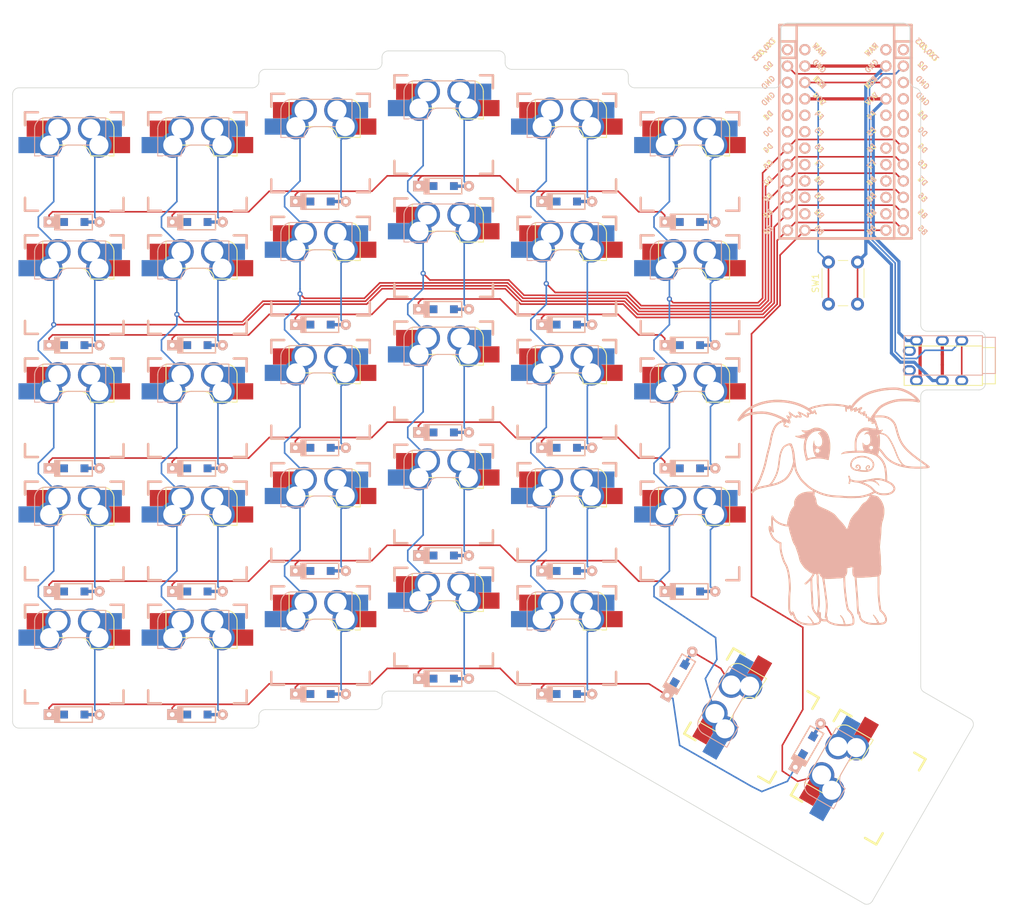
<source format=kicad_pcb>
(kicad_pcb (version 20171130) (host pcbnew "(5.1.10)-1")
  (layers (0 F.Cu signal) (31 B.Cu signal) (34 B.Paste user) (35 F.Paste user) (36 B.SilkS user) (37 F.SilkS user) (38 B.Mask user) (39 F.Mask user) (44 Edge.Cuts user))
  (net 0 "")
  (net 1 col0)
  (net 2 col1)
  (net 3 col2)
  (net 4 col3)
  (net 5 col4)
  (net 6 col5)
  (net 7 col6)
  (net 8 row0)
  (net 9 row1)
  (net 10 row2)
  (net 11 row3)
  (net 12 row4)
  (net 13 "Net-(D_3-Pad2)")
  (net 14 "Net-(D_4-Pad2)")
  (net 15 "Net-(D_1-Pad2)")
  (net 16 "Net-(D_0-Pad2)")
  (net 17 "Net-(D_2-Pad2)")
  (net 18 "Net-(D_5-Pad2)")
  (net 19 "Net-(D_9-Pad2)")
  (net 20 "Net-(D_10-Pad2)")
  (net 21 "Net-(D_7-Pad2)")
  (net 22 "Net-(D_6-Pad2)")
  (net 23 "Net-(D_8-Pad2)")
  (net 24 "Net-(D_11-Pad2)")
  (net 25 "Net-(D_15-Pad2)")
  (net 26 "Net-(D_16-Pad2)")
  (net 27 "Net-(D_13-Pad2)")
  (net 28 "Net-(D_12-Pad2)")
  (net 29 "Net-(D_14-Pad2)")
  (net 30 "Net-(D_17-Pad2)")
  (net 31 "Net-(D_21-Pad2)")
  (net 32 "Net-(D_22-Pad2)")
  (net 33 "Net-(D_19-Pad2)")
  (net 34 "Net-(D_18-Pad2)")
  (net 35 "Net-(D_20-Pad2)")
  (net 36 "Net-(D_23-Pad2)")
  (net 37 "Net-(D_27-Pad2)")
  (net 38 "Net-(D_28-Pad2)")
  (net 39 "Net-(D_25-Pad2)")
  (net 40 "Net-(D_24-Pad2)")
  (net 41 "Net-(D_26-Pad2)")
  (net 42 "Net-(D_29-Pad2)")
  (net 43 "Net-(D_30-Pad2)")
  (net 44 "Net-(ProMicroBottom1-Pad24)")
  (net 45 "Net-(ProMicroBottom1-Pad6)")
  (net 46 "Net-(ProMicroBottom1-Pad5)")
  (net 47 "Net-(ProMicroBottom1-Pad4)")
  (net 48 "Net-(ProMicroBottom1-Pad3)")
  (net 49 "Net-(ProMicroBottom1-Pad1)")
  (net 50 "Net-(ProMicroTop1-Pad24)")
  (net 51 "Net-(ProMicroTop1-Pad6)")
  (net 52 "Net-(ProMicroTop1-Pad5)")
  (net 53 "Net-(ProMicroTop1-Pad4)")
  (net 54 "Net-(ProMicroTop1-Pad3)")
  (net 55 "Net-(ProMicroTop1-Pad1)")
  (net 56 "Net-(ProMicroBottom1-Pad20)")
  (net 57 "Net-(ProMicroBottom1-Pad19)")
  (net 58 "Net-(ProMicroBottom1-Pad18)")
  (net 59 "Net-(ProMicroBottom1-Pad17)")
  (net 60 "Net-(ProMicroBottom1-Pad16)")
  (net 61 "Net-(ProMicroBottom1-Pad15)")
  (net 62 "Net-(ProMicroBottom1-Pad14)")
  (net 63 "Net-(ProMicroTop1-Pad20)")
  (net 64 "Net-(ProMicroTop1-Pad19)")
  (net 65 "Net-(ProMicroTop1-Pad18)")
  (net 66 "Net-(ProMicroTop1-Pad17)")
  (net 67 "Net-(ProMicroTop1-Pad16)")
  (net 68 "Net-(ProMicroTop1-Pad15)")
  (net 69 "Net-(ProMicroTop1-Pad14)")
  (net 70 "Net-(TRRSBOTTOM1-Pad1)")
  (net 71 "Net-(TRRSTOP1-Pad1)")
  (net 72 VCC)
  (net 73 GND)
  (net 74 DATA)
  (net 75 RST)
  (module g-split-custom:goat-large (layer F.Cu) (at 129.38125 67.46875)
    (fp_text reference G*** hide)
    (fp_text value LOGO hide)
  )
  (module Button_Switch_THT:SW_PUSH_6mm_H5mm (layer F.Cu) (at 126.20625 37.30625 90)
    (fp_text reference SW1 (at 3.25 -2 90) (layer F.SilkS))
    (fp_text value SW_Push)
    (pad 1 thru_hole circle (at 6.5 0 180) (size 2 2) (drill 1.1) (layers *.Cu *.Mask) (net 75 RST))
    (pad 2 thru_hole circle (at 6.5 4.5 180) (size 2 2) (drill 1.1) (layers *.Cu *.Mask) (net 73 GND))
    (pad 1 thru_hole circle (at 0 0 180) (size 2 2) (drill 1.1) (layers *.Cu *.Mask) (net 75 RST))
    (pad 2 thru_hole circle (at 0 4.5 180) (size 2 2) (drill 1.1) (layers *.Cu *.Mask) (net 73 GND))
  )
  (module g-split-custom:ArduinoProMicro (layer F.Cu) (at 127.47625 11.90625 270)
    (fp_text reference ProMicroTop1 hide)
    (fp_text value ProMicro hide)
    (fp_text user ST (at -8.648396 -5.101554 45) (layer B.SilkS) (effects (font (size 0.8 0.8)) (justify mirror)))
    (fp_text user TX0/D3 (at -13.951986 11.235359 45) (layer F.SilkS) (effects (font (size 0.8 0.8))))
    (fp_text user TX0/D3 (at -13.951986 11.235359 45) (layer B.SilkS) (effects (font (size 0.8 0.8)) (justify mirror)))
    (fp_text user D2 (at -11.411986 10.584487 45) (layer F.SilkS) (effects (font (size 0.8 0.8))))
    (fp_text user D0 (at -1.251986 10.584487 45) (layer F.SilkS) (effects (font (size 0.8 0.8))))
    (fp_text user D1 (at -3.791986 10.584487 45) (layer F.SilkS) (effects (font (size 0.8 0.8))))
    (fp_text user GND (at -6.331986 10.584487 45) (layer F.SilkS) (effects (font (size 0.8 0.8))))
    (fp_text user GND (at -8.871986 10.584487 45) (layer F.SilkS) (effects (font (size 0.8 0.8))))
    (fp_text user D4 (at 1.288014 10.584487 45) (layer F.SilkS) (effects (font (size 0.8 0.8))))
    (fp_text user C6 (at 3.828014 10.584487 45) (layer F.SilkS) (effects (font (size 0.8 0.8))))
    (fp_text user D7 (at 6.368014 10.584487 45) (layer F.SilkS) (effects (font (size 0.8 0.8))))
    (fp_text user E6 (at 8.908013 10.584487 45) (layer F.SilkS) (effects (font (size 0.8 0.8))))
    (fp_text user B4 (at 11.448014 10.584487 45) (layer F.SilkS) (effects (font (size 0.8 0.8))))
    (fp_text user B5 (at 13.988014 10.584487 45) (layer F.SilkS) (effects (font (size 0.8 0.8))))
    (fp_text user B6 (at 13.988014 -5.417513 45) (layer F.SilkS) (effects (font (size 0.8 0.8))))
    (fp_text user B2 (at 11.448014 -5.417513 45) (layer B.SilkS) (effects (font (size 0.8 0.8)) (justify mirror)))
    (fp_text user B3 (at 8.908014 -5.417513 45) (layer F.SilkS) (effects (font (size 0.8 0.8))))
    (fp_text user B1 (at 6.368014 -5.417513 45) (layer F.SilkS) (effects (font (size 0.8 0.8))))
    (fp_text user F7 (at 3.828014 -5.417513 45) (layer B.SilkS) (effects (font (size 0.8 0.8)) (justify mirror)))
    (fp_text user F6 (at 1.288014 -5.417513 45) (layer B.SilkS) (effects (font (size 0.8 0.8)) (justify mirror)))
    (fp_text user F5 (at -1.251986 -5.417513 45) (layer B.SilkS) (effects (font (size 0.8 0.8)) (justify mirror)))
    (fp_text user F4 (at -3.791986 -5.417513 45) (layer F.SilkS) (effects (font (size 0.8 0.8))))
    (fp_text user VCC (at -6.331987 -5.417513 45) (layer F.SilkS) (effects (font (size 0.8 0.8))))
    (fp_text user ST (at -9.145577 -5.584593 45) (layer F.SilkS) (effects (font (size 0.8 0.8))))
    (fp_text user GND (at -11.411986 -5.417513 45) (layer F.SilkS) (effects (font (size 0.8 0.8))))
    (fp_text user RAW (at -13.951987 -5.417513 45) (layer F.SilkS) (effects (font (size 0.8 0.8))))
    (fp_text user RAW (at -13.951987 -5.417513 45) (layer B.SilkS) (effects (font (size 0.8 0.8)) (justify mirror)))
    (fp_text user GND (at -11.411986 -5.417513 45) (layer B.SilkS) (effects (font (size 0.8 0.8)) (justify mirror)))
    (fp_text user VCC (at -6.331987 -5.417513 45) (layer B.SilkS) (effects (font (size 0.8 0.8)) (justify mirror)))
    (fp_text user F4 (at -3.791986 -5.417513 45) (layer B.SilkS) (effects (font (size 0.8 0.8)) (justify mirror)))
    (fp_text user F5 (at -1.251986 -5.417513 45) (layer F.SilkS) (effects (font (size 0.8 0.8))))
    (fp_text user F6 (at 1.288014 -5.417513 45) (layer F.SilkS) (effects (font (size 0.8 0.8))))
    (fp_text user F7 (at 3.828014 -5.417513 45) (layer F.SilkS) (effects (font (size 0.8 0.8))))
    (fp_text user B1 (at 6.368014 -5.417513 45) (layer B.SilkS) (effects (font (size 0.8 0.8)) (justify mirror)))
    (fp_text user B3 (at 8.908014 -5.417513 45) (layer B.SilkS) (effects (font (size 0.8 0.8)) (justify mirror)))
    (fp_text user B2 (at 11.448014 -5.417513 45) (layer F.SilkS) (effects (font (size 0.8 0.8))))
    (fp_text user B6 (at 13.988014 -5.417513 45) (layer B.SilkS) (effects (font (size 0.8 0.8)) (justify mirror)))
    (fp_text user B5 (at 13.988014 10.584487 45) (layer B.SilkS) (effects (font (size 0.8 0.8)) (justify mirror)))
    (fp_text user B4 (at 11.448014 10.584487 45) (layer B.SilkS) (effects (font (size 0.8 0.8)) (justify mirror)))
    (fp_text user E6 (at 8.908013 10.584487 45) (layer B.SilkS) (effects (font (size 0.8 0.8)) (justify mirror)))
    (fp_text user D7 (at 6.368014 10.584487 45) (layer B.SilkS) (effects (font (size 0.8 0.8)) (justify mirror)))
    (fp_text user C6 (at 3.828014 10.584487 45) (layer B.SilkS) (effects (font (size 0.8 0.8)) (justify mirror)))
    (fp_text user D4 (at 1.288014 10.584487 45) (layer B.SilkS) (effects (font (size 0.8 0.8)) (justify mirror)))
    (fp_text user GND (at -8.871986 10.584487 45) (layer B.SilkS) (effects (font (size 0.8 0.8)) (justify mirror)))
    (fp_text user GND (at -6.331986 10.584487 45) (layer B.SilkS) (effects (font (size 0.8 0.8)) (justify mirror)))
    (fp_text user D1 (at -3.791986 10.584487 45) (layer B.SilkS) (effects (font (size 0.8 0.8)) (justify mirror)))
    (fp_text user D0 (at -1.251986 10.584487 45) (layer B.SilkS) (effects (font (size 0.8 0.8)) (justify mirror)))
    (fp_text user D2 (at -11.411986 10.584487 45) (layer B.SilkS) (effects (font (size 0.8 0.8)) (justify mirror)))
    (pad 24 thru_hole circle (at -13.97 -7.62 270) (size 1.7526 1.7526) (drill 1.0922) (layers *.Cu *.SilkS *.Mask) (net 50 "Net-(ProMicroTop1-Pad24)"))
    (pad 12 thru_hole circle (at 13.97 7.62 270) (size 1.7526 1.7526) (drill 1.0922) (layers *.Cu *.SilkS *.Mask) (net 1 col0))
    (pad 23 thru_hole circle (at -11.43 -7.62 270) (size 1.7526 1.7526) (drill 1.0922) (layers *.Cu *.SilkS *.Mask) (net 73 GND))
    (pad 22 thru_hole circle (at -8.89 -7.62 270) (size 1.7526 1.7526) (drill 1.0922) (layers *.Cu *.SilkS *.Mask) (net 75 RST))
    (pad 21 thru_hole circle (at -6.35 -7.62 270) (size 1.7526 1.7526) (drill 1.0922) (layers *.Cu *.SilkS *.Mask) (net 72 VCC))
    (pad 20 thru_hole circle (at -3.81 -7.62 270) (size 1.7526 1.7526) (drill 1.0922) (layers *.Cu *.SilkS *.Mask) (net 63 "Net-(ProMicroTop1-Pad20)"))
    (pad 19 thru_hole circle (at -1.27 -7.62 270) (size 1.7526 1.7526) (drill 1.0922) (layers *.Cu *.SilkS *.Mask) (net 64 "Net-(ProMicroTop1-Pad19)"))
    (pad 18 thru_hole circle (at 1.27 -7.62 270) (size 1.7526 1.7526) (drill 1.0922) (layers *.Cu *.SilkS *.Mask) (net 65 "Net-(ProMicroTop1-Pad18)"))
    (pad 17 thru_hole circle (at 3.81 -7.62 270) (size 1.7526 1.7526) (drill 1.0922) (layers *.Cu *.SilkS *.Mask) (net 66 "Net-(ProMicroTop1-Pad17)"))
    (pad 16 thru_hole circle (at 6.35 -7.62 270) (size 1.7526 1.7526) (drill 1.0922) (layers *.Cu *.SilkS *.Mask) (net 67 "Net-(ProMicroTop1-Pad16)"))
    (pad 15 thru_hole circle (at 8.89 -7.62 270) (size 1.7526 1.7526) (drill 1.0922) (layers *.Cu *.SilkS *.Mask) (net 68 "Net-(ProMicroTop1-Pad15)"))
    (pad 14 thru_hole circle (at 11.43 -7.62 270) (size 1.7526 1.7526) (drill 1.0922) (layers *.Cu *.SilkS *.Mask) (net 69 "Net-(ProMicroTop1-Pad14)"))
    (pad 13 thru_hole circle (at 13.97 -7.62 270) (size 1.7526 1.7526) (drill 1.0922) (layers *.Cu *.SilkS *.Mask) (net 7 col6))
    (pad 11 thru_hole circle (at 11.43 7.62 270) (size 1.7526 1.7526) (drill 1.0922) (layers *.Cu *.SilkS *.Mask) (net 2 col1))
    (pad 10 thru_hole circle (at 8.89 7.62 270) (size 1.7526 1.7526) (drill 1.0922) (layers *.Cu *.SilkS *.Mask) (net 3 col2))
    (pad 9 thru_hole circle (at 6.35 7.62 270) (size 1.7526 1.7526) (drill 1.0922) (layers *.Cu *.SilkS *.Mask) (net 4 col3))
    (pad 8 thru_hole circle (at 3.81 7.62 270) (size 1.7526 1.7526) (drill 1.0922) (layers *.Cu *.SilkS *.Mask) (net 5 col4))
    (pad 7 thru_hole circle (at 1.27 7.62 270) (size 1.7526 1.7526) (drill 1.0922) (layers *.Cu *.SilkS *.Mask) (net 6 col5))
    (pad 6 thru_hole circle (at -1.27 7.62 270) (size 1.7526 1.7526) (drill 1.0922) (layers *.Cu *.SilkS *.Mask) (net 51 "Net-(ProMicroTop1-Pad6)"))
    (pad 5 thru_hole circle (at -3.81 7.62 270) (size 1.7526 1.7526) (drill 1.0922) (layers *.Cu *.SilkS *.Mask) (net 52 "Net-(ProMicroTop1-Pad5)"))
    (pad 4 thru_hole circle (at -6.35 7.62 270) (size 1.7526 1.7526) (drill 1.0922) (layers *.Cu *.SilkS *.Mask) (net 53 "Net-(ProMicroTop1-Pad4)"))
    (pad 3 thru_hole circle (at -8.89 7.62 270) (size 1.7526 1.7526) (drill 1.0922) (layers *.Cu *.SilkS *.Mask) (net 54 "Net-(ProMicroTop1-Pad3)"))
    (pad 2 thru_hole circle (at -11.43 7.62 270) (size 1.7526 1.7526) (drill 1.0922) (layers *.Cu *.SilkS *.Mask) (net 74 DATA))
    (pad 1 thru_hole circle (at -13.97 7.62 270) (size 1.7526 1.7526) (drill 1.0922) (layers *.Cu *.SilkS *.Mask) (net 55 "Net-(ProMicroTop1-Pad1)"))
  )
  (module g-split-custom:ReinforcedKailhHotswap (layer F.Cu) (at 104.775 34.29)
    (fp_text reference K_11 hide)
    (fp_text value KEYSW hide)
    (pad "" np_thru_hole circle (at -5.08 0) (size 1.7 1.7) (drill 1.7) (layers *.Cu *.Mask))
    (pad "" np_thru_hole circle (at 5.08 0) (size 1.7 1.7) (drill 1.7) (layers *.Cu *.Mask))
    (pad 2 smd rect (at 6.86 -2.54) (size 3.55 2.5) (layers F.Cu F.Paste F.Mask) (net 24 "Net-(D_11-Pad2)"))
    (pad 1 smd rect (at -5.59 -5.08) (size 3.55 2.5) (layers F.Cu F.Paste F.Mask) (net 6 col5))
    (pad 1 thru_hole circle (at -2.54 -5.08) (size 3.95 3.95) (drill 2.95) (layers *.Cu *.Mask) (net 6 col5))
    (pad 2 thru_hole circle (at 3.81 -2.54) (size 3.95 3.95) (drill 2.95) (layers *.Cu *.Mask) (net 24 "Net-(D_11-Pad2)"))
    (pad 2 smd rect (at 5.59 -5.08) (size 3.55 2.5) (layers B.Cu B.Paste B.Mask) (net 24 "Net-(D_11-Pad2)"))
    (pad 1 thru_hole circle (at -3.81 -2.54) (size 3.95 3.95) (drill 2.95) (layers *.Cu *.Mask) (net 6 col5))
    (pad 2 thru_hole circle (at 2.54 -5.08) (size 3.95 3.95) (drill 2.95) (layers *.Cu *.Mask) (net 24 "Net-(D_11-Pad2)"))
    (pad "" np_thru_hole circle (at 0 0) (size 3.98018 3.98018) (drill 3.98018) (layers *.Cu *.Mask))
    (pad 1 smd rect (at -6.86 -2.54) (size 3.55 2.5) (layers B.Cu B.Paste B.Mask) (net 6 col5))
  )
  (module g-split-custom:ArduinoProMicro (layer B.Cu) (at 130.175 11.90625 270)
    (fp_text reference ProMicroBottom1 hide)
    (fp_text value ProMicro hide)
    (fp_text user ST (at -8.648396 5.101554 315) (layer F.SilkS) (effects (font (size 0.8 0.8))))
    (fp_text user TX0/D3 (at -13.951986 -11.235359 315) (layer B.SilkS) (effects (font (size 0.8 0.8)) (justify mirror)))
    (fp_text user TX0/D3 (at -13.951986 -11.235359 315) (layer F.SilkS) (effects (font (size 0.8 0.8))))
    (fp_text user D2 (at -11.411986 -10.584487 315) (layer B.SilkS) (effects (font (size 0.8 0.8)) (justify mirror)))
    (fp_text user D0 (at -1.251986 -10.584487 315) (layer B.SilkS) (effects (font (size 0.8 0.8)) (justify mirror)))
    (fp_text user D1 (at -3.791986 -10.584487 315) (layer B.SilkS) (effects (font (size 0.8 0.8)) (justify mirror)))
    (fp_text user GND (at -6.331986 -10.584487 315) (layer B.SilkS) (effects (font (size 0.8 0.8)) (justify mirror)))
    (fp_text user GND (at -8.871986 -10.584487 315) (layer B.SilkS) (effects (font (size 0.8 0.8)) (justify mirror)))
    (fp_text user D4 (at 1.288014 -10.584487 315) (layer B.SilkS) (effects (font (size 0.8 0.8)) (justify mirror)))
    (fp_text user C6 (at 3.828014 -10.584487 315) (layer B.SilkS) (effects (font (size 0.8 0.8)) (justify mirror)))
    (fp_text user D7 (at 6.368014 -10.584487 315) (layer B.SilkS) (effects (font (size 0.8 0.8)) (justify mirror)))
    (fp_text user E6 (at 8.908013 -10.584487 315) (layer B.SilkS) (effects (font (size 0.8 0.8)) (justify mirror)))
    (fp_text user B4 (at 11.448014 -10.584487 315) (layer B.SilkS) (effects (font (size 0.8 0.8)) (justify mirror)))
    (fp_text user B5 (at 13.988014 -10.584487 315) (layer B.SilkS) (effects (font (size 0.8 0.8)) (justify mirror)))
    (fp_text user B6 (at 13.988014 5.417513 315) (layer B.SilkS) (effects (font (size 0.8 0.8)) (justify mirror)))
    (fp_text user B2 (at 11.448014 5.417513 315) (layer F.SilkS) (effects (font (size 0.8 0.8))))
    (fp_text user B3 (at 8.908014 5.417513 315) (layer B.SilkS) (effects (font (size 0.8 0.8)) (justify mirror)))
    (fp_text user B1 (at 6.368014 5.417513 315) (layer B.SilkS) (effects (font (size 0.8 0.8)) (justify mirror)))
    (fp_text user F7 (at 3.828014 5.417513 315) (layer F.SilkS) (effects (font (size 0.8 0.8))))
    (fp_text user F6 (at 1.288014 5.417513 315) (layer F.SilkS) (effects (font (size 0.8 0.8))))
    (fp_text user F5 (at -1.251986 5.417513 315) (layer F.SilkS) (effects (font (size 0.8 0.8))))
    (fp_text user F4 (at -3.791986 5.417513 315) (layer B.SilkS) (effects (font (size 0.8 0.8)) (justify mirror)))
    (fp_text user VCC (at -6.331987 5.417513 315) (layer B.SilkS) (effects (font (size 0.8 0.8)) (justify mirror)))
    (fp_text user ST (at -9.145577 5.584593 315) (layer B.SilkS) (effects (font (size 0.8 0.8)) (justify mirror)))
    (fp_text user GND (at -11.411986 5.417513 315) (layer B.SilkS) (effects (font (size 0.8 0.8)) (justify mirror)))
    (fp_text user RAW (at -13.951987 5.417513 315) (layer B.SilkS) (effects (font (size 0.8 0.8)) (justify mirror)))
    (fp_text user RAW (at -13.951987 5.417513 315) (layer F.SilkS) (effects (font (size 0.8 0.8))))
    (fp_text user GND (at -11.411986 5.417513 315) (layer F.SilkS) (effects (font (size 0.8 0.8))))
    (fp_text user VCC (at -6.331987 5.417513 315) (layer F.SilkS) (effects (font (size 0.8 0.8))))
    (fp_text user F4 (at -3.791986 5.417513 315) (layer F.SilkS) (effects (font (size 0.8 0.8))))
    (fp_text user F5 (at -1.251986 5.417513 315) (layer B.SilkS) (effects (font (size 0.8 0.8)) (justify mirror)))
    (fp_text user F6 (at 1.288014 5.417513 315) (layer B.SilkS) (effects (font (size 0.8 0.8)) (justify mirror)))
    (fp_text user F7 (at 3.828014 5.417513 315) (layer B.SilkS) (effects (font (size 0.8 0.8)) (justify mirror)))
    (fp_text user B1 (at 6.368014 5.417513 315) (layer F.SilkS) (effects (font (size 0.8 0.8))))
    (fp_text user B3 (at 8.908014 5.417513 315) (layer F.SilkS) (effects (font (size 0.8 0.8))))
    (fp_text user B2 (at 11.448014 5.417513 315) (layer B.SilkS) (effects (font (size 0.8 0.8)) (justify mirror)))
    (fp_text user B6 (at 13.988014 5.417513 315) (layer F.SilkS) (effects (font (size 0.8 0.8))))
    (fp_text user B5 (at 13.988014 -10.584487 315) (layer F.SilkS) (effects (font (size 0.8 0.8))))
    (fp_text user B4 (at 11.448014 -10.584487 315) (layer F.SilkS) (effects (font (size 0.8 0.8))))
    (fp_text user E6 (at 8.908013 -10.584487 315) (layer F.SilkS) (effects (font (size 0.8 0.8))))
    (fp_text user D7 (at 6.368014 -10.584487 315) (layer F.SilkS) (effects (font (size 0.8 0.8))))
    (fp_text user C6 (at 3.828014 -10.584487 315) (layer F.SilkS) (effects (font (size 0.8 0.8))))
    (fp_text user D4 (at 1.288014 -10.584487 315) (layer F.SilkS) (effects (font (size 0.8 0.8))))
    (fp_text user GND (at -8.871986 -10.584487 315) (layer F.SilkS) (effects (font (size 0.8 0.8))))
    (fp_text user GND (at -6.331986 -10.584487 315) (layer F.SilkS) (effects (font (size 0.8 0.8))))
    (fp_text user D1 (at -3.791986 -10.584487 315) (layer F.SilkS) (effects (font (size 0.8 0.8))))
    (fp_text user D0 (at -1.251986 -10.584487 315) (layer F.SilkS) (effects (font (size 0.8 0.8))))
    (fp_text user D2 (at -11.411986 -10.584487 315) (layer F.SilkS) (effects (font (size 0.8 0.8))))
    (pad 24 thru_hole circle (at -13.97 7.62 270) (size 1.7526 1.7526) (drill 1.0922) (layers *.Cu *.SilkS *.Mask) (net 44 "Net-(ProMicroBottom1-Pad24)"))
    (pad 12 thru_hole circle (at 13.97 -7.62 270) (size 1.7526 1.7526) (drill 1.0922) (layers *.Cu *.SilkS *.Mask) (net 1 col0))
    (pad 23 thru_hole circle (at -11.43 7.62 270) (size 1.7526 1.7526) (drill 1.0922) (layers *.Cu *.SilkS *.Mask) (net 73 GND))
    (pad 22 thru_hole circle (at -8.89 7.62 270) (size 1.7526 1.7526) (drill 1.0922) (layers *.Cu *.SilkS *.Mask) (net 75 RST))
    (pad 21 thru_hole circle (at -6.35 7.62 270) (size 1.7526 1.7526) (drill 1.0922) (layers *.Cu *.SilkS *.Mask) (net 72 VCC))
    (pad 20 thru_hole circle (at -3.81 7.62 270) (size 1.7526 1.7526) (drill 1.0922) (layers *.Cu *.SilkS *.Mask) (net 56 "Net-(ProMicroBottom1-Pad20)"))
    (pad 19 thru_hole circle (at -1.27 7.62 270) (size 1.7526 1.7526) (drill 1.0922) (layers *.Cu *.SilkS *.Mask) (net 57 "Net-(ProMicroBottom1-Pad19)"))
    (pad 18 thru_hole circle (at 1.27 7.62 270) (size 1.7526 1.7526) (drill 1.0922) (layers *.Cu *.SilkS *.Mask) (net 58 "Net-(ProMicroBottom1-Pad18)"))
    (pad 17 thru_hole circle (at 3.81 7.62 270) (size 1.7526 1.7526) (drill 1.0922) (layers *.Cu *.SilkS *.Mask) (net 59 "Net-(ProMicroBottom1-Pad17)"))
    (pad 16 thru_hole circle (at 6.35 7.62 270) (size 1.7526 1.7526) (drill 1.0922) (layers *.Cu *.SilkS *.Mask) (net 60 "Net-(ProMicroBottom1-Pad16)"))
    (pad 15 thru_hole circle (at 8.89 7.62 270) (size 1.7526 1.7526) (drill 1.0922) (layers *.Cu *.SilkS *.Mask) (net 61 "Net-(ProMicroBottom1-Pad15)"))
    (pad 14 thru_hole circle (at 11.43 7.62 270) (size 1.7526 1.7526) (drill 1.0922) (layers *.Cu *.SilkS *.Mask) (net 62 "Net-(ProMicroBottom1-Pad14)"))
    (pad 13 thru_hole circle (at 13.97 7.62 270) (size 1.7526 1.7526) (drill 1.0922) (layers *.Cu *.SilkS *.Mask) (net 7 col6))
    (pad 11 thru_hole circle (at 11.43 -7.62 270) (size 1.7526 1.7526) (drill 1.0922) (layers *.Cu *.SilkS *.Mask) (net 2 col1))
    (pad 10 thru_hole circle (at 8.89 -7.62 270) (size 1.7526 1.7526) (drill 1.0922) (layers *.Cu *.SilkS *.Mask) (net 3 col2))
    (pad 9 thru_hole circle (at 6.35 -7.62 270) (size 1.7526 1.7526) (drill 1.0922) (layers *.Cu *.SilkS *.Mask) (net 4 col3))
    (pad 8 thru_hole circle (at 3.81 -7.62 270) (size 1.7526 1.7526) (drill 1.0922) (layers *.Cu *.SilkS *.Mask) (net 5 col4))
    (pad 7 thru_hole circle (at 1.27 -7.62 270) (size 1.7526 1.7526) (drill 1.0922) (layers *.Cu *.SilkS *.Mask) (net 6 col5))
    (pad 6 thru_hole circle (at -1.27 -7.62 270) (size 1.7526 1.7526) (drill 1.0922) (layers *.Cu *.SilkS *.Mask) (net 45 "Net-(ProMicroBottom1-Pad6)"))
    (pad 5 thru_hole circle (at -3.81 -7.62 270) (size 1.7526 1.7526) (drill 1.0922) (layers *.Cu *.SilkS *.Mask) (net 46 "Net-(ProMicroBottom1-Pad5)"))
    (pad 4 thru_hole circle (at -6.35 -7.62 270) (size 1.7526 1.7526) (drill 1.0922) (layers *.Cu *.SilkS *.Mask) (net 47 "Net-(ProMicroBottom1-Pad4)"))
    (pad 3 thru_hole circle (at -8.89 -7.62 270) (size 1.7526 1.7526) (drill 1.0922) (layers *.Cu *.SilkS *.Mask) (net 48 "Net-(ProMicroBottom1-Pad3)"))
    (pad 2 thru_hole circle (at -11.43 -7.62 270) (size 1.7526 1.7526) (drill 1.0922) (layers *.Cu *.SilkS *.Mask) (net 74 DATA))
    (pad 1 thru_hole circle (at -13.97 -7.62 270) (size 1.7526 1.7526) (drill 1.0922) (layers *.Cu *.SilkS *.Mask) (net 49 "Net-(ProMicroBottom1-Pad1)"))
  )
  (module g-split-custom:ReinforcedKailhHotswap (layer F.Cu) (at 47.625 88.5825)
    (fp_text reference K_25 hide)
    (fp_text value KEYSW hide)
    (pad "" np_thru_hole circle (at -5.08 0) (size 1.7 1.7) (drill 1.7) (layers *.Cu *.Mask))
    (pad "" np_thru_hole circle (at 5.08 0) (size 1.7 1.7) (drill 1.7) (layers *.Cu *.Mask))
    (pad 2 smd rect (at 6.86 -2.54) (size 3.55 2.5) (layers F.Cu F.Paste F.Mask) (net 39 "Net-(D_25-Pad2)"))
    (pad 1 smd rect (at -5.59 -5.08) (size 3.55 2.5) (layers F.Cu F.Paste F.Mask) (net 3 col2))
    (pad 1 thru_hole circle (at -2.54 -5.08) (size 3.95 3.95) (drill 2.95) (layers *.Cu *.Mask) (net 3 col2))
    (pad 2 thru_hole circle (at 3.81 -2.54) (size 3.95 3.95) (drill 2.95) (layers *.Cu *.Mask) (net 39 "Net-(D_25-Pad2)"))
    (pad 2 smd rect (at 5.59 -5.08) (size 3.55 2.5) (layers B.Cu B.Paste B.Mask) (net 39 "Net-(D_25-Pad2)"))
    (pad 1 thru_hole circle (at -3.81 -2.54) (size 3.95 3.95) (drill 2.95) (layers *.Cu *.Mask) (net 3 col2))
    (pad 2 thru_hole circle (at 2.54 -5.08) (size 3.95 3.95) (drill 2.95) (layers *.Cu *.Mask) (net 39 "Net-(D_25-Pad2)"))
    (pad "" np_thru_hole circle (at 0 0) (size 3.98018 3.98018) (drill 3.98018) (layers *.Cu *.Mask))
    (pad 1 smd rect (at -6.86 -2.54) (size 3.55 2.5) (layers B.Cu B.Paste B.Mask) (net 3 col2))
  )
  (module g-split-custom:ReinforcedKailhHotswap (layer F.Cu) (at 28.575 91.44)
    (fp_text reference K_28 hide)
    (fp_text value KEYSW hide)
    (pad "" np_thru_hole circle (at -5.08 0) (size 1.7 1.7) (drill 1.7) (layers *.Cu *.Mask))
    (pad "" np_thru_hole circle (at 5.08 0) (size 1.7 1.7) (drill 1.7) (layers *.Cu *.Mask))
    (pad 2 smd rect (at 6.86 -2.54) (size 3.55 2.5) (layers F.Cu F.Paste F.Mask) (net 38 "Net-(D_28-Pad2)"))
    (pad 1 smd rect (at -5.59 -5.08) (size 3.55 2.5) (layers F.Cu F.Paste F.Mask) (net 2 col1))
    (pad 1 thru_hole circle (at -2.54 -5.08) (size 3.95 3.95) (drill 2.95) (layers *.Cu *.Mask) (net 2 col1))
    (pad 2 thru_hole circle (at 3.81 -2.54) (size 3.95 3.95) (drill 2.95) (layers *.Cu *.Mask) (net 38 "Net-(D_28-Pad2)"))
    (pad 2 smd rect (at 5.59 -5.08) (size 3.55 2.5) (layers B.Cu B.Paste B.Mask) (net 38 "Net-(D_28-Pad2)"))
    (pad 1 thru_hole circle (at -3.81 -2.54) (size 3.95 3.95) (drill 2.95) (layers *.Cu *.Mask) (net 2 col1))
    (pad 2 thru_hole circle (at 2.54 -5.08) (size 3.95 3.95) (drill 2.95) (layers *.Cu *.Mask) (net 38 "Net-(D_28-Pad2)"))
    (pad "" np_thru_hole circle (at 0 0) (size 3.98018 3.98018) (drill 3.98018) (layers *.Cu *.Mask))
    (pad 1 smd rect (at -6.86 -2.54) (size 3.55 2.5) (layers B.Cu B.Paste B.Mask) (net 2 col1))
  )
  (module Keebio:TRRS-PJ-320A (layer F.Cu) (at 150.01875 46.83125 270)
    (fp_text reference TRRSTOP1)
    (fp_text value TRRS)
    (pad 3 thru_hole oval (at 2.3 6.2 270) (size 1.6 2) (drill oval 0.9 1.3) (layers *.Cu *.Mask) (net 73 GND))
    (pad "" np_thru_hole circle (at 0 1.6 270) (size 0.8 0.8) (drill 0.8) (layers *.Cu *.Mask))
    (pad "" np_thru_hole circle (at 0 8.6 270) (size 0.8 0.8) (drill 0.8) (layers *.Cu *.Mask))
    (pad 4 thru_hole oval (at 2.3 3.2 270) (size 1.6 2) (drill oval 0.9 1.3) (layers *.Cu *.Mask) (net 74 DATA))
    (pad 2 thru_hole oval (at 2.3 10.2 270) (size 1.6 2) (drill oval 0.9 1.3) (layers *.Cu *.Mask) (net 72 VCC))
    (pad 1 thru_hole oval (at -2.3 11.3 270) (size 1.6 2) (drill oval 0.9 1.3) (layers *.Cu *.Mask) (net 71 "Net-(TRRSTOP1-Pad1)"))
  )
  (module Keebio:TRRS-PJ-320A (layer B.Cu) (at 150.01875 45.24375 90)
    (fp_text reference TRRSBOTTOM1)
    (fp_text value TRRS)
    (pad 3 thru_hole oval (at 2.3 -6.2 90) (size 1.6 2) (drill oval 0.9 1.3) (layers *.Cu *.Mask) (net 73 GND))
    (pad "" np_thru_hole circle (at 0 -1.6 90) (size 0.8 0.8) (drill 0.8) (layers *.Cu *.Mask))
    (pad "" np_thru_hole circle (at 0 -8.6 90) (size 0.8 0.8) (drill 0.8) (layers *.Cu *.Mask))
    (pad 4 thru_hole oval (at 2.3 -3.2 90) (size 1.6 2) (drill oval 0.9 1.3) (layers *.Cu *.Mask) (net 74 DATA))
    (pad 2 thru_hole oval (at 2.3 -10.2 90) (size 1.6 2) (drill oval 0.9 1.3) (layers *.Cu *.Mask) (net 72 VCC))
    (pad 1 thru_hole oval (at -2.3 -11.3 90) (size 1.6 2) (drill oval 0.9 1.3) (layers *.Cu *.Mask) (net 70 "Net-(TRRSBOTTOM1-Pad1)"))
  )
  (module g-split-custom:D_SOD123_axial (layer B.Cu) (at 123.03125 105.56875 60)
    (fp_text reference D_30)
    (fp_text value D hide)
    (pad 1 smd rect (at -2.7 0 60) (size 2.5 0.5) (layers B.Cu) (net 12 row4))
    (pad 2 thru_hole circle (at 3.9 0 60) (size 1.6 1.6) (drill 0.7) (layers *.Cu B.SilkS) (net 43 "Net-(D_30-Pad2)"))
    (pad 1 thru_hole rect (at -3.9 0 60) (size 1.6 1.6) (drill 0.7) (layers *.Cu B.SilkS) (net 12 row4))
    (pad 1 smd rect (at -1.575 0 60) (size 1.2 1.2) (layers B.Cu B.Paste B.Mask) (net 12 row4))
    (pad 2 smd rect (at 1.575 0 60) (size 1.2 1.2) (layers B.Cu B.Paste B.Mask) (net 43 "Net-(D_30-Pad2)"))
    (pad 2 smd rect (at 2.7 0 60) (size 2.5 0.5) (layers B.Cu) (net 43 "Net-(D_30-Pad2)"))
    (pad 2 smd rect (at 2.7 0 60) (size 2.5 0.5) (layers F.Cu) (net 43 "Net-(D_30-Pad2)"))
    (pad 1 smd rect (at -2.7 0 60) (size 2.5 0.5) (layers F.Cu) (net 12 row4))
    (pad 2 thru_hole circle (at 3.9 0 60) (size 1.6 1.6) (drill 0.7) (layers *.Cu *.Mask F.SilkS) (net 43 "Net-(D_30-Pad2)"))
    (pad 1 thru_hole rect (at -3.9 0 60) (size 1.6 1.6) (drill 0.7) (layers *.Cu *.Mask F.SilkS) (net 12 row4))
    (pad 1 smd rect (at -1.575 0 60) (size 1.2 1.2) (layers F.Cu F.Paste F.Mask) (net 12 row4))
    (pad 2 smd rect (at 1.575 0 60) (size 1.2 1.2) (layers F.Cu F.Paste F.Mask) (net 43 "Net-(D_30-Pad2)"))
  )
  (module g-split-custom:D_SOD123_axial (layer B.Cu) (at 103.1875 94.45625 60)
    (fp_text reference D_29)
    (fp_text value D hide)
    (pad 1 smd rect (at -2.7 0 60) (size 2.5 0.5) (layers B.Cu) (net 12 row4))
    (pad 2 thru_hole circle (at 3.9 0 60) (size 1.6 1.6) (drill 0.7) (layers *.Cu B.SilkS) (net 42 "Net-(D_29-Pad2)"))
    (pad 1 thru_hole rect (at -3.9 0 60) (size 1.6 1.6) (drill 0.7) (layers *.Cu B.SilkS) (net 12 row4))
    (pad 1 smd rect (at -1.575 0 60) (size 1.2 1.2) (layers B.Cu B.Paste B.Mask) (net 12 row4))
    (pad 2 smd rect (at 1.575 0 60) (size 1.2 1.2) (layers B.Cu B.Paste B.Mask) (net 42 "Net-(D_29-Pad2)"))
    (pad 2 smd rect (at 2.7 0 60) (size 2.5 0.5) (layers B.Cu) (net 42 "Net-(D_29-Pad2)"))
    (pad 2 smd rect (at 2.7 0 60) (size 2.5 0.5) (layers F.Cu) (net 42 "Net-(D_29-Pad2)"))
    (pad 1 smd rect (at -2.7 0 60) (size 2.5 0.5) (layers F.Cu) (net 12 row4))
    (pad 2 thru_hole circle (at 3.9 0 60) (size 1.6 1.6) (drill 0.7) (layers *.Cu *.Mask F.SilkS) (net 42 "Net-(D_29-Pad2)"))
    (pad 1 thru_hole rect (at -3.9 0 60) (size 1.6 1.6) (drill 0.7) (layers *.Cu *.Mask F.SilkS) (net 12 row4))
    (pad 1 smd rect (at -1.575 0 60) (size 1.2 1.2) (layers F.Cu F.Paste F.Mask) (net 12 row4))
    (pad 2 smd rect (at 1.575 0 60) (size 1.2 1.2) (layers F.Cu F.Paste F.Mask) (net 42 "Net-(D_29-Pad2)"))
  )
  (module g-split-custom:D_SOD123_axial (layer B.Cu) (at 28.575 100.80625)
    (fp_text reference D_28)
    (fp_text value D hide)
    (pad 1 smd rect (at -2.7 0) (size 2.5 0.5) (layers B.Cu) (net 12 row4))
    (pad 2 thru_hole circle (at 3.9 0) (size 1.6 1.6) (drill 0.7) (layers *.Cu B.SilkS) (net 38 "Net-(D_28-Pad2)"))
    (pad 1 thru_hole rect (at -3.9 0) (size 1.6 1.6) (drill 0.7) (layers *.Cu B.SilkS) (net 12 row4))
    (pad 1 smd rect (at -1.575 0) (size 1.2 1.2) (layers B.Cu B.Paste B.Mask) (net 12 row4))
    (pad 2 smd rect (at 1.575 0) (size 1.2 1.2) (layers B.Cu B.Paste B.Mask) (net 38 "Net-(D_28-Pad2)"))
    (pad 2 smd rect (at 2.7 0) (size 2.5 0.5) (layers B.Cu) (net 38 "Net-(D_28-Pad2)"))
    (pad 2 smd rect (at 2.7 0) (size 2.5 0.5) (layers F.Cu) (net 38 "Net-(D_28-Pad2)"))
    (pad 1 smd rect (at -2.7 0) (size 2.5 0.5) (layers F.Cu) (net 12 row4))
    (pad 2 thru_hole circle (at 3.9 0) (size 1.6 1.6) (drill 0.7) (layers *.Cu *.Mask F.SilkS) (net 38 "Net-(D_28-Pad2)"))
    (pad 1 thru_hole rect (at -3.9 0) (size 1.6 1.6) (drill 0.7) (layers *.Cu *.Mask F.SilkS) (net 12 row4))
    (pad 1 smd rect (at -1.575 0) (size 1.2 1.2) (layers F.Cu F.Paste F.Mask) (net 12 row4))
    (pad 2 smd rect (at 1.575 0) (size 1.2 1.2) (layers F.Cu F.Paste F.Mask) (net 38 "Net-(D_28-Pad2)"))
  )
  (module g-split-custom:D_SOD123_axial (layer B.Cu) (at 9.525 100.80625)
    (fp_text reference D_27)
    (fp_text value D hide)
    (pad 1 smd rect (at -2.7 0) (size 2.5 0.5) (layers B.Cu) (net 12 row4))
    (pad 2 thru_hole circle (at 3.9 0) (size 1.6 1.6) (drill 0.7) (layers *.Cu B.SilkS) (net 37 "Net-(D_27-Pad2)"))
    (pad 1 thru_hole rect (at -3.9 0) (size 1.6 1.6) (drill 0.7) (layers *.Cu B.SilkS) (net 12 row4))
    (pad 1 smd rect (at -1.575 0) (size 1.2 1.2) (layers B.Cu B.Paste B.Mask) (net 12 row4))
    (pad 2 smd rect (at 1.575 0) (size 1.2 1.2) (layers B.Cu B.Paste B.Mask) (net 37 "Net-(D_27-Pad2)"))
    (pad 2 smd rect (at 2.7 0) (size 2.5 0.5) (layers B.Cu) (net 37 "Net-(D_27-Pad2)"))
    (pad 2 smd rect (at 2.7 0) (size 2.5 0.5) (layers F.Cu) (net 37 "Net-(D_27-Pad2)"))
    (pad 1 smd rect (at -2.7 0) (size 2.5 0.5) (layers F.Cu) (net 12 row4))
    (pad 2 thru_hole circle (at 3.9 0) (size 1.6 1.6) (drill 0.7) (layers *.Cu *.Mask F.SilkS) (net 37 "Net-(D_27-Pad2)"))
    (pad 1 thru_hole rect (at -3.9 0) (size 1.6 1.6) (drill 0.7) (layers *.Cu *.Mask F.SilkS) (net 12 row4))
    (pad 1 smd rect (at -1.575 0) (size 1.2 1.2) (layers F.Cu F.Paste F.Mask) (net 12 row4))
    (pad 2 smd rect (at 1.575 0) (size 1.2 1.2) (layers F.Cu F.Paste F.Mask) (net 37 "Net-(D_27-Pad2)"))
  )
  (module g-split-custom:D_SOD123_axial (layer B.Cu) (at 85.725 97.63125)
    (fp_text reference D_26)
    (fp_text value D hide)
    (pad 1 smd rect (at -2.7 0) (size 2.5 0.5) (layers B.Cu) (net 12 row4))
    (pad 2 thru_hole circle (at 3.9 0) (size 1.6 1.6) (drill 0.7) (layers *.Cu B.SilkS) (net 41 "Net-(D_26-Pad2)"))
    (pad 1 thru_hole rect (at -3.9 0) (size 1.6 1.6) (drill 0.7) (layers *.Cu B.SilkS) (net 12 row4))
    (pad 1 smd rect (at -1.575 0) (size 1.2 1.2) (layers B.Cu B.Paste B.Mask) (net 12 row4))
    (pad 2 smd rect (at 1.575 0) (size 1.2 1.2) (layers B.Cu B.Paste B.Mask) (net 41 "Net-(D_26-Pad2)"))
    (pad 2 smd rect (at 2.7 0) (size 2.5 0.5) (layers B.Cu) (net 41 "Net-(D_26-Pad2)"))
    (pad 2 smd rect (at 2.7 0) (size 2.5 0.5) (layers F.Cu) (net 41 "Net-(D_26-Pad2)"))
    (pad 1 smd rect (at -2.7 0) (size 2.5 0.5) (layers F.Cu) (net 12 row4))
    (pad 2 thru_hole circle (at 3.9 0) (size 1.6 1.6) (drill 0.7) (layers *.Cu *.Mask F.SilkS) (net 41 "Net-(D_26-Pad2)"))
    (pad 1 thru_hole rect (at -3.9 0) (size 1.6 1.6) (drill 0.7) (layers *.Cu *.Mask F.SilkS) (net 12 row4))
    (pad 1 smd rect (at -1.575 0) (size 1.2 1.2) (layers F.Cu F.Paste F.Mask) (net 12 row4))
    (pad 2 smd rect (at 1.575 0) (size 1.2 1.2) (layers F.Cu F.Paste F.Mask) (net 41 "Net-(D_26-Pad2)"))
  )
  (module g-split-custom:D_SOD123_axial (layer B.Cu) (at 47.625 97.63125)
    (fp_text reference D_25)
    (fp_text value D hide)
    (pad 1 smd rect (at -2.7 0) (size 2.5 0.5) (layers B.Cu) (net 12 row4))
    (pad 2 thru_hole circle (at 3.9 0) (size 1.6 1.6) (drill 0.7) (layers *.Cu B.SilkS) (net 39 "Net-(D_25-Pad2)"))
    (pad 1 thru_hole rect (at -3.9 0) (size 1.6 1.6) (drill 0.7) (layers *.Cu B.SilkS) (net 12 row4))
    (pad 1 smd rect (at -1.575 0) (size 1.2 1.2) (layers B.Cu B.Paste B.Mask) (net 12 row4))
    (pad 2 smd rect (at 1.575 0) (size 1.2 1.2) (layers B.Cu B.Paste B.Mask) (net 39 "Net-(D_25-Pad2)"))
    (pad 2 smd rect (at 2.7 0) (size 2.5 0.5) (layers B.Cu) (net 39 "Net-(D_25-Pad2)"))
    (pad 2 smd rect (at 2.7 0) (size 2.5 0.5) (layers F.Cu) (net 39 "Net-(D_25-Pad2)"))
    (pad 1 smd rect (at -2.7 0) (size 2.5 0.5) (layers F.Cu) (net 12 row4))
    (pad 2 thru_hole circle (at 3.9 0) (size 1.6 1.6) (drill 0.7) (layers *.Cu *.Mask F.SilkS) (net 39 "Net-(D_25-Pad2)"))
    (pad 1 thru_hole rect (at -3.9 0) (size 1.6 1.6) (drill 0.7) (layers *.Cu *.Mask F.SilkS) (net 12 row4))
    (pad 1 smd rect (at -1.575 0) (size 1.2 1.2) (layers F.Cu F.Paste F.Mask) (net 12 row4))
    (pad 2 smd rect (at 1.575 0) (size 1.2 1.2) (layers F.Cu F.Paste F.Mask) (net 39 "Net-(D_25-Pad2)"))
  )
  (module g-split-custom:D_SOD123_axial (layer B.Cu) (at 66.675 95.25)
    (fp_text reference D_24)
    (fp_text value D hide)
    (pad 1 smd rect (at -2.7 0) (size 2.5 0.5) (layers B.Cu) (net 12 row4))
    (pad 2 thru_hole circle (at 3.9 0) (size 1.6 1.6) (drill 0.7) (layers *.Cu B.SilkS) (net 40 "Net-(D_24-Pad2)"))
    (pad 1 thru_hole rect (at -3.9 0) (size 1.6 1.6) (drill 0.7) (layers *.Cu B.SilkS) (net 12 row4))
    (pad 1 smd rect (at -1.575 0) (size 1.2 1.2) (layers B.Cu B.Paste B.Mask) (net 12 row4))
    (pad 2 smd rect (at 1.575 0) (size 1.2 1.2) (layers B.Cu B.Paste B.Mask) (net 40 "Net-(D_24-Pad2)"))
    (pad 2 smd rect (at 2.7 0) (size 2.5 0.5) (layers B.Cu) (net 40 "Net-(D_24-Pad2)"))
    (pad 2 smd rect (at 2.7 0) (size 2.5 0.5) (layers F.Cu) (net 40 "Net-(D_24-Pad2)"))
    (pad 1 smd rect (at -2.7 0) (size 2.5 0.5) (layers F.Cu) (net 12 row4))
    (pad 2 thru_hole circle (at 3.9 0) (size 1.6 1.6) (drill 0.7) (layers *.Cu *.Mask F.SilkS) (net 40 "Net-(D_24-Pad2)"))
    (pad 1 thru_hole rect (at -3.9 0) (size 1.6 1.6) (drill 0.7) (layers *.Cu *.Mask F.SilkS) (net 12 row4))
    (pad 1 smd rect (at -1.575 0) (size 1.2 1.2) (layers F.Cu F.Paste F.Mask) (net 12 row4))
    (pad 2 smd rect (at 1.575 0) (size 1.2 1.2) (layers F.Cu F.Paste F.Mask) (net 40 "Net-(D_24-Pad2)"))
  )
  (module g-split-custom:D_SOD123_axial (layer B.Cu) (at 104.775 81.75625)
    (fp_text reference D_23)
    (fp_text value D hide)
    (pad 1 smd rect (at -2.7 0) (size 2.5 0.5) (layers B.Cu) (net 11 row3))
    (pad 2 thru_hole circle (at 3.9 0) (size 1.6 1.6) (drill 0.7) (layers *.Cu B.SilkS) (net 36 "Net-(D_23-Pad2)"))
    (pad 1 thru_hole rect (at -3.9 0) (size 1.6 1.6) (drill 0.7) (layers *.Cu B.SilkS) (net 11 row3))
    (pad 1 smd rect (at -1.575 0) (size 1.2 1.2) (layers B.Cu B.Paste B.Mask) (net 11 row3))
    (pad 2 smd rect (at 1.575 0) (size 1.2 1.2) (layers B.Cu B.Paste B.Mask) (net 36 "Net-(D_23-Pad2)"))
    (pad 2 smd rect (at 2.7 0) (size 2.5 0.5) (layers B.Cu) (net 36 "Net-(D_23-Pad2)"))
    (pad 2 smd rect (at 2.7 0) (size 2.5 0.5) (layers F.Cu) (net 36 "Net-(D_23-Pad2)"))
    (pad 1 smd rect (at -2.7 0) (size 2.5 0.5) (layers F.Cu) (net 11 row3))
    (pad 2 thru_hole circle (at 3.9 0) (size 1.6 1.6) (drill 0.7) (layers *.Cu *.Mask F.SilkS) (net 36 "Net-(D_23-Pad2)"))
    (pad 1 thru_hole rect (at -3.9 0) (size 1.6 1.6) (drill 0.7) (layers *.Cu *.Mask F.SilkS) (net 11 row3))
    (pad 1 smd rect (at -1.575 0) (size 1.2 1.2) (layers F.Cu F.Paste F.Mask) (net 11 row3))
    (pad 2 smd rect (at 1.575 0) (size 1.2 1.2) (layers F.Cu F.Paste F.Mask) (net 36 "Net-(D_23-Pad2)"))
  )
  (module g-split-custom:D_SOD123_axial (layer B.Cu) (at 28.575 81.75625)
    (fp_text reference D_22)
    (fp_text value D hide)
    (pad 1 smd rect (at -2.7 0) (size 2.5 0.5) (layers B.Cu) (net 11 row3))
    (pad 2 thru_hole circle (at 3.9 0) (size 1.6 1.6) (drill 0.7) (layers *.Cu B.SilkS) (net 32 "Net-(D_22-Pad2)"))
    (pad 1 thru_hole rect (at -3.9 0) (size 1.6 1.6) (drill 0.7) (layers *.Cu B.SilkS) (net 11 row3))
    (pad 1 smd rect (at -1.575 0) (size 1.2 1.2) (layers B.Cu B.Paste B.Mask) (net 11 row3))
    (pad 2 smd rect (at 1.575 0) (size 1.2 1.2) (layers B.Cu B.Paste B.Mask) (net 32 "Net-(D_22-Pad2)"))
    (pad 2 smd rect (at 2.7 0) (size 2.5 0.5) (layers B.Cu) (net 32 "Net-(D_22-Pad2)"))
    (pad 2 smd rect (at 2.7 0) (size 2.5 0.5) (layers F.Cu) (net 32 "Net-(D_22-Pad2)"))
    (pad 1 smd rect (at -2.7 0) (size 2.5 0.5) (layers F.Cu) (net 11 row3))
    (pad 2 thru_hole circle (at 3.9 0) (size 1.6 1.6) (drill 0.7) (layers *.Cu *.Mask F.SilkS) (net 32 "Net-(D_22-Pad2)"))
    (pad 1 thru_hole rect (at -3.9 0) (size 1.6 1.6) (drill 0.7) (layers *.Cu *.Mask F.SilkS) (net 11 row3))
    (pad 1 smd rect (at -1.575 0) (size 1.2 1.2) (layers F.Cu F.Paste F.Mask) (net 11 row3))
    (pad 2 smd rect (at 1.575 0) (size 1.2 1.2) (layers F.Cu F.Paste F.Mask) (net 32 "Net-(D_22-Pad2)"))
  )
  (module g-split-custom:D_SOD123_axial (layer B.Cu) (at 9.525 81.75625)
    (fp_text reference D_21)
    (fp_text value D hide)
    (pad 1 smd rect (at -2.7 0) (size 2.5 0.5) (layers B.Cu) (net 11 row3))
    (pad 2 thru_hole circle (at 3.9 0) (size 1.6 1.6) (drill 0.7) (layers *.Cu B.SilkS) (net 31 "Net-(D_21-Pad2)"))
    (pad 1 thru_hole rect (at -3.9 0) (size 1.6 1.6) (drill 0.7) (layers *.Cu B.SilkS) (net 11 row3))
    (pad 1 smd rect (at -1.575 0) (size 1.2 1.2) (layers B.Cu B.Paste B.Mask) (net 11 row3))
    (pad 2 smd rect (at 1.575 0) (size 1.2 1.2) (layers B.Cu B.Paste B.Mask) (net 31 "Net-(D_21-Pad2)"))
    (pad 2 smd rect (at 2.7 0) (size 2.5 0.5) (layers B.Cu) (net 31 "Net-(D_21-Pad2)"))
    (pad 2 smd rect (at 2.7 0) (size 2.5 0.5) (layers F.Cu) (net 31 "Net-(D_21-Pad2)"))
    (pad 1 smd rect (at -2.7 0) (size 2.5 0.5) (layers F.Cu) (net 11 row3))
    (pad 2 thru_hole circle (at 3.9 0) (size 1.6 1.6) (drill 0.7) (layers *.Cu *.Mask F.SilkS) (net 31 "Net-(D_21-Pad2)"))
    (pad 1 thru_hole rect (at -3.9 0) (size 1.6 1.6) (drill 0.7) (layers *.Cu *.Mask F.SilkS) (net 11 row3))
    (pad 1 smd rect (at -1.575 0) (size 1.2 1.2) (layers F.Cu F.Paste F.Mask) (net 11 row3))
    (pad 2 smd rect (at 1.575 0) (size 1.2 1.2) (layers F.Cu F.Paste F.Mask) (net 31 "Net-(D_21-Pad2)"))
  )
  (module g-split-custom:D_SOD123_axial (layer B.Cu) (at 85.725 78.58125)
    (fp_text reference D_20)
    (fp_text value D hide)
    (pad 1 smd rect (at -2.7 0) (size 2.5 0.5) (layers B.Cu) (net 11 row3))
    (pad 2 thru_hole circle (at 3.9 0) (size 1.6 1.6) (drill 0.7) (layers *.Cu B.SilkS) (net 35 "Net-(D_20-Pad2)"))
    (pad 1 thru_hole rect (at -3.9 0) (size 1.6 1.6) (drill 0.7) (layers *.Cu B.SilkS) (net 11 row3))
    (pad 1 smd rect (at -1.575 0) (size 1.2 1.2) (layers B.Cu B.Paste B.Mask) (net 11 row3))
    (pad 2 smd rect (at 1.575 0) (size 1.2 1.2) (layers B.Cu B.Paste B.Mask) (net 35 "Net-(D_20-Pad2)"))
    (pad 2 smd rect (at 2.7 0) (size 2.5 0.5) (layers B.Cu) (net 35 "Net-(D_20-Pad2)"))
    (pad 2 smd rect (at 2.7 0) (size 2.5 0.5) (layers F.Cu) (net 35 "Net-(D_20-Pad2)"))
    (pad 1 smd rect (at -2.7 0) (size 2.5 0.5) (layers F.Cu) (net 11 row3))
    (pad 2 thru_hole circle (at 3.9 0) (size 1.6 1.6) (drill 0.7) (layers *.Cu *.Mask F.SilkS) (net 35 "Net-(D_20-Pad2)"))
    (pad 1 thru_hole rect (at -3.9 0) (size 1.6 1.6) (drill 0.7) (layers *.Cu *.Mask F.SilkS) (net 11 row3))
    (pad 1 smd rect (at -1.575 0) (size 1.2 1.2) (layers F.Cu F.Paste F.Mask) (net 11 row3))
    (pad 2 smd rect (at 1.575 0) (size 1.2 1.2) (layers F.Cu F.Paste F.Mask) (net 35 "Net-(D_20-Pad2)"))
  )
  (module g-split-custom:D_SOD123_axial (layer B.Cu) (at 47.625 78.58125)
    (fp_text reference D_19)
    (fp_text value D hide)
    (pad 1 smd rect (at -2.7 0) (size 2.5 0.5) (layers B.Cu) (net 11 row3))
    (pad 2 thru_hole circle (at 3.9 0) (size 1.6 1.6) (drill 0.7) (layers *.Cu B.SilkS) (net 33 "Net-(D_19-Pad2)"))
    (pad 1 thru_hole rect (at -3.9 0) (size 1.6 1.6) (drill 0.7) (layers *.Cu B.SilkS) (net 11 row3))
    (pad 1 smd rect (at -1.575 0) (size 1.2 1.2) (layers B.Cu B.Paste B.Mask) (net 11 row3))
    (pad 2 smd rect (at 1.575 0) (size 1.2 1.2) (layers B.Cu B.Paste B.Mask) (net 33 "Net-(D_19-Pad2)"))
    (pad 2 smd rect (at 2.7 0) (size 2.5 0.5) (layers B.Cu) (net 33 "Net-(D_19-Pad2)"))
    (pad 2 smd rect (at 2.7 0) (size 2.5 0.5) (layers F.Cu) (net 33 "Net-(D_19-Pad2)"))
    (pad 1 smd rect (at -2.7 0) (size 2.5 0.5) (layers F.Cu) (net 11 row3))
    (pad 2 thru_hole circle (at 3.9 0) (size 1.6 1.6) (drill 0.7) (layers *.Cu *.Mask F.SilkS) (net 33 "Net-(D_19-Pad2)"))
    (pad 1 thru_hole rect (at -3.9 0) (size 1.6 1.6) (drill 0.7) (layers *.Cu *.Mask F.SilkS) (net 11 row3))
    (pad 1 smd rect (at -1.575 0) (size 1.2 1.2) (layers F.Cu F.Paste F.Mask) (net 11 row3))
    (pad 2 smd rect (at 1.575 0) (size 1.2 1.2) (layers F.Cu F.Paste F.Mask) (net 33 "Net-(D_19-Pad2)"))
  )
  (module g-split-custom:D_SOD123_axial (layer B.Cu) (at 66.675 76.2)
    (fp_text reference D_18)
    (fp_text value D hide)
    (pad 1 smd rect (at -2.7 0) (size 2.5 0.5) (layers B.Cu) (net 11 row3))
    (pad 2 thru_hole circle (at 3.9 0) (size 1.6 1.6) (drill 0.7) (layers *.Cu B.SilkS) (net 34 "Net-(D_18-Pad2)"))
    (pad 1 thru_hole rect (at -3.9 0) (size 1.6 1.6) (drill 0.7) (layers *.Cu B.SilkS) (net 11 row3))
    (pad 1 smd rect (at -1.575 0) (size 1.2 1.2) (layers B.Cu B.Paste B.Mask) (net 11 row3))
    (pad 2 smd rect (at 1.575 0) (size 1.2 1.2) (layers B.Cu B.Paste B.Mask) (net 34 "Net-(D_18-Pad2)"))
    (pad 2 smd rect (at 2.7 0) (size 2.5 0.5) (layers B.Cu) (net 34 "Net-(D_18-Pad2)"))
    (pad 2 smd rect (at 2.7 0) (size 2.5 0.5) (layers F.Cu) (net 34 "Net-(D_18-Pad2)"))
    (pad 1 smd rect (at -2.7 0) (size 2.5 0.5) (layers F.Cu) (net 11 row3))
    (pad 2 thru_hole circle (at 3.9 0) (size 1.6 1.6) (drill 0.7) (layers *.Cu *.Mask F.SilkS) (net 34 "Net-(D_18-Pad2)"))
    (pad 1 thru_hole rect (at -3.9 0) (size 1.6 1.6) (drill 0.7) (layers *.Cu *.Mask F.SilkS) (net 11 row3))
    (pad 1 smd rect (at -1.575 0) (size 1.2 1.2) (layers F.Cu F.Paste F.Mask) (net 11 row3))
    (pad 2 smd rect (at 1.575 0) (size 1.2 1.2) (layers F.Cu F.Paste F.Mask) (net 34 "Net-(D_18-Pad2)"))
  )
  (module g-split-custom:D_SOD123_axial (layer B.Cu) (at 104.775 62.70625)
    (fp_text reference D_17)
    (fp_text value D hide)
    (pad 1 smd rect (at -2.7 0) (size 2.5 0.5) (layers B.Cu) (net 10 row2))
    (pad 2 thru_hole circle (at 3.9 0) (size 1.6 1.6) (drill 0.7) (layers *.Cu B.SilkS) (net 30 "Net-(D_17-Pad2)"))
    (pad 1 thru_hole rect (at -3.9 0) (size 1.6 1.6) (drill 0.7) (layers *.Cu B.SilkS) (net 10 row2))
    (pad 1 smd rect (at -1.575 0) (size 1.2 1.2) (layers B.Cu B.Paste B.Mask) (net 10 row2))
    (pad 2 smd rect (at 1.575 0) (size 1.2 1.2) (layers B.Cu B.Paste B.Mask) (net 30 "Net-(D_17-Pad2)"))
    (pad 2 smd rect (at 2.7 0) (size 2.5 0.5) (layers B.Cu) (net 30 "Net-(D_17-Pad2)"))
    (pad 2 smd rect (at 2.7 0) (size 2.5 0.5) (layers F.Cu) (net 30 "Net-(D_17-Pad2)"))
    (pad 1 smd rect (at -2.7 0) (size 2.5 0.5) (layers F.Cu) (net 10 row2))
    (pad 2 thru_hole circle (at 3.9 0) (size 1.6 1.6) (drill 0.7) (layers *.Cu *.Mask F.SilkS) (net 30 "Net-(D_17-Pad2)"))
    (pad 1 thru_hole rect (at -3.9 0) (size 1.6 1.6) (drill 0.7) (layers *.Cu *.Mask F.SilkS) (net 10 row2))
    (pad 1 smd rect (at -1.575 0) (size 1.2 1.2) (layers F.Cu F.Paste F.Mask) (net 10 row2))
    (pad 2 smd rect (at 1.575 0) (size 1.2 1.2) (layers F.Cu F.Paste F.Mask) (net 30 "Net-(D_17-Pad2)"))
  )
  (module g-split-custom:D_SOD123_axial (layer B.Cu) (at 28.575 62.70625)
    (fp_text reference D_16)
    (fp_text value D hide)
    (pad 1 smd rect (at -2.7 0) (size 2.5 0.5) (layers B.Cu) (net 10 row2))
    (pad 2 thru_hole circle (at 3.9 0) (size 1.6 1.6) (drill 0.7) (layers *.Cu B.SilkS) (net 26 "Net-(D_16-Pad2)"))
    (pad 1 thru_hole rect (at -3.9 0) (size 1.6 1.6) (drill 0.7) (layers *.Cu B.SilkS) (net 10 row2))
    (pad 1 smd rect (at -1.575 0) (size 1.2 1.2) (layers B.Cu B.Paste B.Mask) (net 10 row2))
    (pad 2 smd rect (at 1.575 0) (size 1.2 1.2) (layers B.Cu B.Paste B.Mask) (net 26 "Net-(D_16-Pad2)"))
    (pad 2 smd rect (at 2.7 0) (size 2.5 0.5) (layers B.Cu) (net 26 "Net-(D_16-Pad2)"))
    (pad 2 smd rect (at 2.7 0) (size 2.5 0.5) (layers F.Cu) (net 26 "Net-(D_16-Pad2)"))
    (pad 1 smd rect (at -2.7 0) (size 2.5 0.5) (layers F.Cu) (net 10 row2))
    (pad 2 thru_hole circle (at 3.9 0) (size 1.6 1.6) (drill 0.7) (layers *.Cu *.Mask F.SilkS) (net 26 "Net-(D_16-Pad2)"))
    (pad 1 thru_hole rect (at -3.9 0) (size 1.6 1.6) (drill 0.7) (layers *.Cu *.Mask F.SilkS) (net 10 row2))
    (pad 1 smd rect (at -1.575 0) (size 1.2 1.2) (layers F.Cu F.Paste F.Mask) (net 10 row2))
    (pad 2 smd rect (at 1.575 0) (size 1.2 1.2) (layers F.Cu F.Paste F.Mask) (net 26 "Net-(D_16-Pad2)"))
  )
  (module g-split-custom:D_SOD123_axial (layer B.Cu) (at 9.525 62.70625)
    (fp_text reference D_15)
    (fp_text value D hide)
    (pad 1 smd rect (at -2.7 0) (size 2.5 0.5) (layers B.Cu) (net 10 row2))
    (pad 2 thru_hole circle (at 3.9 0) (size 1.6 1.6) (drill 0.7) (layers *.Cu B.SilkS) (net 25 "Net-(D_15-Pad2)"))
    (pad 1 thru_hole rect (at -3.9 0) (size 1.6 1.6) (drill 0.7) (layers *.Cu B.SilkS) (net 10 row2))
    (pad 1 smd rect (at -1.575 0) (size 1.2 1.2) (layers B.Cu B.Paste B.Mask) (net 10 row2))
    (pad 2 smd rect (at 1.575 0) (size 1.2 1.2) (layers B.Cu B.Paste B.Mask) (net 25 "Net-(D_15-Pad2)"))
    (pad 2 smd rect (at 2.7 0) (size 2.5 0.5) (layers B.Cu) (net 25 "Net-(D_15-Pad2)"))
    (pad 2 smd rect (at 2.7 0) (size 2.5 0.5) (layers F.Cu) (net 25 "Net-(D_15-Pad2)"))
    (pad 1 smd rect (at -2.7 0) (size 2.5 0.5) (layers F.Cu) (net 10 row2))
    (pad 2 thru_hole circle (at 3.9 0) (size 1.6 1.6) (drill 0.7) (layers *.Cu *.Mask F.SilkS) (net 25 "Net-(D_15-Pad2)"))
    (pad 1 thru_hole rect (at -3.9 0) (size 1.6 1.6) (drill 0.7) (layers *.Cu *.Mask F.SilkS) (net 10 row2))
    (pad 1 smd rect (at -1.575 0) (size 1.2 1.2) (layers F.Cu F.Paste F.Mask) (net 10 row2))
    (pad 2 smd rect (at 1.575 0) (size 1.2 1.2) (layers F.Cu F.Paste F.Mask) (net 25 "Net-(D_15-Pad2)"))
  )
  (module g-split-custom:D_SOD123_axial (layer B.Cu) (at 85.725 59.53125)
    (fp_text reference D_14)
    (fp_text value D hide)
    (pad 1 smd rect (at -2.7 0) (size 2.5 0.5) (layers B.Cu) (net 10 row2))
    (pad 2 thru_hole circle (at 3.9 0) (size 1.6 1.6) (drill 0.7) (layers *.Cu B.SilkS) (net 29 "Net-(D_14-Pad2)"))
    (pad 1 thru_hole rect (at -3.9 0) (size 1.6 1.6) (drill 0.7) (layers *.Cu B.SilkS) (net 10 row2))
    (pad 1 smd rect (at -1.575 0) (size 1.2 1.2) (layers B.Cu B.Paste B.Mask) (net 10 row2))
    (pad 2 smd rect (at 1.575 0) (size 1.2 1.2) (layers B.Cu B.Paste B.Mask) (net 29 "Net-(D_14-Pad2)"))
    (pad 2 smd rect (at 2.7 0) (size 2.5 0.5) (layers B.Cu) (net 29 "Net-(D_14-Pad2)"))
    (pad 2 smd rect (at 2.7 0) (size 2.5 0.5) (layers F.Cu) (net 29 "Net-(D_14-Pad2)"))
    (pad 1 smd rect (at -2.7 0) (size 2.5 0.5) (layers F.Cu) (net 10 row2))
    (pad 2 thru_hole circle (at 3.9 0) (size 1.6 1.6) (drill 0.7) (layers *.Cu *.Mask F.SilkS) (net 29 "Net-(D_14-Pad2)"))
    (pad 1 thru_hole rect (at -3.9 0) (size 1.6 1.6) (drill 0.7) (layers *.Cu *.Mask F.SilkS) (net 10 row2))
    (pad 1 smd rect (at -1.575 0) (size 1.2 1.2) (layers F.Cu F.Paste F.Mask) (net 10 row2))
    (pad 2 smd rect (at 1.575 0) (size 1.2 1.2) (layers F.Cu F.Paste F.Mask) (net 29 "Net-(D_14-Pad2)"))
  )
  (module g-split-custom:D_SOD123_axial (layer B.Cu) (at 47.625 59.53125)
    (fp_text reference D_13)
    (fp_text value D hide)
    (pad 1 smd rect (at -2.7 0) (size 2.5 0.5) (layers B.Cu) (net 10 row2))
    (pad 2 thru_hole circle (at 3.9 0) (size 1.6 1.6) (drill 0.7) (layers *.Cu B.SilkS) (net 27 "Net-(D_13-Pad2)"))
    (pad 1 thru_hole rect (at -3.9 0) (size 1.6 1.6) (drill 0.7) (layers *.Cu B.SilkS) (net 10 row2))
    (pad 1 smd rect (at -1.575 0) (size 1.2 1.2) (layers B.Cu B.Paste B.Mask) (net 10 row2))
    (pad 2 smd rect (at 1.575 0) (size 1.2 1.2) (layers B.Cu B.Paste B.Mask) (net 27 "Net-(D_13-Pad2)"))
    (pad 2 smd rect (at 2.7 0) (size 2.5 0.5) (layers B.Cu) (net 27 "Net-(D_13-Pad2)"))
    (pad 2 smd rect (at 2.7 0) (size 2.5 0.5) (layers F.Cu) (net 27 "Net-(D_13-Pad2)"))
    (pad 1 smd rect (at -2.7 0) (size 2.5 0.5) (layers F.Cu) (net 10 row2))
    (pad 2 thru_hole circle (at 3.9 0) (size 1.6 1.6) (drill 0.7) (layers *.Cu *.Mask F.SilkS) (net 27 "Net-(D_13-Pad2)"))
    (pad 1 thru_hole rect (at -3.9 0) (size 1.6 1.6) (drill 0.7) (layers *.Cu *.Mask F.SilkS) (net 10 row2))
    (pad 1 smd rect (at -1.575 0) (size 1.2 1.2) (layers F.Cu F.Paste F.Mask) (net 10 row2))
    (pad 2 smd rect (at 1.575 0) (size 1.2 1.2) (layers F.Cu F.Paste F.Mask) (net 27 "Net-(D_13-Pad2)"))
  )
  (module g-split-custom:D_SOD123_axial (layer B.Cu) (at 66.675 57.15)
    (fp_text reference D_12)
    (fp_text value D hide)
    (pad 1 smd rect (at -2.7 0) (size 2.5 0.5) (layers B.Cu) (net 10 row2))
    (pad 2 thru_hole circle (at 3.9 0) (size 1.6 1.6) (drill 0.7) (layers *.Cu B.SilkS) (net 28 "Net-(D_12-Pad2)"))
    (pad 1 thru_hole rect (at -3.9 0) (size 1.6 1.6) (drill 0.7) (layers *.Cu B.SilkS) (net 10 row2))
    (pad 1 smd rect (at -1.575 0) (size 1.2 1.2) (layers B.Cu B.Paste B.Mask) (net 10 row2))
    (pad 2 smd rect (at 1.575 0) (size 1.2 1.2) (layers B.Cu B.Paste B.Mask) (net 28 "Net-(D_12-Pad2)"))
    (pad 2 smd rect (at 2.7 0) (size 2.5 0.5) (layers B.Cu) (net 28 "Net-(D_12-Pad2)"))
    (pad 2 smd rect (at 2.7 0) (size 2.5 0.5) (layers F.Cu) (net 28 "Net-(D_12-Pad2)"))
    (pad 1 smd rect (at -2.7 0) (size 2.5 0.5) (layers F.Cu) (net 10 row2))
    (pad 2 thru_hole circle (at 3.9 0) (size 1.6 1.6) (drill 0.7) (layers *.Cu *.Mask F.SilkS) (net 28 "Net-(D_12-Pad2)"))
    (pad 1 thru_hole rect (at -3.9 0) (size 1.6 1.6) (drill 0.7) (layers *.Cu *.Mask F.SilkS) (net 10 row2))
    (pad 1 smd rect (at -1.575 0) (size 1.2 1.2) (layers F.Cu F.Paste F.Mask) (net 10 row2))
    (pad 2 smd rect (at 1.575 0) (size 1.2 1.2) (layers F.Cu F.Paste F.Mask) (net 28 "Net-(D_12-Pad2)"))
  )
  (module g-split-custom:D_SOD123_axial (layer B.Cu) (at 104.775 43.65625)
    (fp_text reference D_11)
    (fp_text value D hide)
    (pad 1 smd rect (at -2.7 0) (size 2.5 0.5) (layers B.Cu) (net 9 row1))
    (pad 2 thru_hole circle (at 3.9 0) (size 1.6 1.6) (drill 0.7) (layers *.Cu B.SilkS) (net 24 "Net-(D_11-Pad2)"))
    (pad 1 thru_hole rect (at -3.9 0) (size 1.6 1.6) (drill 0.7) (layers *.Cu B.SilkS) (net 9 row1))
    (pad 1 smd rect (at -1.575 0) (size 1.2 1.2) (layers B.Cu B.Paste B.Mask) (net 9 row1))
    (pad 2 smd rect (at 1.575 0) (size 1.2 1.2) (layers B.Cu B.Paste B.Mask) (net 24 "Net-(D_11-Pad2)"))
    (pad 2 smd rect (at 2.7 0) (size 2.5 0.5) (layers B.Cu) (net 24 "Net-(D_11-Pad2)"))
    (pad 2 smd rect (at 2.7 0) (size 2.5 0.5) (layers F.Cu) (net 24 "Net-(D_11-Pad2)"))
    (pad 1 smd rect (at -2.7 0) (size 2.5 0.5) (layers F.Cu) (net 9 row1))
    (pad 2 thru_hole circle (at 3.9 0) (size 1.6 1.6) (drill 0.7) (layers *.Cu *.Mask F.SilkS) (net 24 "Net-(D_11-Pad2)"))
    (pad 1 thru_hole rect (at -3.9 0) (size 1.6 1.6) (drill 0.7) (layers *.Cu *.Mask F.SilkS) (net 9 row1))
    (pad 1 smd rect (at -1.575 0) (size 1.2 1.2) (layers F.Cu F.Paste F.Mask) (net 9 row1))
    (pad 2 smd rect (at 1.575 0) (size 1.2 1.2) (layers F.Cu F.Paste F.Mask) (net 24 "Net-(D_11-Pad2)"))
  )
  (module g-split-custom:D_SOD123_axial (layer B.Cu) (at 28.575 43.65625)
    (fp_text reference D_10)
    (fp_text value D hide)
    (pad 1 smd rect (at -2.7 0) (size 2.5 0.5) (layers B.Cu) (net 9 row1))
    (pad 2 thru_hole circle (at 3.9 0) (size 1.6 1.6) (drill 0.7) (layers *.Cu B.SilkS) (net 20 "Net-(D_10-Pad2)"))
    (pad 1 thru_hole rect (at -3.9 0) (size 1.6 1.6) (drill 0.7) (layers *.Cu B.SilkS) (net 9 row1))
    (pad 1 smd rect (at -1.575 0) (size 1.2 1.2) (layers B.Cu B.Paste B.Mask) (net 9 row1))
    (pad 2 smd rect (at 1.575 0) (size 1.2 1.2) (layers B.Cu B.Paste B.Mask) (net 20 "Net-(D_10-Pad2)"))
    (pad 2 smd rect (at 2.7 0) (size 2.5 0.5) (layers B.Cu) (net 20 "Net-(D_10-Pad2)"))
    (pad 2 smd rect (at 2.7 0) (size 2.5 0.5) (layers F.Cu) (net 20 "Net-(D_10-Pad2)"))
    (pad 1 smd rect (at -2.7 0) (size 2.5 0.5) (layers F.Cu) (net 9 row1))
    (pad 2 thru_hole circle (at 3.9 0) (size 1.6 1.6) (drill 0.7) (layers *.Cu *.Mask F.SilkS) (net 20 "Net-(D_10-Pad2)"))
    (pad 1 thru_hole rect (at -3.9 0) (size 1.6 1.6) (drill 0.7) (layers *.Cu *.Mask F.SilkS) (net 9 row1))
    (pad 1 smd rect (at -1.575 0) (size 1.2 1.2) (layers F.Cu F.Paste F.Mask) (net 9 row1))
    (pad 2 smd rect (at 1.575 0) (size 1.2 1.2) (layers F.Cu F.Paste F.Mask) (net 20 "Net-(D_10-Pad2)"))
  )
  (module g-split-custom:D_SOD123_axial (layer B.Cu) (at 9.525 43.65625)
    (fp_text reference D_9)
    (fp_text value D hide)
    (pad 1 smd rect (at -2.7 0) (size 2.5 0.5) (layers B.Cu) (net 9 row1))
    (pad 2 thru_hole circle (at 3.9 0) (size 1.6 1.6) (drill 0.7) (layers *.Cu B.SilkS) (net 19 "Net-(D_9-Pad2)"))
    (pad 1 thru_hole rect (at -3.9 0) (size 1.6 1.6) (drill 0.7) (layers *.Cu B.SilkS) (net 9 row1))
    (pad 1 smd rect (at -1.575 0) (size 1.2 1.2) (layers B.Cu B.Paste B.Mask) (net 9 row1))
    (pad 2 smd rect (at 1.575 0) (size 1.2 1.2) (layers B.Cu B.Paste B.Mask) (net 19 "Net-(D_9-Pad2)"))
    (pad 2 smd rect (at 2.7 0) (size 2.5 0.5) (layers B.Cu) (net 19 "Net-(D_9-Pad2)"))
    (pad 2 smd rect (at 2.7 0) (size 2.5 0.5) (layers F.Cu) (net 19 "Net-(D_9-Pad2)"))
    (pad 1 smd rect (at -2.7 0) (size 2.5 0.5) (layers F.Cu) (net 9 row1))
    (pad 2 thru_hole circle (at 3.9 0) (size 1.6 1.6) (drill 0.7) (layers *.Cu *.Mask F.SilkS) (net 19 "Net-(D_9-Pad2)"))
    (pad 1 thru_hole rect (at -3.9 0) (size 1.6 1.6) (drill 0.7) (layers *.Cu *.Mask F.SilkS) (net 9 row1))
    (pad 1 smd rect (at -1.575 0) (size 1.2 1.2) (layers F.Cu F.Paste F.Mask) (net 9 row1))
    (pad 2 smd rect (at 1.575 0) (size 1.2 1.2) (layers F.Cu F.Paste F.Mask) (net 19 "Net-(D_9-Pad2)"))
  )
  (module g-split-custom:D_SOD123_axial (layer B.Cu) (at 85.725 40.48125)
    (fp_text reference D_8)
    (fp_text value D hide)
    (pad 1 smd rect (at -2.7 0) (size 2.5 0.5) (layers B.Cu) (net 9 row1))
    (pad 2 thru_hole circle (at 3.9 0) (size 1.6 1.6) (drill 0.7) (layers *.Cu B.SilkS) (net 23 "Net-(D_8-Pad2)"))
    (pad 1 thru_hole rect (at -3.9 0) (size 1.6 1.6) (drill 0.7) (layers *.Cu B.SilkS) (net 9 row1))
    (pad 1 smd rect (at -1.575 0) (size 1.2 1.2) (layers B.Cu B.Paste B.Mask) (net 9 row1))
    (pad 2 smd rect (at 1.575 0) (size 1.2 1.2) (layers B.Cu B.Paste B.Mask) (net 23 "Net-(D_8-Pad2)"))
    (pad 2 smd rect (at 2.7 0) (size 2.5 0.5) (layers B.Cu) (net 23 "Net-(D_8-Pad2)"))
    (pad 2 smd rect (at 2.7 0) (size 2.5 0.5) (layers F.Cu) (net 23 "Net-(D_8-Pad2)"))
    (pad 1 smd rect (at -2.7 0) (size 2.5 0.5) (layers F.Cu) (net 9 row1))
    (pad 2 thru_hole circle (at 3.9 0) (size 1.6 1.6) (drill 0.7) (layers *.Cu *.Mask F.SilkS) (net 23 "Net-(D_8-Pad2)"))
    (pad 1 thru_hole rect (at -3.9 0) (size 1.6 1.6) (drill 0.7) (layers *.Cu *.Mask F.SilkS) (net 9 row1))
    (pad 1 smd rect (at -1.575 0) (size 1.2 1.2) (layers F.Cu F.Paste F.Mask) (net 9 row1))
    (pad 2 smd rect (at 1.575 0) (size 1.2 1.2) (layers F.Cu F.Paste F.Mask) (net 23 "Net-(D_8-Pad2)"))
  )
  (module g-split-custom:D_SOD123_axial (layer B.Cu) (at 47.625 40.48125)
    (fp_text reference D_7)
    (fp_text value D hide)
    (pad 1 smd rect (at -2.7 0) (size 2.5 0.5) (layers B.Cu) (net 9 row1))
    (pad 2 thru_hole circle (at 3.9 0) (size 1.6 1.6) (drill 0.7) (layers *.Cu B.SilkS) (net 21 "Net-(D_7-Pad2)"))
    (pad 1 thru_hole rect (at -3.9 0) (size 1.6 1.6) (drill 0.7) (layers *.Cu B.SilkS) (net 9 row1))
    (pad 1 smd rect (at -1.575 0) (size 1.2 1.2) (layers B.Cu B.Paste B.Mask) (net 9 row1))
    (pad 2 smd rect (at 1.575 0) (size 1.2 1.2) (layers B.Cu B.Paste B.Mask) (net 21 "Net-(D_7-Pad2)"))
    (pad 2 smd rect (at 2.7 0) (size 2.5 0.5) (layers B.Cu) (net 21 "Net-(D_7-Pad2)"))
    (pad 2 smd rect (at 2.7 0) (size 2.5 0.5) (layers F.Cu) (net 21 "Net-(D_7-Pad2)"))
    (pad 1 smd rect (at -2.7 0) (size 2.5 0.5) (layers F.Cu) (net 9 row1))
    (pad 2 thru_hole circle (at 3.9 0) (size 1.6 1.6) (drill 0.7) (layers *.Cu *.Mask F.SilkS) (net 21 "Net-(D_7-Pad2)"))
    (pad 1 thru_hole rect (at -3.9 0) (size 1.6 1.6) (drill 0.7) (layers *.Cu *.Mask F.SilkS) (net 9 row1))
    (pad 1 smd rect (at -1.575 0) (size 1.2 1.2) (layers F.Cu F.Paste F.Mask) (net 9 row1))
    (pad 2 smd rect (at 1.575 0) (size 1.2 1.2) (layers F.Cu F.Paste F.Mask) (net 21 "Net-(D_7-Pad2)"))
  )
  (module g-split-custom:D_SOD123_axial (layer B.Cu) (at 66.675 38.1)
    (fp_text reference D_6)
    (fp_text value D hide)
    (pad 1 smd rect (at -2.7 0) (size 2.5 0.5) (layers B.Cu) (net 9 row1))
    (pad 2 thru_hole circle (at 3.9 0) (size 1.6 1.6) (drill 0.7) (layers *.Cu B.SilkS) (net 22 "Net-(D_6-Pad2)"))
    (pad 1 thru_hole rect (at -3.9 0) (size 1.6 1.6) (drill 0.7) (layers *.Cu B.SilkS) (net 9 row1))
    (pad 1 smd rect (at -1.575 0) (size 1.2 1.2) (layers B.Cu B.Paste B.Mask) (net 9 row1))
    (pad 2 smd rect (at 1.575 0) (size 1.2 1.2) (layers B.Cu B.Paste B.Mask) (net 22 "Net-(D_6-Pad2)"))
    (pad 2 smd rect (at 2.7 0) (size 2.5 0.5) (layers B.Cu) (net 22 "Net-(D_6-Pad2)"))
    (pad 2 smd rect (at 2.7 0) (size 2.5 0.5) (layers F.Cu) (net 22 "Net-(D_6-Pad2)"))
    (pad 1 smd rect (at -2.7 0) (size 2.5 0.5) (layers F.Cu) (net 9 row1))
    (pad 2 thru_hole circle (at 3.9 0) (size 1.6 1.6) (drill 0.7) (layers *.Cu *.Mask F.SilkS) (net 22 "Net-(D_6-Pad2)"))
    (pad 1 thru_hole rect (at -3.9 0) (size 1.6 1.6) (drill 0.7) (layers *.Cu *.Mask F.SilkS) (net 9 row1))
    (pad 1 smd rect (at -1.575 0) (size 1.2 1.2) (layers F.Cu F.Paste F.Mask) (net 9 row1))
    (pad 2 smd rect (at 1.575 0) (size 1.2 1.2) (layers F.Cu F.Paste F.Mask) (net 22 "Net-(D_6-Pad2)"))
  )
  (module g-split-custom:D_SOD123_axial (layer B.Cu) (at 104.775 24.60625)
    (fp_text reference D_5)
    (fp_text value D hide)
    (pad 1 smd rect (at -2.7 0) (size 2.5 0.5) (layers B.Cu) (net 8 row0))
    (pad 2 thru_hole circle (at 3.9 0) (size 1.6 1.6) (drill 0.7) (layers *.Cu B.SilkS) (net 18 "Net-(D_5-Pad2)"))
    (pad 1 thru_hole rect (at -3.9 0) (size 1.6 1.6) (drill 0.7) (layers *.Cu B.SilkS) (net 8 row0))
    (pad 1 smd rect (at -1.575 0) (size 1.2 1.2) (layers B.Cu B.Paste B.Mask) (net 8 row0))
    (pad 2 smd rect (at 1.575 0) (size 1.2 1.2) (layers B.Cu B.Paste B.Mask) (net 18 "Net-(D_5-Pad2)"))
    (pad 2 smd rect (at 2.7 0) (size 2.5 0.5) (layers B.Cu) (net 18 "Net-(D_5-Pad2)"))
    (pad 2 smd rect (at 2.7 0) (size 2.5 0.5) (layers F.Cu) (net 18 "Net-(D_5-Pad2)"))
    (pad 1 smd rect (at -2.7 0) (size 2.5 0.5) (layers F.Cu) (net 8 row0))
    (pad 2 thru_hole circle (at 3.9 0) (size 1.6 1.6) (drill 0.7) (layers *.Cu *.Mask F.SilkS) (net 18 "Net-(D_5-Pad2)"))
    (pad 1 thru_hole rect (at -3.9 0) (size 1.6 1.6) (drill 0.7) (layers *.Cu *.Mask F.SilkS) (net 8 row0))
    (pad 1 smd rect (at -1.575 0) (size 1.2 1.2) (layers F.Cu F.Paste F.Mask) (net 8 row0))
    (pad 2 smd rect (at 1.575 0) (size 1.2 1.2) (layers F.Cu F.Paste F.Mask) (net 18 "Net-(D_5-Pad2)"))
  )
  (module g-split-custom:D_SOD123_axial (layer B.Cu) (at 28.575 24.60625)
    (fp_text reference D_4)
    (fp_text value D hide)
    (pad 1 smd rect (at -2.7 0) (size 2.5 0.5) (layers B.Cu) (net 8 row0))
    (pad 2 thru_hole circle (at 3.9 0) (size 1.6 1.6) (drill 0.7) (layers *.Cu B.SilkS) (net 14 "Net-(D_4-Pad2)"))
    (pad 1 thru_hole rect (at -3.9 0) (size 1.6 1.6) (drill 0.7) (layers *.Cu B.SilkS) (net 8 row0))
    (pad 1 smd rect (at -1.575 0) (size 1.2 1.2) (layers B.Cu B.Paste B.Mask) (net 8 row0))
    (pad 2 smd rect (at 1.575 0) (size 1.2 1.2) (layers B.Cu B.Paste B.Mask) (net 14 "Net-(D_4-Pad2)"))
    (pad 2 smd rect (at 2.7 0) (size 2.5 0.5) (layers B.Cu) (net 14 "Net-(D_4-Pad2)"))
    (pad 2 smd rect (at 2.7 0) (size 2.5 0.5) (layers F.Cu) (net 14 "Net-(D_4-Pad2)"))
    (pad 1 smd rect (at -2.7 0) (size 2.5 0.5) (layers F.Cu) (net 8 row0))
    (pad 2 thru_hole circle (at 3.9 0) (size 1.6 1.6) (drill 0.7) (layers *.Cu *.Mask F.SilkS) (net 14 "Net-(D_4-Pad2)"))
    (pad 1 thru_hole rect (at -3.9 0) (size 1.6 1.6) (drill 0.7) (layers *.Cu *.Mask F.SilkS) (net 8 row0))
    (pad 1 smd rect (at -1.575 0) (size 1.2 1.2) (layers F.Cu F.Paste F.Mask) (net 8 row0))
    (pad 2 smd rect (at 1.575 0) (size 1.2 1.2) (layers F.Cu F.Paste F.Mask) (net 14 "Net-(D_4-Pad2)"))
  )
  (module g-split-custom:D_SOD123_axial (layer B.Cu) (at 9.525 24.60625)
    (fp_text reference D_3)
    (fp_text value D hide)
    (pad 1 smd rect (at -2.7 0) (size 2.5 0.5) (layers B.Cu) (net 8 row0))
    (pad 2 thru_hole circle (at 3.9 0) (size 1.6 1.6) (drill 0.7) (layers *.Cu B.SilkS) (net 13 "Net-(D_3-Pad2)"))
    (pad 1 thru_hole rect (at -3.9 0) (size 1.6 1.6) (drill 0.7) (layers *.Cu B.SilkS) (net 8 row0))
    (pad 1 smd rect (at -1.575 0) (size 1.2 1.2) (layers B.Cu B.Paste B.Mask) (net 8 row0))
    (pad 2 smd rect (at 1.575 0) (size 1.2 1.2) (layers B.Cu B.Paste B.Mask) (net 13 "Net-(D_3-Pad2)"))
    (pad 2 smd rect (at 2.7 0) (size 2.5 0.5) (layers B.Cu) (net 13 "Net-(D_3-Pad2)"))
    (pad 2 smd rect (at 2.7 0) (size 2.5 0.5) (layers F.Cu) (net 13 "Net-(D_3-Pad2)"))
    (pad 1 smd rect (at -2.7 0) (size 2.5 0.5) (layers F.Cu) (net 8 row0))
    (pad 2 thru_hole circle (at 3.9 0) (size 1.6 1.6) (drill 0.7) (layers *.Cu *.Mask F.SilkS) (net 13 "Net-(D_3-Pad2)"))
    (pad 1 thru_hole rect (at -3.9 0) (size 1.6 1.6) (drill 0.7) (layers *.Cu *.Mask F.SilkS) (net 8 row0))
    (pad 1 smd rect (at -1.575 0) (size 1.2 1.2) (layers F.Cu F.Paste F.Mask) (net 8 row0))
    (pad 2 smd rect (at 1.575 0) (size 1.2 1.2) (layers F.Cu F.Paste F.Mask) (net 13 "Net-(D_3-Pad2)"))
  )
  (module g-split-custom:D_SOD123_axial (layer B.Cu) (at 85.725 21.43125)
    (fp_text reference D_2)
    (fp_text value D hide)
    (pad 1 smd rect (at -2.7 0) (size 2.5 0.5) (layers B.Cu) (net 8 row0))
    (pad 2 thru_hole circle (at 3.9 0) (size 1.6 1.6) (drill 0.7) (layers *.Cu B.SilkS) (net 17 "Net-(D_2-Pad2)"))
    (pad 1 thru_hole rect (at -3.9 0) (size 1.6 1.6) (drill 0.7) (layers *.Cu B.SilkS) (net 8 row0))
    (pad 1 smd rect (at -1.575 0) (size 1.2 1.2) (layers B.Cu B.Paste B.Mask) (net 8 row0))
    (pad 2 smd rect (at 1.575 0) (size 1.2 1.2) (layers B.Cu B.Paste B.Mask) (net 17 "Net-(D_2-Pad2)"))
    (pad 2 smd rect (at 2.7 0) (size 2.5 0.5) (layers B.Cu) (net 17 "Net-(D_2-Pad2)"))
    (pad 2 smd rect (at 2.7 0) (size 2.5 0.5) (layers F.Cu) (net 17 "Net-(D_2-Pad2)"))
    (pad 1 smd rect (at -2.7 0) (size 2.5 0.5) (layers F.Cu) (net 8 row0))
    (pad 2 thru_hole circle (at 3.9 0) (size 1.6 1.6) (drill 0.7) (layers *.Cu *.Mask F.SilkS) (net 17 "Net-(D_2-Pad2)"))
    (pad 1 thru_hole rect (at -3.9 0) (size 1.6 1.6) (drill 0.7) (layers *.Cu *.Mask F.SilkS) (net 8 row0))
    (pad 1 smd rect (at -1.575 0) (size 1.2 1.2) (layers F.Cu F.Paste F.Mask) (net 8 row0))
    (pad 2 smd rect (at 1.575 0) (size 1.2 1.2) (layers F.Cu F.Paste F.Mask) (net 17 "Net-(D_2-Pad2)"))
  )
  (module g-split-custom:D_SOD123_axial (layer B.Cu) (at 47.625 21.43125)
    (fp_text reference D_1)
    (fp_text value D hide)
    (pad 1 smd rect (at -2.7 0) (size 2.5 0.5) (layers B.Cu) (net 8 row0))
    (pad 2 thru_hole circle (at 3.9 0) (size 1.6 1.6) (drill 0.7) (layers *.Cu B.SilkS) (net 15 "Net-(D_1-Pad2)"))
    (pad 1 thru_hole rect (at -3.9 0) (size 1.6 1.6) (drill 0.7) (layers *.Cu B.SilkS) (net 8 row0))
    (pad 1 smd rect (at -1.575 0) (size 1.2 1.2) (layers B.Cu B.Paste B.Mask) (net 8 row0))
    (pad 2 smd rect (at 1.575 0) (size 1.2 1.2) (layers B.Cu B.Paste B.Mask) (net 15 "Net-(D_1-Pad2)"))
    (pad 2 smd rect (at 2.7 0) (size 2.5 0.5) (layers B.Cu) (net 15 "Net-(D_1-Pad2)"))
    (pad 2 smd rect (at 2.7 0) (size 2.5 0.5) (layers F.Cu) (net 15 "Net-(D_1-Pad2)"))
    (pad 1 smd rect (at -2.7 0) (size 2.5 0.5) (layers F.Cu) (net 8 row0))
    (pad 2 thru_hole circle (at 3.9 0) (size 1.6 1.6) (drill 0.7) (layers *.Cu *.Mask F.SilkS) (net 15 "Net-(D_1-Pad2)"))
    (pad 1 thru_hole rect (at -3.9 0) (size 1.6 1.6) (drill 0.7) (layers *.Cu *.Mask F.SilkS) (net 8 row0))
    (pad 1 smd rect (at -1.575 0) (size 1.2 1.2) (layers F.Cu F.Paste F.Mask) (net 8 row0))
    (pad 2 smd rect (at 1.575 0) (size 1.2 1.2) (layers F.Cu F.Paste F.Mask) (net 15 "Net-(D_1-Pad2)"))
  )
  (module g-split-custom:D_SOD123_axial (layer B.Cu) (at 66.675 19.05)
    (fp_text reference D_0)
    (fp_text value D hide)
    (pad 1 smd rect (at -2.7 0) (size 2.5 0.5) (layers B.Cu) (net 8 row0))
    (pad 2 thru_hole circle (at 3.9 0) (size 1.6 1.6) (drill 0.7) (layers *.Cu B.SilkS) (net 16 "Net-(D_0-Pad2)"))
    (pad 1 thru_hole rect (at -3.9 0) (size 1.6 1.6) (drill 0.7) (layers *.Cu B.SilkS) (net 8 row0))
    (pad 1 smd rect (at -1.575 0) (size 1.2 1.2) (layers B.Cu B.Paste B.Mask) (net 8 row0))
    (pad 2 smd rect (at 1.575 0) (size 1.2 1.2) (layers B.Cu B.Paste B.Mask) (net 16 "Net-(D_0-Pad2)"))
    (pad 2 smd rect (at 2.7 0) (size 2.5 0.5) (layers B.Cu) (net 16 "Net-(D_0-Pad2)"))
    (pad 2 smd rect (at 2.7 0) (size 2.5 0.5) (layers F.Cu) (net 16 "Net-(D_0-Pad2)"))
    (pad 1 smd rect (at -2.7 0) (size 2.5 0.5) (layers F.Cu) (net 8 row0))
    (pad 2 thru_hole circle (at 3.9 0) (size 1.6 1.6) (drill 0.7) (layers *.Cu *.Mask F.SilkS) (net 16 "Net-(D_0-Pad2)"))
    (pad 1 thru_hole rect (at -3.9 0) (size 1.6 1.6) (drill 0.7) (layers *.Cu *.Mask F.SilkS) (net 8 row0))
    (pad 1 smd rect (at -1.575 0) (size 1.2 1.2) (layers F.Cu F.Paste F.Mask) (net 8 row0))
    (pad 2 smd rect (at 1.575 0) (size 1.2 1.2) (layers F.Cu F.Paste F.Mask) (net 16 "Net-(D_0-Pad2)"))
  )
  (module g-split-custom:ReinforcedKailhHotswap-2u (layer F.Cu) (at 130.807326 110.486826 60)
    (fp_text reference K_30 hide)
    (fp_text value KEYSW hide)
    (pad "" np_thru_hole circle (at -11.938 8.255 60) (size 3.9878 3.9878) (drill 3.9878) (layers *.Cu *.Mask))
    (pad "" np_thru_hole circle (at -11.938 -6.985 60) (size 3.05 3.05) (drill 3.05) (layers *.Cu *.Mask))
    (pad "" np_thru_hole circle (at 11.938 -6.985 60) (size 3.048 3.048) (drill 3.048) (layers *.Cu *.Mask))
    (pad "" np_thru_hole circle (at 11.938 8.255 60) (size 3.9878 3.9878) (drill 3.9878) (layers *.Cu *.Mask))
    (pad "" np_thru_hole circle (at -5.08 0 60) (size 1.7 1.7) (drill 1.7) (layers *.Cu *.Mask))
    (pad "" np_thru_hole circle (at 5.08 0 60) (size 1.7 1.7) (drill 1.7) (layers *.Cu *.Mask))
    (pad 2 smd rect (at 6.86 -2.54 60) (size 3.55 2.5) (layers F.Cu F.Paste F.Mask) (net 43 "Net-(D_30-Pad2)"))
    (pad 1 smd rect (at -5.59 -5.08 60) (size 3.55 2.5) (layers F.Cu F.Paste F.Mask) (net 7 col6))
    (pad 1 thru_hole circle (at -2.54 -5.08 60) (size 3.95 3.95) (drill 2.95) (layers *.Cu *.Mask) (net 7 col6))
    (pad 2 thru_hole circle (at 3.81 -2.54 60) (size 3.95 3.95) (drill 2.95) (layers *.Cu *.Mask) (net 43 "Net-(D_30-Pad2)"))
    (pad 2 smd rect (at 5.59 -5.08 60) (size 3.55 2.5) (layers B.Cu B.Paste B.Mask) (net 43 "Net-(D_30-Pad2)"))
    (pad 1 thru_hole circle (at -3.81 -2.54 60) (size 3.95 3.95) (drill 2.95) (layers *.Cu *.Mask) (net 7 col6))
    (pad 2 thru_hole circle (at 2.54 -5.08 60) (size 3.95 3.95) (drill 2.95) (layers *.Cu *.Mask) (net 43 "Net-(D_30-Pad2)"))
    (pad "" np_thru_hole circle (at 0 0 60) (size 3.98018 3.98018) (drill 3.98018) (layers *.Cu *.Mask))
    (pad 1 smd rect (at -6.86 -2.54 60) (size 3.55 2.5) (layers B.Cu B.Paste B.Mask) (net 7 col6))
  )
  (module g-split-custom:ReinforcedKailhHotswap-2u-flipped-stab (layer F.Cu) (at 114.296722 100.97693 60)
    (fp_text reference K_29 hide)
    (fp_text value KEYSW hide)
    (pad "" np_thru_hole circle (at 11.938 -8.255 240) (size 3.9878 3.9878) (drill 3.9878) (layers *.Cu *.Mask))
    (pad "" np_thru_hole circle (at 11.938 6.985 240) (size 3.05 3.05) (drill 3.05) (layers *.Cu *.Mask))
    (pad "" np_thru_hole circle (at -11.938 6.985 240) (size 3.048 3.048) (drill 3.048) (layers *.Cu *.Mask))
    (pad "" np_thru_hole circle (at -11.938 -8.255 240) (size 3.9878 3.9878) (drill 3.9878) (layers *.Cu *.Mask))
    (pad "" np_thru_hole circle (at -5.08 0 60) (size 1.7 1.7) (drill 1.7) (layers *.Cu *.Mask))
    (pad "" np_thru_hole circle (at 5.08 0 60) (size 1.7 1.7) (drill 1.7) (layers *.Cu *.Mask))
    (pad 2 smd rect (at 6.86 -2.54 60) (size 3.55 2.5) (layers F.Cu F.Paste F.Mask) (net 42 "Net-(D_29-Pad2)"))
    (pad 1 smd rect (at -5.59 -5.08 60) (size 3.55 2.5) (layers F.Cu F.Paste F.Mask) (net 6 col5))
    (pad 1 thru_hole circle (at -2.54 -5.08 60) (size 3.95 3.95) (drill 2.95) (layers *.Cu *.Mask) (net 6 col5))
    (pad 2 thru_hole circle (at 3.81 -2.54 60) (size 3.95 3.95) (drill 2.95) (layers *.Cu *.Mask) (net 42 "Net-(D_29-Pad2)"))
    (pad 2 smd rect (at 5.59 -5.08 60) (size 3.55 2.5) (layers B.Cu B.Paste B.Mask) (net 42 "Net-(D_29-Pad2)"))
    (pad 1 thru_hole circle (at -3.81 -2.54 60) (size 3.95 3.95) (drill 2.95) (layers *.Cu *.Mask) (net 6 col5))
    (pad 2 thru_hole circle (at 2.54 -5.08 60) (size 3.95 3.95) (drill 2.95) (layers *.Cu *.Mask) (net 42 "Net-(D_29-Pad2)"))
    (pad "" np_thru_hole circle (at 0 0 60) (size 3.98018 3.98018) (drill 3.98018) (layers *.Cu *.Mask))
    (pad 1 smd rect (at -6.86 -2.54 60) (size 3.55 2.5) (layers B.Cu B.Paste B.Mask) (net 6 col5))
  )
  (module g-split-custom:ReinforcedKailhHotswap (layer F.Cu) (at 9.525 91.44)
    (fp_text reference K_27 hide)
    (fp_text value KEYSW hide)
    (pad "" np_thru_hole circle (at -5.08 0) (size 1.7 1.7) (drill 1.7) (layers *.Cu *.Mask))
    (pad "" np_thru_hole circle (at 5.08 0) (size 1.7 1.7) (drill 1.7) (layers *.Cu *.Mask))
    (pad 2 smd rect (at 6.86 -2.54) (size 3.55 2.5) (layers F.Cu F.Paste F.Mask) (net 37 "Net-(D_27-Pad2)"))
    (pad 1 smd rect (at -5.59 -5.08) (size 3.55 2.5) (layers F.Cu F.Paste F.Mask) (net 1 col0))
    (pad 1 thru_hole circle (at -2.54 -5.08) (size 3.95 3.95) (drill 2.95) (layers *.Cu *.Mask) (net 1 col0))
    (pad 2 thru_hole circle (at 3.81 -2.54) (size 3.95 3.95) (drill 2.95) (layers *.Cu *.Mask) (net 37 "Net-(D_27-Pad2)"))
    (pad 2 smd rect (at 5.59 -5.08) (size 3.55 2.5) (layers B.Cu B.Paste B.Mask) (net 37 "Net-(D_27-Pad2)"))
    (pad 1 thru_hole circle (at -3.81 -2.54) (size 3.95 3.95) (drill 2.95) (layers *.Cu *.Mask) (net 1 col0))
    (pad 2 thru_hole circle (at 2.54 -5.08) (size 3.95 3.95) (drill 2.95) (layers *.Cu *.Mask) (net 37 "Net-(D_27-Pad2)"))
    (pad "" np_thru_hole circle (at 0 0) (size 3.98018 3.98018) (drill 3.98018) (layers *.Cu *.Mask))
    (pad 1 smd rect (at -6.86 -2.54) (size 3.55 2.5) (layers B.Cu B.Paste B.Mask) (net 1 col0))
  )
  (module g-split-custom:ReinforcedKailhHotswap (layer F.Cu) (at 85.725 88.5825)
    (fp_text reference K_26 hide)
    (fp_text value KEYSW hide)
    (pad "" np_thru_hole circle (at -5.08 0) (size 1.7 1.7) (drill 1.7) (layers *.Cu *.Mask))
    (pad "" np_thru_hole circle (at 5.08 0) (size 1.7 1.7) (drill 1.7) (layers *.Cu *.Mask))
    (pad 2 smd rect (at 6.86 -2.54) (size 3.55 2.5) (layers F.Cu F.Paste F.Mask) (net 41 "Net-(D_26-Pad2)"))
    (pad 1 smd rect (at -5.59 -5.08) (size 3.55 2.5) (layers F.Cu F.Paste F.Mask) (net 5 col4))
    (pad 1 thru_hole circle (at -2.54 -5.08) (size 3.95 3.95) (drill 2.95) (layers *.Cu *.Mask) (net 5 col4))
    (pad 2 thru_hole circle (at 3.81 -2.54) (size 3.95 3.95) (drill 2.95) (layers *.Cu *.Mask) (net 41 "Net-(D_26-Pad2)"))
    (pad 2 smd rect (at 5.59 -5.08) (size 3.55 2.5) (layers B.Cu B.Paste B.Mask) (net 41 "Net-(D_26-Pad2)"))
    (pad 1 thru_hole circle (at -3.81 -2.54) (size 3.95 3.95) (drill 2.95) (layers *.Cu *.Mask) (net 5 col4))
    (pad 2 thru_hole circle (at 2.54 -5.08) (size 3.95 3.95) (drill 2.95) (layers *.Cu *.Mask) (net 41 "Net-(D_26-Pad2)"))
    (pad "" np_thru_hole circle (at 0 0) (size 3.98018 3.98018) (drill 3.98018) (layers *.Cu *.Mask))
    (pad 1 smd rect (at -6.86 -2.54) (size 3.55 2.5) (layers B.Cu B.Paste B.Mask) (net 5 col4))
  )
  (module g-split-custom:ReinforcedKailhHotswap (layer F.Cu) (at 66.675 85.725)
    (fp_text reference K_24 hide)
    (fp_text value KEYSW hide)
    (pad "" np_thru_hole circle (at -5.08 0) (size 1.7 1.7) (drill 1.7) (layers *.Cu *.Mask))
    (pad "" np_thru_hole circle (at 5.08 0) (size 1.7 1.7) (drill 1.7) (layers *.Cu *.Mask))
    (pad 2 smd rect (at 6.86 -2.54) (size 3.55 2.5) (layers F.Cu F.Paste F.Mask) (net 40 "Net-(D_24-Pad2)"))
    (pad 1 smd rect (at -5.59 -5.08) (size 3.55 2.5) (layers F.Cu F.Paste F.Mask) (net 4 col3))
    (pad 1 thru_hole circle (at -2.54 -5.08) (size 3.95 3.95) (drill 2.95) (layers *.Cu *.Mask) (net 4 col3))
    (pad 2 thru_hole circle (at 3.81 -2.54) (size 3.95 3.95) (drill 2.95) (layers *.Cu *.Mask) (net 40 "Net-(D_24-Pad2)"))
    (pad 2 smd rect (at 5.59 -5.08) (size 3.55 2.5) (layers B.Cu B.Paste B.Mask) (net 40 "Net-(D_24-Pad2)"))
    (pad 1 thru_hole circle (at -3.81 -2.54) (size 3.95 3.95) (drill 2.95) (layers *.Cu *.Mask) (net 4 col3))
    (pad 2 thru_hole circle (at 2.54 -5.08) (size 3.95 3.95) (drill 2.95) (layers *.Cu *.Mask) (net 40 "Net-(D_24-Pad2)"))
    (pad "" np_thru_hole circle (at 0 0) (size 3.98018 3.98018) (drill 3.98018) (layers *.Cu *.Mask))
    (pad 1 smd rect (at -6.86 -2.54) (size 3.55 2.5) (layers B.Cu B.Paste B.Mask) (net 4 col3))
  )
  (module g-split-custom:ReinforcedKailhHotswap (layer F.Cu) (at 104.775 72.39)
    (fp_text reference K_23 hide)
    (fp_text value KEYSW hide)
    (pad "" np_thru_hole circle (at -5.08 0) (size 1.7 1.7) (drill 1.7) (layers *.Cu *.Mask))
    (pad "" np_thru_hole circle (at 5.08 0) (size 1.7 1.7) (drill 1.7) (layers *.Cu *.Mask))
    (pad 2 smd rect (at 6.86 -2.54) (size 3.55 2.5) (layers F.Cu F.Paste F.Mask) (net 36 "Net-(D_23-Pad2)"))
    (pad 1 smd rect (at -5.59 -5.08) (size 3.55 2.5) (layers F.Cu F.Paste F.Mask) (net 6 col5))
    (pad 1 thru_hole circle (at -2.54 -5.08) (size 3.95 3.95) (drill 2.95) (layers *.Cu *.Mask) (net 6 col5))
    (pad 2 thru_hole circle (at 3.81 -2.54) (size 3.95 3.95) (drill 2.95) (layers *.Cu *.Mask) (net 36 "Net-(D_23-Pad2)"))
    (pad 2 smd rect (at 5.59 -5.08) (size 3.55 2.5) (layers B.Cu B.Paste B.Mask) (net 36 "Net-(D_23-Pad2)"))
    (pad 1 thru_hole circle (at -3.81 -2.54) (size 3.95 3.95) (drill 2.95) (layers *.Cu *.Mask) (net 6 col5))
    (pad 2 thru_hole circle (at 2.54 -5.08) (size 3.95 3.95) (drill 2.95) (layers *.Cu *.Mask) (net 36 "Net-(D_23-Pad2)"))
    (pad "" np_thru_hole circle (at 0 0) (size 3.98018 3.98018) (drill 3.98018) (layers *.Cu *.Mask))
    (pad 1 smd rect (at -6.86 -2.54) (size 3.55 2.5) (layers B.Cu B.Paste B.Mask) (net 6 col5))
  )
  (module g-split-custom:ReinforcedKailhHotswap (layer F.Cu) (at 28.575 72.39)
    (fp_text reference K_22 hide)
    (fp_text value KEYSW hide)
    (pad "" np_thru_hole circle (at -5.08 0) (size 1.7 1.7) (drill 1.7) (layers *.Cu *.Mask))
    (pad "" np_thru_hole circle (at 5.08 0) (size 1.7 1.7) (drill 1.7) (layers *.Cu *.Mask))
    (pad 2 smd rect (at 6.86 -2.54) (size 3.55 2.5) (layers F.Cu F.Paste F.Mask) (net 32 "Net-(D_22-Pad2)"))
    (pad 1 smd rect (at -5.59 -5.08) (size 3.55 2.5) (layers F.Cu F.Paste F.Mask) (net 2 col1))
    (pad 1 thru_hole circle (at -2.54 -5.08) (size 3.95 3.95) (drill 2.95) (layers *.Cu *.Mask) (net 2 col1))
    (pad 2 thru_hole circle (at 3.81 -2.54) (size 3.95 3.95) (drill 2.95) (layers *.Cu *.Mask) (net 32 "Net-(D_22-Pad2)"))
    (pad 2 smd rect (at 5.59 -5.08) (size 3.55 2.5) (layers B.Cu B.Paste B.Mask) (net 32 "Net-(D_22-Pad2)"))
    (pad 1 thru_hole circle (at -3.81 -2.54) (size 3.95 3.95) (drill 2.95) (layers *.Cu *.Mask) (net 2 col1))
    (pad 2 thru_hole circle (at 2.54 -5.08) (size 3.95 3.95) (drill 2.95) (layers *.Cu *.Mask) (net 32 "Net-(D_22-Pad2)"))
    (pad "" np_thru_hole circle (at 0 0) (size 3.98018 3.98018) (drill 3.98018) (layers *.Cu *.Mask))
    (pad 1 smd rect (at -6.86 -2.54) (size 3.55 2.5) (layers B.Cu B.Paste B.Mask) (net 2 col1))
  )
  (module g-split-custom:ReinforcedKailhHotswap (layer F.Cu) (at 9.525 72.39)
    (fp_text reference K_21 hide)
    (fp_text value KEYSW hide)
    (pad "" np_thru_hole circle (at -5.08 0) (size 1.7 1.7) (drill 1.7) (layers *.Cu *.Mask))
    (pad "" np_thru_hole circle (at 5.08 0) (size 1.7 1.7) (drill 1.7) (layers *.Cu *.Mask))
    (pad 2 smd rect (at 6.86 -2.54) (size 3.55 2.5) (layers F.Cu F.Paste F.Mask) (net 31 "Net-(D_21-Pad2)"))
    (pad 1 smd rect (at -5.59 -5.08) (size 3.55 2.5) (layers F.Cu F.Paste F.Mask) (net 1 col0))
    (pad 1 thru_hole circle (at -2.54 -5.08) (size 3.95 3.95) (drill 2.95) (layers *.Cu *.Mask) (net 1 col0))
    (pad 2 thru_hole circle (at 3.81 -2.54) (size 3.95 3.95) (drill 2.95) (layers *.Cu *.Mask) (net 31 "Net-(D_21-Pad2)"))
    (pad 2 smd rect (at 5.59 -5.08) (size 3.55 2.5) (layers B.Cu B.Paste B.Mask) (net 31 "Net-(D_21-Pad2)"))
    (pad 1 thru_hole circle (at -3.81 -2.54) (size 3.95 3.95) (drill 2.95) (layers *.Cu *.Mask) (net 1 col0))
    (pad 2 thru_hole circle (at 2.54 -5.08) (size 3.95 3.95) (drill 2.95) (layers *.Cu *.Mask) (net 31 "Net-(D_21-Pad2)"))
    (pad "" np_thru_hole circle (at 0 0) (size 3.98018 3.98018) (drill 3.98018) (layers *.Cu *.Mask))
    (pad 1 smd rect (at -6.86 -2.54) (size 3.55 2.5) (layers B.Cu B.Paste B.Mask) (net 1 col0))
  )
  (module g-split-custom:ReinforcedKailhHotswap (layer F.Cu) (at 85.725 69.5325)
    (fp_text reference K_20 hide)
    (fp_text value KEYSW hide)
    (pad "" np_thru_hole circle (at -5.08 0) (size 1.7 1.7) (drill 1.7) (layers *.Cu *.Mask))
    (pad "" np_thru_hole circle (at 5.08 0) (size 1.7 1.7) (drill 1.7) (layers *.Cu *.Mask))
    (pad 2 smd rect (at 6.86 -2.54) (size 3.55 2.5) (layers F.Cu F.Paste F.Mask) (net 35 "Net-(D_20-Pad2)"))
    (pad 1 smd rect (at -5.59 -5.08) (size 3.55 2.5) (layers F.Cu F.Paste F.Mask) (net 5 col4))
    (pad 1 thru_hole circle (at -2.54 -5.08) (size 3.95 3.95) (drill 2.95) (layers *.Cu *.Mask) (net 5 col4))
    (pad 2 thru_hole circle (at 3.81 -2.54) (size 3.95 3.95) (drill 2.95) (layers *.Cu *.Mask) (net 35 "Net-(D_20-Pad2)"))
    (pad 2 smd rect (at 5.59 -5.08) (size 3.55 2.5) (layers B.Cu B.Paste B.Mask) (net 35 "Net-(D_20-Pad2)"))
    (pad 1 thru_hole circle (at -3.81 -2.54) (size 3.95 3.95) (drill 2.95) (layers *.Cu *.Mask) (net 5 col4))
    (pad 2 thru_hole circle (at 2.54 -5.08) (size 3.95 3.95) (drill 2.95) (layers *.Cu *.Mask) (net 35 "Net-(D_20-Pad2)"))
    (pad "" np_thru_hole circle (at 0 0) (size 3.98018 3.98018) (drill 3.98018) (layers *.Cu *.Mask))
    (pad 1 smd rect (at -6.86 -2.54) (size 3.55 2.5) (layers B.Cu B.Paste B.Mask) (net 5 col4))
  )
  (module g-split-custom:ReinforcedKailhHotswap (layer F.Cu) (at 47.625 69.5325)
    (fp_text reference K_19 hide)
    (fp_text value KEYSW hide)
    (pad "" np_thru_hole circle (at -5.08 0) (size 1.7 1.7) (drill 1.7) (layers *.Cu *.Mask))
    (pad "" np_thru_hole circle (at 5.08 0) (size 1.7 1.7) (drill 1.7) (layers *.Cu *.Mask))
    (pad 2 smd rect (at 6.86 -2.54) (size 3.55 2.5) (layers F.Cu F.Paste F.Mask) (net 33 "Net-(D_19-Pad2)"))
    (pad 1 smd rect (at -5.59 -5.08) (size 3.55 2.5) (layers F.Cu F.Paste F.Mask) (net 3 col2))
    (pad 1 thru_hole circle (at -2.54 -5.08) (size 3.95 3.95) (drill 2.95) (layers *.Cu *.Mask) (net 3 col2))
    (pad 2 thru_hole circle (at 3.81 -2.54) (size 3.95 3.95) (drill 2.95) (layers *.Cu *.Mask) (net 33 "Net-(D_19-Pad2)"))
    (pad 2 smd rect (at 5.59 -5.08) (size 3.55 2.5) (layers B.Cu B.Paste B.Mask) (net 33 "Net-(D_19-Pad2)"))
    (pad 1 thru_hole circle (at -3.81 -2.54) (size 3.95 3.95) (drill 2.95) (layers *.Cu *.Mask) (net 3 col2))
    (pad 2 thru_hole circle (at 2.54 -5.08) (size 3.95 3.95) (drill 2.95) (layers *.Cu *.Mask) (net 33 "Net-(D_19-Pad2)"))
    (pad "" np_thru_hole circle (at 0 0) (size 3.98018 3.98018) (drill 3.98018) (layers *.Cu *.Mask))
    (pad 1 smd rect (at -6.86 -2.54) (size 3.55 2.5) (layers B.Cu B.Paste B.Mask) (net 3 col2))
  )
  (module g-split-custom:ReinforcedKailhHotswap (layer F.Cu) (at 66.675 66.675)
    (fp_text reference K_18 hide)
    (fp_text value KEYSW hide)
    (pad "" np_thru_hole circle (at -5.08 0) (size 1.7 1.7) (drill 1.7) (layers *.Cu *.Mask))
    (pad "" np_thru_hole circle (at 5.08 0) (size 1.7 1.7) (drill 1.7) (layers *.Cu *.Mask))
    (pad 2 smd rect (at 6.86 -2.54) (size 3.55 2.5) (layers F.Cu F.Paste F.Mask) (net 34 "Net-(D_18-Pad2)"))
    (pad 1 smd rect (at -5.59 -5.08) (size 3.55 2.5) (layers F.Cu F.Paste F.Mask) (net 4 col3))
    (pad 1 thru_hole circle (at -2.54 -5.08) (size 3.95 3.95) (drill 2.95) (layers *.Cu *.Mask) (net 4 col3))
    (pad 2 thru_hole circle (at 3.81 -2.54) (size 3.95 3.95) (drill 2.95) (layers *.Cu *.Mask) (net 34 "Net-(D_18-Pad2)"))
    (pad 2 smd rect (at 5.59 -5.08) (size 3.55 2.5) (layers B.Cu B.Paste B.Mask) (net 34 "Net-(D_18-Pad2)"))
    (pad 1 thru_hole circle (at -3.81 -2.54) (size 3.95 3.95) (drill 2.95) (layers *.Cu *.Mask) (net 4 col3))
    (pad 2 thru_hole circle (at 2.54 -5.08) (size 3.95 3.95) (drill 2.95) (layers *.Cu *.Mask) (net 34 "Net-(D_18-Pad2)"))
    (pad "" np_thru_hole circle (at 0 0) (size 3.98018 3.98018) (drill 3.98018) (layers *.Cu *.Mask))
    (pad 1 smd rect (at -6.86 -2.54) (size 3.55 2.5) (layers B.Cu B.Paste B.Mask) (net 4 col3))
  )
  (module g-split-custom:ReinforcedKailhHotswap (layer F.Cu) (at 104.775 53.34)
    (fp_text reference K_17 hide)
    (fp_text value KEYSW hide)
    (pad "" np_thru_hole circle (at -5.08 0) (size 1.7 1.7) (drill 1.7) (layers *.Cu *.Mask))
    (pad "" np_thru_hole circle (at 5.08 0) (size 1.7 1.7) (drill 1.7) (layers *.Cu *.Mask))
    (pad 2 smd rect (at 6.86 -2.54) (size 3.55 2.5) (layers F.Cu F.Paste F.Mask) (net 30 "Net-(D_17-Pad2)"))
    (pad 1 smd rect (at -5.59 -5.08) (size 3.55 2.5) (layers F.Cu F.Paste F.Mask) (net 6 col5))
    (pad 1 thru_hole circle (at -2.54 -5.08) (size 3.95 3.95) (drill 2.95) (layers *.Cu *.Mask) (net 6 col5))
    (pad 2 thru_hole circle (at 3.81 -2.54) (size 3.95 3.95) (drill 2.95) (layers *.Cu *.Mask) (net 30 "Net-(D_17-Pad2)"))
    (pad 2 smd rect (at 5.59 -5.08) (size 3.55 2.5) (layers B.Cu B.Paste B.Mask) (net 30 "Net-(D_17-Pad2)"))
    (pad 1 thru_hole circle (at -3.81 -2.54) (size 3.95 3.95) (drill 2.95) (layers *.Cu *.Mask) (net 6 col5))
    (pad 2 thru_hole circle (at 2.54 -5.08) (size 3.95 3.95) (drill 2.95) (layers *.Cu *.Mask) (net 30 "Net-(D_17-Pad2)"))
    (pad "" np_thru_hole circle (at 0 0) (size 3.98018 3.98018) (drill 3.98018) (layers *.Cu *.Mask))
    (pad 1 smd rect (at -6.86 -2.54) (size 3.55 2.5) (layers B.Cu B.Paste B.Mask) (net 6 col5))
  )
  (module g-split-custom:ReinforcedKailhHotswap (layer F.Cu) (at 28.575 53.34)
    (fp_text reference K_16 hide)
    (fp_text value KEYSW hide)
    (pad "" np_thru_hole circle (at -5.08 0) (size 1.7 1.7) (drill 1.7) (layers *.Cu *.Mask))
    (pad "" np_thru_hole circle (at 5.08 0) (size 1.7 1.7) (drill 1.7) (layers *.Cu *.Mask))
    (pad 2 smd rect (at 6.86 -2.54) (size 3.55 2.5) (layers F.Cu F.Paste F.Mask) (net 26 "Net-(D_16-Pad2)"))
    (pad 1 smd rect (at -5.59 -5.08) (size 3.55 2.5) (layers F.Cu F.Paste F.Mask) (net 2 col1))
    (pad 1 thru_hole circle (at -2.54 -5.08) (size 3.95 3.95) (drill 2.95) (layers *.Cu *.Mask) (net 2 col1))
    (pad 2 thru_hole circle (at 3.81 -2.54) (size 3.95 3.95) (drill 2.95) (layers *.Cu *.Mask) (net 26 "Net-(D_16-Pad2)"))
    (pad 2 smd rect (at 5.59 -5.08) (size 3.55 2.5) (layers B.Cu B.Paste B.Mask) (net 26 "Net-(D_16-Pad2)"))
    (pad 1 thru_hole circle (at -3.81 -2.54) (size 3.95 3.95) (drill 2.95) (layers *.Cu *.Mask) (net 2 col1))
    (pad 2 thru_hole circle (at 2.54 -5.08) (size 3.95 3.95) (drill 2.95) (layers *.Cu *.Mask) (net 26 "Net-(D_16-Pad2)"))
    (pad "" np_thru_hole circle (at 0 0) (size 3.98018 3.98018) (drill 3.98018) (layers *.Cu *.Mask))
    (pad 1 smd rect (at -6.86 -2.54) (size 3.55 2.5) (layers B.Cu B.Paste B.Mask) (net 2 col1))
  )
  (module g-split-custom:ReinforcedKailhHotswap (layer F.Cu) (at 9.525 53.34)
    (fp_text reference K_15 hide)
    (fp_text value KEYSW hide)
    (pad "" np_thru_hole circle (at -5.08 0) (size 1.7 1.7) (drill 1.7) (layers *.Cu *.Mask))
    (pad "" np_thru_hole circle (at 5.08 0) (size 1.7 1.7) (drill 1.7) (layers *.Cu *.Mask))
    (pad 2 smd rect (at 6.86 -2.54) (size 3.55 2.5) (layers F.Cu F.Paste F.Mask) (net 25 "Net-(D_15-Pad2)"))
    (pad 1 smd rect (at -5.59 -5.08) (size 3.55 2.5) (layers F.Cu F.Paste F.Mask) (net 1 col0))
    (pad 1 thru_hole circle (at -2.54 -5.08) (size 3.95 3.95) (drill 2.95) (layers *.Cu *.Mask) (net 1 col0))
    (pad 2 thru_hole circle (at 3.81 -2.54) (size 3.95 3.95) (drill 2.95) (layers *.Cu *.Mask) (net 25 "Net-(D_15-Pad2)"))
    (pad 2 smd rect (at 5.59 -5.08) (size 3.55 2.5) (layers B.Cu B.Paste B.Mask) (net 25 "Net-(D_15-Pad2)"))
    (pad 1 thru_hole circle (at -3.81 -2.54) (size 3.95 3.95) (drill 2.95) (layers *.Cu *.Mask) (net 1 col0))
    (pad 2 thru_hole circle (at 2.54 -5.08) (size 3.95 3.95) (drill 2.95) (layers *.Cu *.Mask) (net 25 "Net-(D_15-Pad2)"))
    (pad "" np_thru_hole circle (at 0 0) (size 3.98018 3.98018) (drill 3.98018) (layers *.Cu *.Mask))
    (pad 1 smd rect (at -6.86 -2.54) (size 3.55 2.5) (layers B.Cu B.Paste B.Mask) (net 1 col0))
  )
  (module g-split-custom:ReinforcedKailhHotswap (layer F.Cu) (at 85.725 50.4825)
    (fp_text reference K_14 hide)
    (fp_text value KEYSW hide)
    (pad "" np_thru_hole circle (at -5.08 0) (size 1.7 1.7) (drill 1.7) (layers *.Cu *.Mask))
    (pad "" np_thru_hole circle (at 5.08 0) (size 1.7 1.7) (drill 1.7) (layers *.Cu *.Mask))
    (pad 2 smd rect (at 6.86 -2.54) (size 3.55 2.5) (layers F.Cu F.Paste F.Mask) (net 29 "Net-(D_14-Pad2)"))
    (pad 1 smd rect (at -5.59 -5.08) (size 3.55 2.5) (layers F.Cu F.Paste F.Mask) (net 5 col4))
    (pad 1 thru_hole circle (at -2.54 -5.08) (size 3.95 3.95) (drill 2.95) (layers *.Cu *.Mask) (net 5 col4))
    (pad 2 thru_hole circle (at 3.81 -2.54) (size 3.95 3.95) (drill 2.95) (layers *.Cu *.Mask) (net 29 "Net-(D_14-Pad2)"))
    (pad 2 smd rect (at 5.59 -5.08) (size 3.55 2.5) (layers B.Cu B.Paste B.Mask) (net 29 "Net-(D_14-Pad2)"))
    (pad 1 thru_hole circle (at -3.81 -2.54) (size 3.95 3.95) (drill 2.95) (layers *.Cu *.Mask) (net 5 col4))
    (pad 2 thru_hole circle (at 2.54 -5.08) (size 3.95 3.95) (drill 2.95) (layers *.Cu *.Mask) (net 29 "Net-(D_14-Pad2)"))
    (pad "" np_thru_hole circle (at 0 0) (size 3.98018 3.98018) (drill 3.98018) (layers *.Cu *.Mask))
    (pad 1 smd rect (at -6.86 -2.54) (size 3.55 2.5) (layers B.Cu B.Paste B.Mask) (net 5 col4))
  )
  (module g-split-custom:ReinforcedKailhHotswap (layer F.Cu) (at 47.625 50.4825)
    (fp_text reference K_13 hide)
    (fp_text value KEYSW hide)
    (pad "" np_thru_hole circle (at -5.08 0) (size 1.7 1.7) (drill 1.7) (layers *.Cu *.Mask))
    (pad "" np_thru_hole circle (at 5.08 0) (size 1.7 1.7) (drill 1.7) (layers *.Cu *.Mask))
    (pad 2 smd rect (at 6.86 -2.54) (size 3.55 2.5) (layers F.Cu F.Paste F.Mask) (net 27 "Net-(D_13-Pad2)"))
    (pad 1 smd rect (at -5.59 -5.08) (size 3.55 2.5) (layers F.Cu F.Paste F.Mask) (net 3 col2))
    (pad 1 thru_hole circle (at -2.54 -5.08) (size 3.95 3.95) (drill 2.95) (layers *.Cu *.Mask) (net 3 col2))
    (pad 2 thru_hole circle (at 3.81 -2.54) (size 3.95 3.95) (drill 2.95) (layers *.Cu *.Mask) (net 27 "Net-(D_13-Pad2)"))
    (pad 2 smd rect (at 5.59 -5.08) (size 3.55 2.5) (layers B.Cu B.Paste B.Mask) (net 27 "Net-(D_13-Pad2)"))
    (pad 1 thru_hole circle (at -3.81 -2.54) (size 3.95 3.95) (drill 2.95) (layers *.Cu *.Mask) (net 3 col2))
    (pad 2 thru_hole circle (at 2.54 -5.08) (size 3.95 3.95) (drill 2.95) (layers *.Cu *.Mask) (net 27 "Net-(D_13-Pad2)"))
    (pad "" np_thru_hole circle (at 0 0) (size 3.98018 3.98018) (drill 3.98018) (layers *.Cu *.Mask))
    (pad 1 smd rect (at -6.86 -2.54) (size 3.55 2.5) (layers B.Cu B.Paste B.Mask) (net 3 col2))
  )
  (module g-split-custom:ReinforcedKailhHotswap (layer F.Cu) (at 66.675 47.625)
    (fp_text reference K_12 hide)
    (fp_text value KEYSW hide)
    (pad "" np_thru_hole circle (at -5.08 0) (size 1.7 1.7) (drill 1.7) (layers *.Cu *.Mask))
    (pad "" np_thru_hole circle (at 5.08 0) (size 1.7 1.7) (drill 1.7) (layers *.Cu *.Mask))
    (pad 2 smd rect (at 6.86 -2.54) (size 3.55 2.5) (layers F.Cu F.Paste F.Mask) (net 28 "Net-(D_12-Pad2)"))
    (pad 1 smd rect (at -5.59 -5.08) (size 3.55 2.5) (layers F.Cu F.Paste F.Mask) (net 4 col3))
    (pad 1 thru_hole circle (at -2.54 -5.08) (size 3.95 3.95) (drill 2.95) (layers *.Cu *.Mask) (net 4 col3))
    (pad 2 thru_hole circle (at 3.81 -2.54) (size 3.95 3.95) (drill 2.95) (layers *.Cu *.Mask) (net 28 "Net-(D_12-Pad2)"))
    (pad 2 smd rect (at 5.59 -5.08) (size 3.55 2.5) (layers B.Cu B.Paste B.Mask) (net 28 "Net-(D_12-Pad2)"))
    (pad 1 thru_hole circle (at -3.81 -2.54) (size 3.95 3.95) (drill 2.95) (layers *.Cu *.Mask) (net 4 col3))
    (pad 2 thru_hole circle (at 2.54 -5.08) (size 3.95 3.95) (drill 2.95) (layers *.Cu *.Mask) (net 28 "Net-(D_12-Pad2)"))
    (pad "" np_thru_hole circle (at 0 0) (size 3.98018 3.98018) (drill 3.98018) (layers *.Cu *.Mask))
    (pad 1 smd rect (at -6.86 -2.54) (size 3.55 2.5) (layers B.Cu B.Paste B.Mask) (net 4 col3))
  )
  (module g-split-custom:ReinforcedKailhHotswap (layer F.Cu) (at 28.575 34.29)
    (fp_text reference K_10 hide)
    (fp_text value KEYSW hide)
    (pad "" np_thru_hole circle (at -5.08 0) (size 1.7 1.7) (drill 1.7) (layers *.Cu *.Mask))
    (pad "" np_thru_hole circle (at 5.08 0) (size 1.7 1.7) (drill 1.7) (layers *.Cu *.Mask))
    (pad 2 smd rect (at 6.86 -2.54) (size 3.55 2.5) (layers F.Cu F.Paste F.Mask) (net 20 "Net-(D_10-Pad2)"))
    (pad 1 smd rect (at -5.59 -5.08) (size 3.55 2.5) (layers F.Cu F.Paste F.Mask) (net 2 col1))
    (pad 1 thru_hole circle (at -2.54 -5.08) (size 3.95 3.95) (drill 2.95) (layers *.Cu *.Mask) (net 2 col1))
    (pad 2 thru_hole circle (at 3.81 -2.54) (size 3.95 3.95) (drill 2.95) (layers *.Cu *.Mask) (net 20 "Net-(D_10-Pad2)"))
    (pad 2 smd rect (at 5.59 -5.08) (size 3.55 2.5) (layers B.Cu B.Paste B.Mask) (net 20 "Net-(D_10-Pad2)"))
    (pad 1 thru_hole circle (at -3.81 -2.54) (size 3.95 3.95) (drill 2.95) (layers *.Cu *.Mask) (net 2 col1))
    (pad 2 thru_hole circle (at 2.54 -5.08) (size 3.95 3.95) (drill 2.95) (layers *.Cu *.Mask) (net 20 "Net-(D_10-Pad2)"))
    (pad "" np_thru_hole circle (at 0 0) (size 3.98018 3.98018) (drill 3.98018) (layers *.Cu *.Mask))
    (pad 1 smd rect (at -6.86 -2.54) (size 3.55 2.5) (layers B.Cu B.Paste B.Mask) (net 2 col1))
  )
  (module g-split-custom:ReinforcedKailhHotswap (layer F.Cu) (at 9.525 34.29)
    (fp_text reference K_9 hide)
    (fp_text value KEYSW hide)
    (pad "" np_thru_hole circle (at -5.08 0) (size 1.7 1.7) (drill 1.7) (layers *.Cu *.Mask))
    (pad "" np_thru_hole circle (at 5.08 0) (size 1.7 1.7) (drill 1.7) (layers *.Cu *.Mask))
    (pad 2 smd rect (at 6.86 -2.54) (size 3.55 2.5) (layers F.Cu F.Paste F.Mask) (net 19 "Net-(D_9-Pad2)"))
    (pad 1 smd rect (at -5.59 -5.08) (size 3.55 2.5) (layers F.Cu F.Paste F.Mask) (net 1 col0))
    (pad 1 thru_hole circle (at -2.54 -5.08) (size 3.95 3.95) (drill 2.95) (layers *.Cu *.Mask) (net 1 col0))
    (pad 2 thru_hole circle (at 3.81 -2.54) (size 3.95 3.95) (drill 2.95) (layers *.Cu *.Mask) (net 19 "Net-(D_9-Pad2)"))
    (pad 2 smd rect (at 5.59 -5.08) (size 3.55 2.5) (layers B.Cu B.Paste B.Mask) (net 19 "Net-(D_9-Pad2)"))
    (pad 1 thru_hole circle (at -3.81 -2.54) (size 3.95 3.95) (drill 2.95) (layers *.Cu *.Mask) (net 1 col0))
    (pad 2 thru_hole circle (at 2.54 -5.08) (size 3.95 3.95) (drill 2.95) (layers *.Cu *.Mask) (net 19 "Net-(D_9-Pad2)"))
    (pad "" np_thru_hole circle (at 0 0) (size 3.98018 3.98018) (drill 3.98018) (layers *.Cu *.Mask))
    (pad 1 smd rect (at -6.86 -2.54) (size 3.55 2.5) (layers B.Cu B.Paste B.Mask) (net 1 col0))
  )
  (module g-split-custom:ReinforcedKailhHotswap (layer F.Cu) (at 85.725 31.4325)
    (fp_text reference K_8 hide)
    (fp_text value KEYSW hide)
    (pad "" np_thru_hole circle (at -5.08 0) (size 1.7 1.7) (drill 1.7) (layers *.Cu *.Mask))
    (pad "" np_thru_hole circle (at 5.08 0) (size 1.7 1.7) (drill 1.7) (layers *.Cu *.Mask))
    (pad 2 smd rect (at 6.86 -2.54) (size 3.55 2.5) (layers F.Cu F.Paste F.Mask) (net 23 "Net-(D_8-Pad2)"))
    (pad 1 smd rect (at -5.59 -5.08) (size 3.55 2.5) (layers F.Cu F.Paste F.Mask) (net 5 col4))
    (pad 1 thru_hole circle (at -2.54 -5.08) (size 3.95 3.95) (drill 2.95) (layers *.Cu *.Mask) (net 5 col4))
    (pad 2 thru_hole circle (at 3.81 -2.54) (size 3.95 3.95) (drill 2.95) (layers *.Cu *.Mask) (net 23 "Net-(D_8-Pad2)"))
    (pad 2 smd rect (at 5.59 -5.08) (size 3.55 2.5) (layers B.Cu B.Paste B.Mask) (net 23 "Net-(D_8-Pad2)"))
    (pad 1 thru_hole circle (at -3.81 -2.54) (size 3.95 3.95) (drill 2.95) (layers *.Cu *.Mask) (net 5 col4))
    (pad 2 thru_hole circle (at 2.54 -5.08) (size 3.95 3.95) (drill 2.95) (layers *.Cu *.Mask) (net 23 "Net-(D_8-Pad2)"))
    (pad "" np_thru_hole circle (at 0 0) (size 3.98018 3.98018) (drill 3.98018) (layers *.Cu *.Mask))
    (pad 1 smd rect (at -6.86 -2.54) (size 3.55 2.5) (layers B.Cu B.Paste B.Mask) (net 5 col4))
  )
  (module g-split-custom:ReinforcedKailhHotswap (layer F.Cu) (at 47.625 31.4325)
    (fp_text reference K_7 hide)
    (fp_text value KEYSW hide)
    (pad "" np_thru_hole circle (at -5.08 0) (size 1.7 1.7) (drill 1.7) (layers *.Cu *.Mask))
    (pad "" np_thru_hole circle (at 5.08 0) (size 1.7 1.7) (drill 1.7) (layers *.Cu *.Mask))
    (pad 2 smd rect (at 6.86 -2.54) (size 3.55 2.5) (layers F.Cu F.Paste F.Mask) (net 21 "Net-(D_7-Pad2)"))
    (pad 1 smd rect (at -5.59 -5.08) (size 3.55 2.5) (layers F.Cu F.Paste F.Mask) (net 3 col2))
    (pad 1 thru_hole circle (at -2.54 -5.08) (size 3.95 3.95) (drill 2.95) (layers *.Cu *.Mask) (net 3 col2))
    (pad 2 thru_hole circle (at 3.81 -2.54) (size 3.95 3.95) (drill 2.95) (layers *.Cu *.Mask) (net 21 "Net-(D_7-Pad2)"))
    (pad 2 smd rect (at 5.59 -5.08) (size 3.55 2.5) (layers B.Cu B.Paste B.Mask) (net 21 "Net-(D_7-Pad2)"))
    (pad 1 thru_hole circle (at -3.81 -2.54) (size 3.95 3.95) (drill 2.95) (layers *.Cu *.Mask) (net 3 col2))
    (pad 2 thru_hole circle (at 2.54 -5.08) (size 3.95 3.95) (drill 2.95) (layers *.Cu *.Mask) (net 21 "Net-(D_7-Pad2)"))
    (pad "" np_thru_hole circle (at 0 0) (size 3.98018 3.98018) (drill 3.98018) (layers *.Cu *.Mask))
    (pad 1 smd rect (at -6.86 -2.54) (size 3.55 2.5) (layers B.Cu B.Paste B.Mask) (net 3 col2))
  )
  (module g-split-custom:ReinforcedKailhHotswap (layer F.Cu) (at 66.675 28.575)
    (fp_text reference K_6 hide)
    (fp_text value KEYSW hide)
    (pad "" np_thru_hole circle (at -5.08 0) (size 1.7 1.7) (drill 1.7) (layers *.Cu *.Mask))
    (pad "" np_thru_hole circle (at 5.08 0) (size 1.7 1.7) (drill 1.7) (layers *.Cu *.Mask))
    (pad 2 smd rect (at 6.86 -2.54) (size 3.55 2.5) (layers F.Cu F.Paste F.Mask) (net 22 "Net-(D_6-Pad2)"))
    (pad 1 smd rect (at -5.59 -5.08) (size 3.55 2.5) (layers F.Cu F.Paste F.Mask) (net 4 col3))
    (pad 1 thru_hole circle (at -2.54 -5.08) (size 3.95 3.95) (drill 2.95) (layers *.Cu *.Mask) (net 4 col3))
    (pad 2 thru_hole circle (at 3.81 -2.54) (size 3.95 3.95) (drill 2.95) (layers *.Cu *.Mask) (net 22 "Net-(D_6-Pad2)"))
    (pad 2 smd rect (at 5.59 -5.08) (size 3.55 2.5) (layers B.Cu B.Paste B.Mask) (net 22 "Net-(D_6-Pad2)"))
    (pad 1 thru_hole circle (at -3.81 -2.54) (size 3.95 3.95) (drill 2.95) (layers *.Cu *.Mask) (net 4 col3))
    (pad 2 thru_hole circle (at 2.54 -5.08) (size 3.95 3.95) (drill 2.95) (layers *.Cu *.Mask) (net 22 "Net-(D_6-Pad2)"))
    (pad "" np_thru_hole circle (at 0 0) (size 3.98018 3.98018) (drill 3.98018) (layers *.Cu *.Mask))
    (pad 1 smd rect (at -6.86 -2.54) (size 3.55 2.5) (layers B.Cu B.Paste B.Mask) (net 4 col3))
  )
  (module g-split-custom:ReinforcedKailhHotswap (layer F.Cu) (at 104.775 15.24)
    (fp_text reference K_5 hide)
    (fp_text value KEYSW hide)
    (pad "" np_thru_hole circle (at -5.08 0) (size 1.7 1.7) (drill 1.7) (layers *.Cu *.Mask))
    (pad "" np_thru_hole circle (at 5.08 0) (size 1.7 1.7) (drill 1.7) (layers *.Cu *.Mask))
    (pad 2 smd rect (at 6.86 -2.54) (size 3.55 2.5) (layers F.Cu F.Paste F.Mask) (net 18 "Net-(D_5-Pad2)"))
    (pad 1 smd rect (at -5.59 -5.08) (size 3.55 2.5) (layers F.Cu F.Paste F.Mask) (net 6 col5))
    (pad 1 thru_hole circle (at -2.54 -5.08) (size 3.95 3.95) (drill 2.95) (layers *.Cu *.Mask) (net 6 col5))
    (pad 2 thru_hole circle (at 3.81 -2.54) (size 3.95 3.95) (drill 2.95) (layers *.Cu *.Mask) (net 18 "Net-(D_5-Pad2)"))
    (pad 2 smd rect (at 5.59 -5.08) (size 3.55 2.5) (layers B.Cu B.Paste B.Mask) (net 18 "Net-(D_5-Pad2)"))
    (pad 1 thru_hole circle (at -3.81 -2.54) (size 3.95 3.95) (drill 2.95) (layers *.Cu *.Mask) (net 6 col5))
    (pad 2 thru_hole circle (at 2.54 -5.08) (size 3.95 3.95) (drill 2.95) (layers *.Cu *.Mask) (net 18 "Net-(D_5-Pad2)"))
    (pad "" np_thru_hole circle (at 0 0) (size 3.98018 3.98018) (drill 3.98018) (layers *.Cu *.Mask))
    (pad 1 smd rect (at -6.86 -2.54) (size 3.55 2.5) (layers B.Cu B.Paste B.Mask) (net 6 col5))
  )
  (module g-split-custom:ReinforcedKailhHotswap (layer F.Cu) (at 28.575 15.24)
    (fp_text reference K_4 hide)
    (fp_text value KEYSW hide)
    (pad "" np_thru_hole circle (at -5.08 0) (size 1.7 1.7) (drill 1.7) (layers *.Cu *.Mask))
    (pad "" np_thru_hole circle (at 5.08 0) (size 1.7 1.7) (drill 1.7) (layers *.Cu *.Mask))
    (pad 2 smd rect (at 6.86 -2.54) (size 3.55 2.5) (layers F.Cu F.Paste F.Mask) (net 14 "Net-(D_4-Pad2)"))
    (pad 1 smd rect (at -5.59 -5.08) (size 3.55 2.5) (layers F.Cu F.Paste F.Mask) (net 2 col1))
    (pad 1 thru_hole circle (at -2.54 -5.08) (size 3.95 3.95) (drill 2.95) (layers *.Cu *.Mask) (net 2 col1))
    (pad 2 thru_hole circle (at 3.81 -2.54) (size 3.95 3.95) (drill 2.95) (layers *.Cu *.Mask) (net 14 "Net-(D_4-Pad2)"))
    (pad 2 smd rect (at 5.59 -5.08) (size 3.55 2.5) (layers B.Cu B.Paste B.Mask) (net 14 "Net-(D_4-Pad2)"))
    (pad 1 thru_hole circle (at -3.81 -2.54) (size 3.95 3.95) (drill 2.95) (layers *.Cu *.Mask) (net 2 col1))
    (pad 2 thru_hole circle (at 2.54 -5.08) (size 3.95 3.95) (drill 2.95) (layers *.Cu *.Mask) (net 14 "Net-(D_4-Pad2)"))
    (pad "" np_thru_hole circle (at 0 0) (size 3.98018 3.98018) (drill 3.98018) (layers *.Cu *.Mask))
    (pad 1 smd rect (at -6.86 -2.54) (size 3.55 2.5) (layers B.Cu B.Paste B.Mask) (net 2 col1))
  )
  (module g-split-custom:ReinforcedKailhHotswap (layer F.Cu) (at 9.525 15.24)
    (fp_text reference K_3 hide)
    (fp_text value KEYSW hide)
    (pad "" np_thru_hole circle (at -5.08 0) (size 1.7 1.7) (drill 1.7) (layers *.Cu *.Mask))
    (pad "" np_thru_hole circle (at 5.08 0) (size 1.7 1.7) (drill 1.7) (layers *.Cu *.Mask))
    (pad 2 smd rect (at 6.86 -2.54) (size 3.55 2.5) (layers F.Cu F.Paste F.Mask) (net 13 "Net-(D_3-Pad2)"))
    (pad 1 smd rect (at -5.59 -5.08) (size 3.55 2.5) (layers F.Cu F.Paste F.Mask) (net 1 col0))
    (pad 1 thru_hole circle (at -2.54 -5.08) (size 3.95 3.95) (drill 2.95) (layers *.Cu *.Mask) (net 1 col0))
    (pad 2 thru_hole circle (at 3.81 -2.54) (size 3.95 3.95) (drill 2.95) (layers *.Cu *.Mask) (net 13 "Net-(D_3-Pad2)"))
    (pad 2 smd rect (at 5.59 -5.08) (size 3.55 2.5) (layers B.Cu B.Paste B.Mask) (net 13 "Net-(D_3-Pad2)"))
    (pad 1 thru_hole circle (at -3.81 -2.54) (size 3.95 3.95) (drill 2.95) (layers *.Cu *.Mask) (net 1 col0))
    (pad 2 thru_hole circle (at 2.54 -5.08) (size 3.95 3.95) (drill 2.95) (layers *.Cu *.Mask) (net 13 "Net-(D_3-Pad2)"))
    (pad "" np_thru_hole circle (at 0 0) (size 3.98018 3.98018) (drill 3.98018) (layers *.Cu *.Mask))
    (pad 1 smd rect (at -6.86 -2.54) (size 3.55 2.5) (layers B.Cu B.Paste B.Mask) (net 1 col0))
  )
  (module g-split-custom:ReinforcedKailhHotswap (layer F.Cu) (at 85.725 12.3825)
    (fp_text reference K_2 hide)
    (fp_text value KEYSW hide)
    (pad "" np_thru_hole circle (at -5.08 0) (size 1.7 1.7) (drill 1.7) (layers *.Cu *.Mask))
    (pad "" np_thru_hole circle (at 5.08 0) (size 1.7 1.7) (drill 1.7) (layers *.Cu *.Mask))
    (pad 2 smd rect (at 6.86 -2.54) (size 3.55 2.5) (layers F.Cu F.Paste F.Mask) (net 17 "Net-(D_2-Pad2)"))
    (pad 1 smd rect (at -5.59 -5.08) (size 3.55 2.5) (layers F.Cu F.Paste F.Mask) (net 5 col4))
    (pad 1 thru_hole circle (at -2.54 -5.08) (size 3.95 3.95) (drill 2.95) (layers *.Cu *.Mask) (net 5 col4))
    (pad 2 thru_hole circle (at 3.81 -2.54) (size 3.95 3.95) (drill 2.95) (layers *.Cu *.Mask) (net 17 "Net-(D_2-Pad2)"))
    (pad 2 smd rect (at 5.59 -5.08) (size 3.55 2.5) (layers B.Cu B.Paste B.Mask) (net 17 "Net-(D_2-Pad2)"))
    (pad 1 thru_hole circle (at -3.81 -2.54) (size 3.95 3.95) (drill 2.95) (layers *.Cu *.Mask) (net 5 col4))
    (pad 2 thru_hole circle (at 2.54 -5.08) (size 3.95 3.95) (drill 2.95) (layers *.Cu *.Mask) (net 17 "Net-(D_2-Pad2)"))
    (pad "" np_thru_hole circle (at 0 0) (size 3.98018 3.98018) (drill 3.98018) (layers *.Cu *.Mask))
    (pad 1 smd rect (at -6.86 -2.54) (size 3.55 2.5) (layers B.Cu B.Paste B.Mask) (net 5 col4))
  )
  (module g-split-custom:ReinforcedKailhHotswap (layer F.Cu) (at 47.625 12.3825)
    (fp_text reference K_1 hide)
    (fp_text value KEYSW hide)
    (pad "" np_thru_hole circle (at -5.08 0) (size 1.7 1.7) (drill 1.7) (layers *.Cu *.Mask))
    (pad "" np_thru_hole circle (at 5.08 0) (size 1.7 1.7) (drill 1.7) (layers *.Cu *.Mask))
    (pad 2 smd rect (at 6.86 -2.54) (size 3.55 2.5) (layers F.Cu F.Paste F.Mask) (net 15 "Net-(D_1-Pad2)"))
    (pad 1 smd rect (at -5.59 -5.08) (size 3.55 2.5) (layers F.Cu F.Paste F.Mask) (net 3 col2))
    (pad 1 thru_hole circle (at -2.54 -5.08) (size 3.95 3.95) (drill 2.95) (layers *.Cu *.Mask) (net 3 col2))
    (pad 2 thru_hole circle (at 3.81 -2.54) (size 3.95 3.95) (drill 2.95) (layers *.Cu *.Mask) (net 15 "Net-(D_1-Pad2)"))
    (pad 2 smd rect (at 5.59 -5.08) (size 3.55 2.5) (layers B.Cu B.Paste B.Mask) (net 15 "Net-(D_1-Pad2)"))
    (pad 1 thru_hole circle (at -3.81 -2.54) (size 3.95 3.95) (drill 2.95) (layers *.Cu *.Mask) (net 3 col2))
    (pad 2 thru_hole circle (at 2.54 -5.08) (size 3.95 3.95) (drill 2.95) (layers *.Cu *.Mask) (net 15 "Net-(D_1-Pad2)"))
    (pad "" np_thru_hole circle (at 0 0) (size 3.98018 3.98018) (drill 3.98018) (layers *.Cu *.Mask))
    (pad 1 smd rect (at -6.86 -2.54) (size 3.55 2.5) (layers B.Cu B.Paste B.Mask) (net 3 col2))
  )
  (module g-split-custom:ReinforcedKailhHotswap (layer F.Cu) (at 66.675 9.525)
    (fp_text reference K_0 hide)
    (fp_text value KEYSW hide)
    (pad "" np_thru_hole circle (at -5.08 0) (size 1.7 1.7) (drill 1.7) (layers *.Cu *.Mask))
    (pad "" np_thru_hole circle (at 5.08 0) (size 1.7 1.7) (drill 1.7) (layers *.Cu *.Mask))
    (pad 2 smd rect (at 6.86 -2.54) (size 3.55 2.5) (layers F.Cu F.Paste F.Mask) (net 16 "Net-(D_0-Pad2)"))
    (pad 1 smd rect (at -5.59 -5.08) (size 3.55 2.5) (layers F.Cu F.Paste F.Mask) (net 4 col3))
    (pad 1 thru_hole circle (at -2.54 -5.08) (size 3.95 3.95) (drill 2.95) (layers *.Cu *.Mask) (net 4 col3))
    (pad 2 thru_hole circle (at 3.81 -2.54) (size 3.95 3.95) (drill 2.95) (layers *.Cu *.Mask) (net 16 "Net-(D_0-Pad2)"))
    (pad 2 smd rect (at 5.59 -5.08) (size 3.55 2.5) (layers B.Cu B.Paste B.Mask) (net 16 "Net-(D_0-Pad2)"))
    (pad 1 thru_hole circle (at -3.81 -2.54) (size 3.95 3.95) (drill 2.95) (layers *.Cu *.Mask) (net 4 col3))
    (pad 2 thru_hole circle (at 2.54 -5.08) (size 3.95 3.95) (drill 2.95) (layers *.Cu *.Mask) (net 16 "Net-(D_0-Pad2)"))
    (pad "" np_thru_hole circle (at 0 0) (size 3.98018 3.98018) (drill 3.98018) (layers *.Cu *.Mask))
    (pad 1 smd rect (at -6.86 -2.54) (size 3.55 2.5) (layers B.Cu B.Paste B.Mask) (net 4 col3))
  )
  (gr_line (start 140.478467 40.503522) (end 140.477444 4.840185) (layer Edge.Cuts) (width 0.1))
  (gr_arc (start 141.478467 40.503493) (end 140.478467 40.503522) (angle -89.99835319) (layer Edge.Cuts) (width 0.1))
  (gr_line (start 149.477442 41.503494) (end 141.478467 41.503493) (layer Edge.Cuts) (width 0.1))
  (gr_arc (start 149.477442 42.503494) (end 150.477442 42.503494) (angle -89.99999664) (layer Edge.Cuts) (width 0.1))
  (gr_arc (start 137.795847 -5.159786) (end 138.795847 -5.159786) (angle -89.99999664) (layer Edge.Cuts) (width 0.1))
  (gr_line (start 138.795846 2.730453) (end 138.795847 -5.159786) (layer Edge.Cuts) (width 0.1))
  (gr_arc (start 139.960115 2.730453) (end 138.795846 2.730453) (angle -77.1136454) (layer Edge.Cuts) (width 0.1))
  (gr_arc (start 139.477444 4.840213) (end 140.477444 4.840185) (angle -77.11199858) (layer Edge.Cuts) (width 0.1))
  (gr_arc (start 94.234773 1.982557) (end 95.234773 1.982557) (angle -90) (layer Edge.Cuts) (width 0.1))
  (gr_arc (start 56.134769 99.042554) (end 56.134769 100.042554) (angle -90) (layer Edge.Cuts) (width 0.1))
  (gr_line (start 38.084768 101.900054) (end 38.084769 101.042553) (layer Edge.Cuts) (width 0.1))
  (gr_line (start 0.984767 102.90005) (end 37.084768 102.900054) (layer Edge.Cuts) (width 0.1))
  (gr_line (start 148.12381 101.451666) (end 140.980097 97.327512) (layer Edge.Cuts) (width 0.1))
  (gr_arc (start 147.623834 102.317706) (end 148.48986 102.817706) (angle -90.00163053) (layer Edge.Cuts) (width 0.1))
  (gr_line (start 132.996484 129.653015) (end 148.48986 102.817706) (layer Edge.Cuts) (width 0.1))
  (gr_line (start 58.134769 97.185056) (end 74.519659 97.185056) (layer Edge.Cuts) (width 0.1))
  (gr_arc (start 0.984773 4.840052) (end 0.984773 3.840052) (angle -90.00000059) (layer Edge.Cuts) (width 0.1))
  (gr_line (start 75.019659 97.319031) (end 131.779796 130.089516) (layer Edge.Cuts) (width 0.1))
  (gr_arc (start 0.984767 101.900051) (end -0.015232 101.900051) (angle -89.99999624) (layer Edge.Cuts) (width 0.1))
  (gr_line (start 37.084774 3.840054) (end 0.984773 3.840052) (layer Edge.Cuts) (width 0.1))
  (gr_arc (start 74.519659 98.185056) (end 75.019659 97.319031) (angle -30) (layer Edge.Cuts) (width 0.1))
  (gr_line (start 57.134769 99.042554) (end 57.134769 98.185055) (layer Edge.Cuts) (width 0.1))
  (gr_line (start 39.084769 100.042553) (end 56.134769 100.042554) (layer Edge.Cuts) (width 0.1))
  (gr_arc (start 39.084769 101.042553) (end 39.084769 100.042553) (angle -90) (layer Edge.Cuts) (width 0.1))
  (gr_arc (start 37.084768 101.900054) (end 37.084768 102.900054) (angle -90.00000317) (layer Edge.Cuts) (width 0.1))
  (gr_line (start 150.477442 49.577303) (end 150.477442 42.503494) (layer Edge.Cuts) (width 0.1))
  (gr_arc (start 132.130459 129.153015) (end 131.779796 130.089516) (angle -80.52788389) (layer Edge.Cuts) (width 0.1))
  (gr_arc (start 141.480072 96.461473) (end 140.480072 96.461501) (angle -59.99998248) (layer Edge.Cuts) (width 0.1))
  (gr_arc (start 149.477442 49.577303) (end 149.477441 50.577303) (angle -90) (layer Edge.Cuts) (width 0.1))
  (gr_line (start 141.478785 50.577303) (end 149.477441 50.577303) (layer Edge.Cuts) (width 0.1))
  (gr_arc (start 141.478785 51.577303) (end 141.478785 50.577303) (angle -90.00164681) (layer Edge.Cuts) (width 0.1))
  (gr_line (start 140.480072 96.461501) (end 140.478785 51.577332) (layer Edge.Cuts) (width 0.1))
  (gr_line (start -0.015227 4.840052) (end -0.015232 101.900051) (layer Edge.Cuts) (width 0.1))
  (gr_arc (start 58.134769 98.185056) (end 58.134769 97.185056) (angle -90) (layer Edge.Cuts) (width 0.1))
  (gr_line (start 117.857096 3.840212) (end 96.234773 3.840211) (layer Edge.Cuts) (width 0.1))
  (gr_arc (start 39.084774 1.979142) (end 39.084975 0.979142) (angle -90.01146588) (layer Edge.Cuts) (width 0.1))
  (gr_line (start 76.184773 -0.017443) (end 76.184774 -0.874943) (layer Edge.Cuts) (width 0.1))
  (gr_arc (start 117.857096 2.840212) (end 117.857096 3.840212) (angle -90) (layer Edge.Cuts) (width 0.1))
  (gr_line (start 94.234773 0.982557) (end 77.184773 0.982557) (layer Edge.Cuts) (width 0.1))
  (gr_line (start 95.234773 2.840211) (end 95.234773 1.982557) (layer Edge.Cuts) (width 0.1))
  (gr_arc (start 96.234773 2.840211) (end 95.234773 2.840211) (angle -90) (layer Edge.Cuts) (width 0.1))
  (gr_arc (start 75.184773 -0.874944) (end 76.184774 -0.874944) (angle -90) (layer Edge.Cuts) (width 0.1))
  (gr_line (start 57.134774 -0.874946) (end 57.134773 -0.017442) (layer Edge.Cuts) (width 0.1))
  (gr_arc (start 56.134774 -0.017444) (end 56.134574 0.982555) (angle -90.01139906) (layer Edge.Cuts) (width 0.1))
  (gr_line (start 118.857097 -5.159787) (end 118.857096 2.840212) (layer Edge.Cuts) (width 0.1))
  (gr_line (start 137.795847 -6.159786) (end 119.857097 -6.159787) (layer Edge.Cuts) (width 0.1))
  (gr_line (start 38.084774 1.979142) (end 38.084774 2.840054) (layer Edge.Cuts) (width 0.1))
  (gr_arc (start 77.184773 -0.017443) (end 76.184773 -0.017443) (angle -90.00000336) (layer Edge.Cuts) (width 0.1))
  (gr_arc (start 37.084774 2.840054) (end 37.084774 3.840054) (angle -90) (layer Edge.Cuts) (width 0.1))
  (gr_line (start 56.134574 0.982555) (end 39.084975 0.979142) (layer Edge.Cuts) (width 0.1))
  (gr_arc (start 58.134774 -0.874944) (end 58.134774 -1.874944) (angle -89.99992982) (layer Edge.Cuts) (width 0.1))
  (gr_line (start 75.184773 -1.874944) (end 58.134774 -1.874944) (layer Edge.Cuts) (width 0.1))
  (gr_arc (start 119.857097 -5.159787) (end 119.857097 -6.159787) (angle -90) (layer Edge.Cuts) (width 0.1))
  (segment (start 6.985 28.41625) (end 6.985 29.21) (width 0.25) (layer F.Cu) (net 1))
  (segment (start 6.35 14.2875) (end 6.35 21.43125) (width 0.25) (layer B.Cu) (net 1))
  (segment (start 6.35 21.43125) (end 3.96875 23.8125) (width 0.25) (layer B.Cu) (net 1))
  (segment (start 3.96875 23.8125) (end 3.96875 25.4) (width 0.25) (layer B.Cu) (net 1))
  (segment (start 3.96875 25.4) (end 6.985 28.41625) (width 0.25) (layer B.Cu) (net 1))
  (segment (start 6.985 47.46625) (end 6.985 48.26) (width 0.25) (layer F.Cu) (net 1))
  (segment (start 5.715 32.7025) (end 6.35 33.3375) (width 0.25) (layer F.Cu) (net 1))
  (segment (start 5.715 31.75) (end 5.715 32.7025) (width 0.25) (layer F.Cu) (net 1))
  (segment (start 6.35 33.3375) (end 6.35 40.48125) (width 0.25) (layer B.Cu) (net 1))
  (segment (start 6.35 40.746248) (end 3.96875 43.127498) (width 0.25) (layer B.Cu) (net 1))
  (segment (start 3.96875 43.127498) (end 3.96875 44.45) (width 0.25) (layer B.Cu) (net 1))
  (segment (start 3.96875 44.45) (end 6.985 47.46625) (width 0.25) (layer B.Cu) (net 1))
  (segment (start 5.715 50.8) (end 5.715 51.7525) (width 0.25) (layer F.Cu) (net 1))
  (segment (start 5.715 51.7525) (end 6.35 52.3875) (width 0.25) (layer F.Cu) (net 1))
  (segment (start 6.985 66.51625) (end 6.985 67.31) (width 0.25) (layer F.Cu) (net 1))
  (segment (start 5.715 50.8) (end 5.715 51.7525) (width 0.25) (layer B.Cu) (net 1))
  (segment (start 5.715 51.7525) (end 6.35 52.3875) (width 0.25) (layer B.Cu) (net 1))
  (segment (start 6.35 52.3875) (end 6.35 59.53125) (width 0.25) (layer B.Cu) (net 1))
  (segment (start 6.35 59.53125) (end 3.96875 61.9125) (width 0.25) (layer B.Cu) (net 1))
  (segment (start 3.96875 61.9125) (end 3.96875 63.5) (width 0.25) (layer B.Cu) (net 1))
  (segment (start 6.985 66.51625) (end 6.985 67.31) (width 0.25) (layer B.Cu) (net 1))
  (segment (start 3.96875 63.5) (end 6.985 66.51625) (width 0.25) (layer B.Cu) (net 1))
  (segment (start 6.985 85.56625) (end 6.985 86.36) (width 0.25) (layer B.Cu) (net 1))
  (segment (start 5.715 70.8025) (end 6.35 71.4375) (width 0.25) (layer B.Cu) (net 1))
  (segment (start 5.715 69.85) (end 5.715 70.8025) (width 0.25) (layer B.Cu) (net 1))
  (segment (start 6.35 71.4375) (end 6.35 78.58125) (width 0.25) (layer B.Cu) (net 1))
  (segment (start 6.35 78.58125) (end 3.96875 80.9625) (width 0.25) (layer B.Cu) (net 1))
  (segment (start 3.96875 80.9625) (end 3.96875 82.55) (width 0.25) (layer B.Cu) (net 1))
  (segment (start 3.96875 82.55) (end 6.985 85.56625) (width 0.25) (layer B.Cu) (net 1))
  (segment (start 6.35 40.48125) (end 6.35 40.746248) (width 0.25) (layer B.Cu) (net 1))
  (via (at 6.35 40.48125) (size 0.8) (drill 0.4) (layers F.Cu B.Cu) (net 1))
  (segment (start 96.52 39.37) (end 94.45625 37.30625) (width 0.25) (layer F.Cu) (net 1))
  (segment (start 94.45625 37.30625) (end 78.58125 37.30625) (width 0.25) (layer F.Cu) (net 1))
  (segment (start 78.58125 37.30625) (end 76.2 34.925) (width 0.25) (layer F.Cu) (net 1))
  (segment (start 76.2 34.925) (end 57.15 34.925) (width 0.25) (layer F.Cu) (net 1))
  (segment (start 57.15 34.925) (end 54.76875 37.30625) (width 0.25) (layer F.Cu) (net 1))
  (segment (start 54.76875 37.30625) (end 38.89375 37.30625) (width 0.25) (layer F.Cu) (net 1))
  (segment (start 38.89375 37.30625) (end 35.71875 40.48125) (width 0.25) (layer F.Cu) (net 1))
  (segment (start 35.71875 40.48125) (end 6.35 40.48125) (width 0.25) (layer F.Cu) (net 1))
  (segment (start 5.715 13.6525) (end 6.35 14.2875) (width 0.25) (layer F.Cu) (net 1))
  (segment (start 5.715 12.7) (end 5.715 13.6525) (width 0.25) (layer F.Cu) (net 1))
  (segment (start 96.52 39.37) (end 116.205 39.37) (width 0.25) (layer F.Cu) (net 1))
  (segment (start 116.205 39.37) (end 118.26875 37.30625) (width 0.25) (layer F.Cu) (net 1))
  (segment (start 118.26875 27.46375) (end 119.85625 25.87625) (width 0.25) (layer F.Cu) (net 1))
  (segment (start 118.26875 37.30625) (end 118.26875 27.46375) (width 0.25) (layer F.Cu) (net 1))
  (segment (start 136.593699 24.674949) (end 137.795 25.87625) (width 0.25) (layer F.Cu) (net 1))
  (segment (start 121.057551 24.674949) (end 136.593699 24.674949) (width 0.25) (layer F.Cu) (net 1))
  (segment (start 119.85625 25.87625) (end 121.057551 24.674949) (width 0.25) (layer F.Cu) (net 1))
  (segment (start 24.765 12.7) (end 24.765 14.44625) (width 0.25) (layer F.Cu) (net 2))
  (segment (start 26.035 28.41625) (end 26.035 29.21) (width 0.25) (layer B.Cu) (net 2))
  (segment (start 24.765 13.6525) (end 25.4 14.2875) (width 0.25) (layer B.Cu) (net 2))
  (segment (start 24.765 12.7) (end 24.765 13.6525) (width 0.25) (layer B.Cu) (net 2))
  (segment (start 25.4 21.43125) (end 23.01875 23.8125) (width 0.25) (layer B.Cu) (net 2))
  (segment (start 25.4 14.2875) (end 25.4 21.43125) (width 0.25) (layer B.Cu) (net 2))
  (segment (start 23.01875 23.8125) (end 23.01875 25.4) (width 0.25) (layer B.Cu) (net 2))
  (segment (start 23.01875 25.4) (end 26.035 28.41625) (width 0.25) (layer B.Cu) (net 2))
  (segment (start 26.035 47.46625) (end 26.035 48.26) (width 0.25) (layer B.Cu) (net 2))
  (segment (start 24.765 32.7025) (end 25.4 33.3375) (width 0.25) (layer B.Cu) (net 2))
  (segment (start 24.765 31.75) (end 24.765 32.7025) (width 0.25) (layer B.Cu) (net 2))
  (segment (start 25.4 33.3375) (end 25.4 38.89375) (width 0.25) (layer B.Cu) (net 2))
  (segment (start 25.4 40.48125) (end 23.01875 42.8625) (width 0.25) (layer B.Cu) (net 2))
  (segment (start 23.01875 42.8625) (end 23.01875 44.45) (width 0.25) (layer B.Cu) (net 2))
  (segment (start 23.01875 44.45) (end 26.035 47.46625) (width 0.25) (layer B.Cu) (net 2))
  (segment (start 26.035 66.51625) (end 26.035 67.31) (width 0.25) (layer B.Cu) (net 2))
  (segment (start 24.765 51.7525) (end 25.4 52.3875) (width 0.25) (layer B.Cu) (net 2))
  (segment (start 25.4 52.3875) (end 25.4 59.53125) (width 0.25) (layer B.Cu) (net 2))
  (segment (start 24.765 50.8) (end 24.765 51.7525) (width 0.25) (layer B.Cu) (net 2))
  (segment (start 25.4 59.53125) (end 23.01875 61.9125) (width 0.25) (layer B.Cu) (net 2))
  (segment (start 23.01875 61.9125) (end 23.01875 63.5) (width 0.25) (layer B.Cu) (net 2))
  (segment (start 23.01875 63.5) (end 26.035 66.51625) (width 0.25) (layer B.Cu) (net 2))
  (segment (start 26.035 85.56625) (end 26.035 86.36) (width 0.25) (layer B.Cu) (net 2))
  (segment (start 24.765 70.8025) (end 25.4 71.4375) (width 0.25) (layer B.Cu) (net 2))
  (segment (start 24.765 69.85) (end 24.765 70.8025) (width 0.25) (layer B.Cu) (net 2))
  (segment (start 25.4 71.4375) (end 25.4 78.58125) (width 0.25) (layer B.Cu) (net 2))
  (segment (start 25.4 78.58125) (end 23.01875 80.9625) (width 0.25) (layer B.Cu) (net 2))
  (segment (start 23.01875 80.9625) (end 23.01875 82.55) (width 0.25) (layer B.Cu) (net 2))
  (segment (start 23.01875 82.55) (end 26.035 85.56625) (width 0.25) (layer B.Cu) (net 2))
  (segment (start 24.765 88.9) (end 24.765 89.8525) (width 0.25) (layer B.Cu) (net 2))
  (segment (start 25.4 39.6875) (end 25.4 39.6875) (width 0.25) (layer B.Cu) (net 2))
  (segment (start 25.4 38.89375) (end 25.4 38.89375) (width 0.25) (layer B.Cu) (net 2))
  (segment (start 25.4 39.6875) (end 25.4 40.48125) (width 0.25) (layer B.Cu) (net 2))
  (segment (start 25.4 38.89375) (end 25.4 39.6875) (width 0.25) (layer B.Cu) (net 2))
  (via (at 25.4 38.89375) (size 0.8) (drill 0.4) (layers F.Cu B.Cu) (net 2))
  (segment (start 117.81874 25.37376) (end 119.85625 23.33625) (width 0.25) (layer F.Cu) (net 2))
  (segment (start 117.81874 37.11985) (end 117.81874 25.37376) (width 0.25) (layer F.Cu) (net 2))
  (segment (start 78.76765 36.85624) (end 94.64265 36.85624) (width 0.25) (layer F.Cu) (net 2))
  (segment (start 56.963599 34.474991) (end 76.3864 34.47499) (width 0.25) (layer F.Cu) (net 2))
  (segment (start 116.04484 38.89375) (end 117.81874 37.11985) (width 0.25) (layer F.Cu) (net 2))
  (segment (start 54.58235 36.85624) (end 56.963599 34.474991) (width 0.25) (layer F.Cu) (net 2))
  (segment (start 94.64265 36.85624) (end 96.68016 38.89375) (width 0.25) (layer F.Cu) (net 2))
  (segment (start 38.707087 36.856241) (end 54.58235 36.85624) (width 0.25) (layer F.Cu) (net 2))
  (segment (start 96.68016 38.89375) (end 116.04484 38.89375) (width 0.25) (layer F.Cu) (net 2))
  (segment (start 35.532088 40.03124) (end 38.707087 36.856241) (width 0.25) (layer F.Cu) (net 2))
  (segment (start 76.3864 34.47499) (end 78.76765 36.85624) (width 0.25) (layer F.Cu) (net 2))
  (segment (start 26.53749 40.03124) (end 35.532088 40.03124) (width 0.25) (layer F.Cu) (net 2))
  (segment (start 25.4 38.89375) (end 26.53749 40.03124) (width 0.25) (layer F.Cu) (net 2))
  (segment (start 136.456301 21.997551) (end 137.795 23.33625) (width 0.25) (layer F.Cu) (net 2))
  (segment (start 121.194949 21.997551) (end 136.456301 21.997551) (width 0.25) (layer F.Cu) (net 2))
  (segment (start 119.85625 23.33625) (end 121.194949 21.997551) (width 0.25) (layer F.Cu) (net 2))
  (segment (start 44.45 11.1125) (end 44.45 18.25625) (width 0.25) (layer B.Cu) (net 3))
  (segment (start 44.45 18.25625) (end 42.06875 20.6375) (width 0.25) (layer B.Cu) (net 3))
  (segment (start 42.06875 20.6375) (end 42.06875 22.225) (width 0.25) (layer B.Cu) (net 3))
  (segment (start 42.06875 22.225) (end 45.085 25.24125) (width 0.25) (layer B.Cu) (net 3))
  (segment (start 44.45 68.2625) (end 44.45 75.40625) (width 0.25) (layer B.Cu) (net 3))
  (segment (start 44.45 75.40625) (end 42.06875 77.7875) (width 0.25) (layer B.Cu) (net 3))
  (segment (start 42.06875 77.7875) (end 42.06875 79.375) (width 0.25) (layer B.Cu) (net 3))
  (segment (start 42.06875 79.375) (end 45.085 82.39125) (width 0.25) (layer B.Cu) (net 3))
  (segment (start 44.45 49.2125) (end 44.45 56.35625) (width 0.25) (layer B.Cu) (net 3))
  (segment (start 44.45 56.35625) (end 42.06875 58.7375) (width 0.25) (layer B.Cu) (net 3))
  (segment (start 42.06875 58.7375) (end 42.06875 60.325) (width 0.25) (layer B.Cu) (net 3))
  (segment (start 42.06875 60.325) (end 45.085 63.34125) (width 0.25) (layer B.Cu) (net 3))
  (segment (start 44.45 30.1625) (end 44.45 34.925) (width 0.25) (layer B.Cu) (net 3))
  (segment (start 44.45 37.30625) (end 42.06875 39.6875) (width 0.25) (layer B.Cu) (net 3))
  (segment (start 42.06875 39.6875) (end 42.06875 41.275) (width 0.25) (layer B.Cu) (net 3))
  (segment (start 42.06875 41.275) (end 45.085 44.29125) (width 0.25) (layer B.Cu) (net 3))
  (segment (start 44.45 35.71875) (end 44.45 37.30625) (width 0.25) (layer B.Cu) (net 3))
  (via (at 44.45 35.71875) (size 0.8) (drill 0.4) (layers F.Cu B.Cu) (net 3))
  (segment (start 44.45 34.925) (end 44.45 35.71875) (width 0.25) (layer B.Cu) (net 3))
  (segment (start 115.85844 38.44374) (end 117.36873 36.93345) (width 0.25) (layer F.Cu) (net 3))
  (segment (start 96.86656 38.44374) (end 115.85844 38.44374) (width 0.25) (layer F.Cu) (net 3))
  (segment (start 78.95405 36.40623) (end 94.82905 36.40623) (width 0.25) (layer F.Cu) (net 3))
  (segment (start 76.572799 34.024981) (end 78.95405 36.40623) (width 0.25) (layer F.Cu) (net 3))
  (segment (start 117.36873 23.28377) (end 119.85625 20.79625) (width 0.25) (layer F.Cu) (net 3))
  (segment (start 117.36873 36.93345) (end 117.36873 23.28377) (width 0.25) (layer F.Cu) (net 3))
  (segment (start 56.777198 34.024982) (end 76.572799 34.024981) (width 0.25) (layer F.Cu) (net 3))
  (segment (start 94.82905 36.40623) (end 96.86656 38.44374) (width 0.25) (layer F.Cu) (net 3))
  (segment (start 54.395948 36.406232) (end 56.777198 34.024982) (width 0.25) (layer F.Cu) (net 3))
  (segment (start 45.137482 36.406232) (end 54.395948 36.406232) (width 0.25) (layer F.Cu) (net 3))
  (segment (start 44.45 35.71875) (end 45.137482 36.406232) (width 0.25) (layer F.Cu) (net 3))
  (segment (start 136.593699 19.594949) (end 137.795 20.79625) (width 0.25) (layer F.Cu) (net 3))
  (segment (start 121.057551 19.594949) (end 136.593699 19.594949) (width 0.25) (layer F.Cu) (net 3))
  (segment (start 119.85625 20.79625) (end 121.057551 19.594949) (width 0.25) (layer F.Cu) (net 3))
  (segment (start 63.5 8.73125) (end 63.5 15.875) (width 0.25) (layer B.Cu) (net 4))
  (segment (start 63.5 15.875) (end 61.11875 18.25625) (width 0.25) (layer B.Cu) (net 4))
  (segment (start 61.11875 18.25625) (end 61.11875 19.84375) (width 0.25) (layer B.Cu) (net 4))
  (segment (start 61.11875 19.84375) (end 64.135 22.86) (width 0.25) (layer B.Cu) (net 4))
  (segment (start 63.5 27.78125) (end 63.5 32.54375) (width 0.25) (layer B.Cu) (net 4))
  (segment (start 63.5 34.925) (end 61.11875 37.30625) (width 0.25) (layer B.Cu) (net 4))
  (segment (start 61.11875 37.30625) (end 61.11875 38.89375) (width 0.25) (layer B.Cu) (net 4))
  (segment (start 61.11875 38.89375) (end 64.135 41.91) (width 0.25) (layer B.Cu) (net 4))
  (segment (start 63.5 46.83125) (end 63.5 53.975) (width 0.25) (layer B.Cu) (net 4))
  (segment (start 63.5 53.975) (end 61.11875 56.35625) (width 0.25) (layer B.Cu) (net 4))
  (segment (start 61.11875 56.35625) (end 61.11875 57.94375) (width 0.25) (layer B.Cu) (net 4))
  (segment (start 61.11875 57.94375) (end 64.135 60.96) (width 0.25) (layer B.Cu) (net 4))
  (segment (start 63.5 65.88125) (end 63.5 73.025) (width 0.25) (layer B.Cu) (net 4))
  (segment (start 63.5 73.025) (end 61.11875 75.40625) (width 0.25) (layer B.Cu) (net 4))
  (segment (start 61.11875 75.40625) (end 61.11875 76.99375) (width 0.25) (layer B.Cu) (net 4))
  (segment (start 61.11875 76.99375) (end 64.135 80.01) (width 0.25) (layer B.Cu) (net 4))
  (segment (start 63.5 32.54375) (end 63.5 32.54375) (width 0.25) (layer B.Cu) (net 4))
  (segment (start 63.5 32.54375) (end 63.5 34.925) (width 0.25) (layer B.Cu) (net 4))
  (via (at 63.5 32.54375) (size 0.8) (drill 0.4) (layers F.Cu B.Cu) (net 4))
  (segment (start 115.67204 37.99373) (end 116.91872 36.74705) (width 0.25) (layer F.Cu) (net 4))
  (segment (start 97.05296 37.99373) (end 115.67204 37.99373) (width 0.25) (layer F.Cu) (net 4))
  (segment (start 116.91872 21.19378) (end 119.85625 18.25625) (width 0.25) (layer F.Cu) (net 4))
  (segment (start 95.015451 35.956221) (end 97.05296 37.99373) (width 0.25) (layer F.Cu) (net 4))
  (segment (start 81.993721 35.956221) (end 95.015451 35.956221) (width 0.25) (layer F.Cu) (net 4))
  (segment (start 79.125989 35.941761) (end 81.979261 35.941761) (width 0.25) (layer F.Cu) (net 4))
  (segment (start 81.979261 35.941761) (end 81.993721 35.956221) (width 0.25) (layer F.Cu) (net 4))
  (segment (start 76.759198 33.574972) (end 79.125989 35.941761) (width 0.25) (layer F.Cu) (net 4))
  (segment (start 64.531222 33.574972) (end 76.759198 33.574972) (width 0.25) (layer F.Cu) (net 4))
  (segment (start 116.91872 36.74705) (end 116.91872 21.19378) (width 0.25) (layer F.Cu) (net 4))
  (segment (start 63.5 32.54375) (end 64.531222 33.574972) (width 0.25) (layer F.Cu) (net 4))
  (segment (start 136.593699 17.054949) (end 137.795 18.25625) (width 0.25) (layer F.Cu) (net 4))
  (segment (start 121.057551 17.054949) (end 136.593699 17.054949) (width 0.25) (layer F.Cu) (net 4))
  (segment (start 119.85625 18.25625) (end 121.057551 17.054949) (width 0.25) (layer F.Cu) (net 4))
  (segment (start 82.55 68.2625) (end 82.55 75.40625) (width 0.25) (layer B.Cu) (net 5))
  (segment (start 82.55 75.40625) (end 80.16875 77.7875) (width 0.25) (layer B.Cu) (net 5))
  (segment (start 80.16875 77.7875) (end 80.16875 79.375) (width 0.25) (layer B.Cu) (net 5))
  (segment (start 80.16875 79.375) (end 83.185 82.39125) (width 0.25) (layer B.Cu) (net 5))
  (segment (start 82.55 49.2125) (end 82.55 56.35625) (width 0.25) (layer B.Cu) (net 5))
  (segment (start 82.55 56.35625) (end 80.16875 58.7375) (width 0.25) (layer B.Cu) (net 5))
  (segment (start 80.16875 58.7375) (end 80.16875 60.325) (width 0.25) (layer B.Cu) (net 5))
  (segment (start 80.16875 60.325) (end 83.185 63.34125) (width 0.25) (layer B.Cu) (net 5))
  (segment (start 82.55 30.1625) (end 82.55 34.13125) (width 0.25) (layer B.Cu) (net 5))
  (segment (start 82.55 37.30625) (end 80.16875 39.6875) (width 0.25) (layer B.Cu) (net 5))
  (segment (start 80.16875 39.6875) (end 80.16875 41.275) (width 0.25) (layer B.Cu) (net 5))
  (segment (start 80.16875 41.275) (end 83.185 44.29125) (width 0.25) (layer B.Cu) (net 5))
  (segment (start 82.55 11.1125) (end 82.55 18.25625) (width 0.25) (layer B.Cu) (net 5))
  (segment (start 82.55 18.25625) (end 80.16875 20.6375) (width 0.25) (layer B.Cu) (net 5))
  (segment (start 80.16875 20.6375) (end 80.16875 22.225) (width 0.25) (layer B.Cu) (net 5))
  (segment (start 80.16875 22.225) (end 83.185 25.24125) (width 0.25) (layer B.Cu) (net 5))
  (segment (start 82.55 34.925) (end 82.55 37.30625) (width 0.25) (layer B.Cu) (net 5))
  (segment (start 82.55 34.13125) (end 82.55 34.13125) (width 0.25) (layer B.Cu) (net 5))
  (segment (start 82.55 34.13125) (end 82.55 34.925) (width 0.25) (layer B.Cu) (net 5))
  (via (at 82.55 34.13125) (size 0.8) (drill 0.4) (layers F.Cu B.Cu) (net 5))
  (segment (start 116.46871 36.56065) (end 116.46871 19.10379) (width 0.25) (layer F.Cu) (net 5))
  (segment (start 115.48564 37.54372) (end 116.46871 36.56065) (width 0.25) (layer F.Cu) (net 5))
  (segment (start 97.23936 37.54372) (end 115.48564 37.54372) (width 0.25) (layer F.Cu) (net 5))
  (segment (start 95.201851 35.506211) (end 97.23936 37.54372) (width 0.25) (layer F.Cu) (net 5))
  (segment (start 116.46871 19.10379) (end 119.85625 15.71625) (width 0.25) (layer F.Cu) (net 5))
  (segment (start 83.924961 35.506211) (end 95.201851 35.506211) (width 0.25) (layer F.Cu) (net 5))
  (segment (start 82.55 34.13125) (end 83.924961 35.506211) (width 0.25) (layer F.Cu) (net 5))
  (segment (start 136.593699 14.514949) (end 137.795 15.71625) (width 0.25) (layer F.Cu) (net 5))
  (segment (start 121.057551 14.514949) (end 136.593699 14.514949) (width 0.25) (layer F.Cu) (net 5))
  (segment (start 119.85625 15.71625) (end 121.057551 14.514949) (width 0.25) (layer F.Cu) (net 5))
  (segment (start 101.6 71.4375) (end 101.6 78.58125) (width 0.25) (layer B.Cu) (net 6))
  (segment (start 101.6 78.58125) (end 99.21875 80.9625) (width 0.25) (layer B.Cu) (net 6))
  (segment (start 99.21875 80.9625) (end 99.21875 82.55) (width 0.25) (layer B.Cu) (net 6))
  (segment (start 101.6 14.2875) (end 101.6 21.43125) (width 0.25) (layer B.Cu) (net 6))
  (segment (start 101.6 21.43125) (end 99.21875 23.8125) (width 0.25) (layer B.Cu) (net 6))
  (segment (start 99.21875 23.8125) (end 99.21875 25.4) (width 0.25) (layer B.Cu) (net 6))
  (segment (start 99.21875 25.4) (end 102.235 28.41625) (width 0.25) (layer B.Cu) (net 6))
  (segment (start 101.6 33.3375) (end 101.6 36.5125) (width 0.25) (layer B.Cu) (net 6))
  (segment (start 101.6 40.48125) (end 99.21875 42.8625) (width 0.25) (layer B.Cu) (net 6))
  (segment (start 99.21875 42.8625) (end 99.21875 44.45) (width 0.25) (layer B.Cu) (net 6))
  (segment (start 99.21875 44.45) (end 102.235 47.46625) (width 0.25) (layer B.Cu) (net 6))
  (segment (start 101.6 52.3875) (end 101.6 59.53125) (width 0.25) (layer B.Cu) (net 6))
  (segment (start 101.6 59.53125) (end 99.21875 61.9125) (width 0.25) (layer B.Cu) (net 6))
  (segment (start 99.21875 61.9125) (end 99.21875 63.5) (width 0.25) (layer B.Cu) (net 6))
  (segment (start 99.21875 63.5) (end 102.235 66.51625) (width 0.25) (layer B.Cu) (net 6))
  (segment (start 101.6 36.5125) (end 101.6 40.48125) (width 0.25) (layer B.Cu) (net 6))
  (via (at 101.6 36.5125) (size 0.8) (drill 0.4) (layers F.Cu B.Cu) (net 6))
  (segment (start 107.15625 95.25) (end 108.627313 100.636635) (width 0.25) (layer B.Cu) (net 6))
  (segment (start 99.21875 82.55) (end 108.74375 88.9) (width 0.25) (layer B.Cu) (net 6))
  (segment (start 108.74375 88.9) (end 108.942187 92.273437) (width 0.25) (layer B.Cu) (net 6))
  (segment (start 107.15625 95.25) (end 108.942187 92.273437) (width 0.25) (layer B.Cu) (net 6))
  (segment (start 116.0187 17.0138) (end 119.85625 13.17625) (width 0.25) (layer F.Cu) (net 6))
  (segment (start 116.0187 36.37425) (end 116.0187 17.0138) (width 0.25) (layer F.Cu) (net 6))
  (segment (start 115.29924 37.09371) (end 116.0187 36.37425) (width 0.25) (layer F.Cu) (net 6))
  (segment (start 102.18121 37.09371) (end 115.29924 37.09371) (width 0.25) (layer F.Cu) (net 6))
  (segment (start 101.6 36.5125) (end 102.18121 37.09371) (width 0.25) (layer F.Cu) (net 6))
  (segment (start 136.456301 11.837551) (end 137.795 13.17625) (width 0.25) (layer F.Cu) (net 6))
  (segment (start 121.194949 11.837551) (end 136.456301 11.837551) (width 0.25) (layer F.Cu) (net 6))
  (segment (start 119.85625 13.17625) (end 121.194949 11.837551) (width 0.25) (layer F.Cu) (net 6))
  (segment (start 118.71876 29.71249) (end 122.555 25.87625) (width 0.25) (layer F.Cu) (net 7))
  (segment (start 118.71876 37.49265) (end 118.71876 29.71249) (width 0.25) (layer F.Cu) (net 7))
  (segment (start 122.2375 87.3125) (end 114.3 82.55) (width 0.25) (layer F.Cu) (net 7))
  (segment (start 122.2375 100.0125) (end 122.2375 87.3125) (width 0.25) (layer F.Cu) (net 7))
  (segment (start 114.3 41.91141) (end 118.71876 37.49265) (width 0.25) (layer F.Cu) (net 7))
  (segment (start 119.0625 105.56875) (end 122.2375 100.0125) (width 0.25) (layer F.Cu) (net 7))
  (segment (start 119.0625 109.5375) (end 119.0625 105.56875) (width 0.25) (layer F.Cu) (net 7))
  (segment (start 114.3 82.55) (end 114.3 41.91141) (width 0.25) (layer F.Cu) (net 7))
  (segment (start 121.44375 111.125) (end 119.0625 109.5375) (width 0.25) (layer F.Cu) (net 7))
  (segment (start 125.137917 110.146531) (end 121.44375 111.125) (width 0.25) (layer F.Cu) (net 7))
  (segment (start 122.555 25.87625) (end 135.09625 25.87625) (width 0.25) (layer F.Cu) (net 7))
  (segment (start 100.875 23.55625) (end 100.875 24.60625) (width 0.25) (layer F.Cu) (net 8))
  (segment (start 100.3375 23.01875) (end 100.875 23.55625) (width 0.25) (layer F.Cu) (net 8))
  (segment (start 96.8375 23.01875) (end 100.3375 23.01875) (width 0.25) (layer F.Cu) (net 8))
  (segment (start 93.6625 19.84375) (end 96.8375 23.01875) (width 0.25) (layer F.Cu) (net 8))
  (segment (start 75.40625 17.4625) (end 77.7875 19.84375) (width 0.25) (layer F.Cu) (net 8))
  (segment (start 5.625 23.55625) (end 6.1625 23.01875) (width 0.25) (layer F.Cu) (net 8))
  (segment (start 5.625 24.60625) (end 5.625 23.55625) (width 0.25) (layer F.Cu) (net 8))
  (segment (start 36.5125 23.01875) (end 39.6875 19.84375) (width 0.25) (layer F.Cu) (net 8))
  (segment (start 55.5625 19.84375) (end 57.94375 17.4625) (width 0.25) (layer F.Cu) (net 8))
  (segment (start 24.675 23.55625) (end 24.675 24.60625) (width 0.25) (layer F.Cu) (net 8))
  (segment (start 25.2125 23.01875) (end 24.675 23.55625) (width 0.25) (layer F.Cu) (net 8))
  (segment (start 25.4 23.01875) (end 25.2125 23.01875) (width 0.25) (layer F.Cu) (net 8))
  (segment (start 25.4 23.01875) (end 36.5125 23.01875) (width 0.25) (layer F.Cu) (net 8))
  (segment (start 6.1625 23.01875) (end 25.4 23.01875) (width 0.25) (layer F.Cu) (net 8))
  (segment (start 43.725 20.38125) (end 43.725 21.43125) (width 0.25) (layer F.Cu) (net 8))
  (segment (start 44.2625 19.84375) (end 43.725 20.38125) (width 0.25) (layer F.Cu) (net 8))
  (segment (start 44.45 19.84375) (end 44.2625 19.84375) (width 0.25) (layer F.Cu) (net 8))
  (segment (start 44.45 19.84375) (end 55.5625 19.84375) (width 0.25) (layer F.Cu) (net 8))
  (segment (start 39.6875 19.84375) (end 44.45 19.84375) (width 0.25) (layer F.Cu) (net 8))
  (segment (start 62.775 18) (end 62.775 19.05) (width 0.25) (layer F.Cu) (net 8))
  (segment (start 63.3125 17.4625) (end 62.775 18) (width 0.25) (layer F.Cu) (net 8))
  (segment (start 63.5 17.4625) (end 63.3125 17.4625) (width 0.25) (layer F.Cu) (net 8))
  (segment (start 63.5 17.4625) (end 75.40625 17.4625) (width 0.25) (layer F.Cu) (net 8))
  (segment (start 57.94375 17.4625) (end 63.5 17.4625) (width 0.25) (layer F.Cu) (net 8))
  (segment (start 81.825 20.38125) (end 81.825 21.43125) (width 0.25) (layer F.Cu) (net 8))
  (segment (start 82.3625 19.84375) (end 81.825 20.38125) (width 0.25) (layer F.Cu) (net 8))
  (segment (start 82.55 19.84375) (end 82.3625 19.84375) (width 0.25) (layer F.Cu) (net 8))
  (segment (start 82.55 19.84375) (end 93.6625 19.84375) (width 0.25) (layer F.Cu) (net 8))
  (segment (start 77.7875 19.84375) (end 82.55 19.84375) (width 0.25) (layer F.Cu) (net 8))
  (segment (start 100.3375 42.06875) (end 100.875 42.60625) (width 0.25) (layer F.Cu) (net 9))
  (segment (start 93.6625 38.89375) (end 96.8375 42.06875) (width 0.25) (layer F.Cu) (net 9))
  (segment (start 100.875 42.60625) (end 100.875 43.65625) (width 0.25) (layer F.Cu) (net 9))
  (segment (start 5.625 43.65625) (end 5.625 42.60625) (width 0.25) (layer F.Cu) (net 9))
  (segment (start 36.5125 42.06875) (end 39.6875 38.89375) (width 0.25) (layer F.Cu) (net 9))
  (segment (start 96.8375 42.06875) (end 100.3375 42.06875) (width 0.25) (layer F.Cu) (net 9))
  (segment (start 5.625 42.60625) (end 6.1625 42.06875) (width 0.25) (layer F.Cu) (net 9))
  (segment (start 75.40625 36.5125) (end 77.7875 38.89375) (width 0.25) (layer F.Cu) (net 9))
  (segment (start 55.5625 38.89375) (end 57.94375 36.5125) (width 0.25) (layer F.Cu) (net 9))
  (segment (start 24.675 42.60625) (end 24.675 43.65625) (width 0.25) (layer F.Cu) (net 9))
  (segment (start 25.2125 42.06875) (end 24.675 42.60625) (width 0.25) (layer F.Cu) (net 9))
  (segment (start 25.4 42.06875) (end 25.2125 42.06875) (width 0.25) (layer F.Cu) (net 9))
  (segment (start 25.4 42.06875) (end 36.5125 42.06875) (width 0.25) (layer F.Cu) (net 9))
  (segment (start 6.1625 42.06875) (end 25.4 42.06875) (width 0.25) (layer F.Cu) (net 9))
  (segment (start 43.725 39.43125) (end 43.725 40.48125) (width 0.25) (layer F.Cu) (net 9))
  (segment (start 44.2625 38.89375) (end 43.725 39.43125) (width 0.25) (layer F.Cu) (net 9))
  (segment (start 44.45 38.89375) (end 44.2625 38.89375) (width 0.25) (layer F.Cu) (net 9))
  (segment (start 44.45 38.89375) (end 55.5625 38.89375) (width 0.25) (layer F.Cu) (net 9))
  (segment (start 39.6875 38.89375) (end 44.45 38.89375) (width 0.25) (layer F.Cu) (net 9))
  (segment (start 62.775 37.05) (end 62.775 38.1) (width 0.25) (layer F.Cu) (net 9))
  (segment (start 63.3125 36.5125) (end 62.775 37.05) (width 0.25) (layer F.Cu) (net 9))
  (segment (start 63.5 36.5125) (end 63.3125 36.5125) (width 0.25) (layer F.Cu) (net 9))
  (segment (start 63.5 36.5125) (end 75.40625 36.5125) (width 0.25) (layer F.Cu) (net 9))
  (segment (start 57.94375 36.5125) (end 63.5 36.5125) (width 0.25) (layer F.Cu) (net 9))
  (segment (start 81.825 39.43125) (end 81.825 40.48125) (width 0.25) (layer F.Cu) (net 9))
  (segment (start 82.3625 38.89375) (end 81.825 39.43125) (width 0.25) (layer F.Cu) (net 9))
  (segment (start 82.55 38.89375) (end 82.3625 38.89375) (width 0.25) (layer F.Cu) (net 9))
  (segment (start 82.55 38.89375) (end 93.6625 38.89375) (width 0.25) (layer F.Cu) (net 9))
  (segment (start 77.7875 38.89375) (end 82.55 38.89375) (width 0.25) (layer F.Cu) (net 9))
  (segment (start 100.875 61.65625) (end 100.875 62.70625) (width 0.25) (layer F.Cu) (net 10))
  (segment (start 96.8375 61.11875) (end 100.3375 61.11875) (width 0.25) (layer F.Cu) (net 10))
  (segment (start 93.6625 57.94375) (end 96.8375 61.11875) (width 0.25) (layer F.Cu) (net 10))
  (segment (start 5.625 62.70625) (end 5.625 61.65625) (width 0.25) (layer F.Cu) (net 10))
  (segment (start 100.3375 61.11875) (end 100.875 61.65625) (width 0.25) (layer F.Cu) (net 10))
  (segment (start 75.40625 55.5625) (end 77.7875 57.94375) (width 0.25) (layer F.Cu) (net 10))
  (segment (start 5.625 61.65625) (end 6.1625 61.11875) (width 0.25) (layer F.Cu) (net 10))
  (segment (start 36.5125 61.11875) (end 39.6875 57.94375) (width 0.25) (layer F.Cu) (net 10))
  (segment (start 55.5625 57.94375) (end 57.94375 55.5625) (width 0.25) (layer F.Cu) (net 10))
  (segment (start 81.825 58.48125) (end 81.825 59.53125) (width 0.25) (layer F.Cu) (net 10))
  (segment (start 82.3625 57.94375) (end 81.825 58.48125) (width 0.25) (layer F.Cu) (net 10))
  (segment (start 82.55 57.94375) (end 82.3625 57.94375) (width 0.25) (layer F.Cu) (net 10))
  (segment (start 82.55 57.94375) (end 93.6625 57.94375) (width 0.25) (layer F.Cu) (net 10))
  (segment (start 77.7875 57.94375) (end 82.55 57.94375) (width 0.25) (layer F.Cu) (net 10))
  (segment (start 62.775 56.1) (end 62.775 57.15) (width 0.25) (layer F.Cu) (net 10))
  (segment (start 63.3125 55.5625) (end 62.775 56.1) (width 0.25) (layer F.Cu) (net 10))
  (segment (start 63.5 55.5625) (end 63.3125 55.5625) (width 0.25) (layer F.Cu) (net 10))
  (segment (start 63.5 55.5625) (end 75.40625 55.5625) (width 0.25) (layer F.Cu) (net 10))
  (segment (start 57.94375 55.5625) (end 63.5 55.5625) (width 0.25) (layer F.Cu) (net 10))
  (segment (start 43.725 58.48125) (end 43.725 59.53125) (width 0.25) (layer F.Cu) (net 10))
  (segment (start 44.2625 57.94375) (end 43.725 58.48125) (width 0.25) (layer F.Cu) (net 10))
  (segment (start 44.45 57.94375) (end 44.2625 57.94375) (width 0.25) (layer F.Cu) (net 10))
  (segment (start 44.45 57.94375) (end 55.5625 57.94375) (width 0.25) (layer F.Cu) (net 10))
  (segment (start 39.6875 57.94375) (end 44.45 57.94375) (width 0.25) (layer F.Cu) (net 10))
  (segment (start 24.675 61.65625) (end 24.675 62.70625) (width 0.25) (layer F.Cu) (net 10))
  (segment (start 25.2125 61.11875) (end 24.675 61.65625) (width 0.25) (layer F.Cu) (net 10))
  (segment (start 25.4 61.11875) (end 25.2125 61.11875) (width 0.25) (layer F.Cu) (net 10))
  (segment (start 25.4 61.11875) (end 36.5125 61.11875) (width 0.25) (layer F.Cu) (net 10))
  (segment (start 6.1625 61.11875) (end 25.4 61.11875) (width 0.25) (layer F.Cu) (net 10))
  (segment (start 100.875 80.70625) (end 100.875 81.75625) (width 0.25) (layer F.Cu) (net 11))
  (segment (start 100.3375 80.16875) (end 100.875 80.70625) (width 0.25) (layer F.Cu) (net 11))
  (segment (start 96.8375 80.16875) (end 100.3375 80.16875) (width 0.25) (layer F.Cu) (net 11))
  (segment (start 93.6625 76.99375) (end 96.8375 80.16875) (width 0.25) (layer F.Cu) (net 11))
  (segment (start 75.40625 74.6125) (end 77.7875 76.99375) (width 0.25) (layer F.Cu) (net 11))
  (segment (start 5.625 81.75625) (end 5.625 80.70625) (width 0.25) (layer F.Cu) (net 11))
  (segment (start 5.625 80.70625) (end 6.1625 80.16875) (width 0.25) (layer F.Cu) (net 11))
  (segment (start 36.5125 80.16875) (end 39.6875 76.99375) (width 0.25) (layer F.Cu) (net 11))
  (segment (start 55.5625 76.99375) (end 57.94375 74.6125) (width 0.25) (layer F.Cu) (net 11))
  (segment (start 81.825 77.53125) (end 81.825 78.58125) (width 0.25) (layer F.Cu) (net 11))
  (segment (start 82.3625 76.99375) (end 81.825 77.53125) (width 0.25) (layer F.Cu) (net 11))
  (segment (start 82.55 76.99375) (end 82.3625 76.99375) (width 0.25) (layer F.Cu) (net 11))
  (segment (start 82.55 76.99375) (end 93.6625 76.99375) (width 0.25) (layer F.Cu) (net 11))
  (segment (start 77.7875 76.99375) (end 82.55 76.99375) (width 0.25) (layer F.Cu) (net 11))
  (segment (start 62.775 75.15) (end 62.775 76.2) (width 0.25) (layer F.Cu) (net 11))
  (segment (start 63.3125 74.6125) (end 62.775 75.15) (width 0.25) (layer F.Cu) (net 11))
  (segment (start 63.5 74.6125) (end 63.3125 74.6125) (width 0.25) (layer F.Cu) (net 11))
  (segment (start 63.5 74.6125) (end 75.40625 74.6125) (width 0.25) (layer F.Cu) (net 11))
  (segment (start 57.94375 74.6125) (end 63.5 74.6125) (width 0.25) (layer F.Cu) (net 11))
  (segment (start 43.725 77.53125) (end 43.725 78.58125) (width 0.25) (layer F.Cu) (net 11))
  (segment (start 44.2625 76.99375) (end 43.725 77.53125) (width 0.25) (layer F.Cu) (net 11))
  (segment (start 44.45 76.99375) (end 44.2625 76.99375) (width 0.25) (layer F.Cu) (net 11))
  (segment (start 44.45 76.99375) (end 55.5625 76.99375) (width 0.25) (layer F.Cu) (net 11))
  (segment (start 39.6875 76.99375) (end 44.45 76.99375) (width 0.25) (layer F.Cu) (net 11))
  (segment (start 24.675 80.70625) (end 24.675 81.75625) (width 0.25) (layer F.Cu) (net 11))
  (segment (start 25.2125 80.16875) (end 24.675 80.70625) (width 0.25) (layer F.Cu) (net 11))
  (segment (start 25.4 80.16875) (end 25.2125 80.16875) (width 0.25) (layer F.Cu) (net 11))
  (segment (start 25.4 80.16875) (end 36.5125 80.16875) (width 0.25) (layer F.Cu) (net 11))
  (segment (start 6.1625 80.16875) (end 25.4 80.16875) (width 0.25) (layer F.Cu) (net 11))
  (segment (start 5.625 99.75625) (end 6.1625 99.21875) (width 0.25) (layer F.Cu) (net 12))
  (segment (start 5.625 100.80625) (end 5.625 99.75625) (width 0.25) (layer F.Cu) (net 12))
  (segment (start 36.5125 99.21875) (end 39.6875 96.04375) (width 0.25) (layer F.Cu) (net 12))
  (segment (start 55.5625 96.04375) (end 57.94375 93.6625) (width 0.25) (layer F.Cu) (net 12))
  (segment (start 74.6125 93.6625) (end 75.40625 93.6625) (width 0.25) (layer F.Cu) (net 12))
  (segment (start 75.40625 93.6625) (end 77.7875 96.04375) (width 0.25) (layer F.Cu) (net 12))
  (segment (start 24.675 99.75625) (end 24.675 100.80625) (width 0.25) (layer F.Cu) (net 12))
  (segment (start 25.2125 99.21875) (end 24.675 99.75625) (width 0.25) (layer F.Cu) (net 12))
  (segment (start 25.4 99.21875) (end 25.2125 99.21875) (width 0.25) (layer F.Cu) (net 12))
  (segment (start 25.4 99.21875) (end 36.5125 99.21875) (width 0.25) (layer F.Cu) (net 12))
  (segment (start 6.1625 99.21875) (end 25.4 99.21875) (width 0.25) (layer F.Cu) (net 12))
  (segment (start 43.725 96.58125) (end 43.725 97.63125) (width 0.25) (layer F.Cu) (net 12))
  (segment (start 44.2625 96.04375) (end 43.725 96.58125) (width 0.25) (layer F.Cu) (net 12))
  (segment (start 44.45 96.04375) (end 44.2625 96.04375) (width 0.25) (layer F.Cu) (net 12))
  (segment (start 44.45 96.04375) (end 55.5625 96.04375) (width 0.25) (layer F.Cu) (net 12))
  (segment (start 39.6875 96.04375) (end 44.45 96.04375) (width 0.25) (layer F.Cu) (net 12))
  (segment (start 62.775 94.2) (end 62.775 95.25) (width 0.25) (layer F.Cu) (net 12))
  (segment (start 63.3125 93.6625) (end 62.775 94.2) (width 0.25) (layer F.Cu) (net 12))
  (segment (start 63.5 93.6625) (end 63.3125 93.6625) (width 0.25) (layer F.Cu) (net 12))
  (segment (start 63.5 93.6625) (end 74.6125 93.6625) (width 0.25) (layer F.Cu) (net 12))
  (segment (start 57.94375 93.6625) (end 63.5 93.6625) (width 0.25) (layer F.Cu) (net 12))
  (segment (start 81.825 96.58125) (end 81.825 97.63125) (width 0.25) (layer F.Cu) (net 12))
  (segment (start 82.3625 96.04375) (end 81.825 96.58125) (width 0.25) (layer F.Cu) (net 12))
  (segment (start 82.55 96.04375) (end 82.3625 96.04375) (width 0.25) (layer F.Cu) (net 12))
  (segment (start 77.7875 96.04375) (end 82.55 96.04375) (width 0.25) (layer F.Cu) (net 12))
  (segment (start 101.2375 97.833749) (end 102.133541 98.331963) (width 0.25) (layer B.Cu) (net 12))
  (segment (start 102.133541 98.331963) (end 102.267385 99.268874) (width 0.25) (layer B.Cu) (net 12))
  (segment (start 102.267385 99.268874) (end 103.1875 105.56875) (width 0.25) (layer B.Cu) (net 12))
  (segment (start 98.425 96.04375) (end 101.2375 97.833749) (width 0.25) (layer F.Cu) (net 12))
  (segment (start 82.55 96.04375) (end 98.425 96.04375) (width 0.25) (layer F.Cu) (net 12))
  (segment (start 103.1875 105.56875) (end 114.3 111.91875) (width 0.25) (layer B.Cu) (net 12))
  (segment (start 114.3 111.91875) (end 115.8875 112.7125) (width 0.25) (layer B.Cu) (net 12))
  (segment (start 115.8875 112.7125) (end 119.85625 111.125) (width 0.25) (layer B.Cu) (net 12))
  (segment (start 119.85625 111.125) (end 121.08125 108.946249) (width 0.25) (layer B.Cu) (net 12))
  (segment (start 12.7 23.88125) (end 13.425 24.60625) (width 0.25) (layer B.Cu) (net 13))
  (segment (start 12.7 14.2875) (end 12.7 23.88125) (width 0.25) (layer B.Cu) (net 13))
  (segment (start 13.335 12.7) (end 13.335 13.6525) (width 0.25) (layer B.Cu) (net 13))
  (segment (start 13.335 13.6525) (end 12.7 14.2875) (width 0.25) (layer B.Cu) (net 13))
  (segment (start 31.75 23.88125) (end 32.475 24.60625) (width 0.25) (layer B.Cu) (net 14))
  (segment (start 31.75 14.2875) (end 31.75 23.88125) (width 0.25) (layer B.Cu) (net 14))
  (segment (start 32.385 12.7) (end 32.385 13.6525) (width 0.25) (layer B.Cu) (net 14))
  (segment (start 32.385 13.6525) (end 31.75 14.2875) (width 0.25) (layer B.Cu) (net 14))
  (segment (start 50.8 20.70625) (end 51.525 21.43125) (width 0.25) (layer B.Cu) (net 15))
  (segment (start 50.8 11.90625) (end 50.8 20.70625) (width 0.25) (layer B.Cu) (net 15))
  (segment (start 51.435 9.8425) (end 51.435 11.27125) (width 0.25) (layer B.Cu) (net 15))
  (segment (start 51.435 11.27125) (end 50.8 11.90625) (width 0.25) (layer B.Cu) (net 15))
  (segment (start 69.85 18.325) (end 70.575 19.05) (width 0.25) (layer B.Cu) (net 16))
  (segment (start 69.85 8.73125) (end 69.85 18.325) (width 0.25) (layer B.Cu) (net 16))
  (segment (start 70.485 6.985) (end 70.485 8.09625) (width 0.25) (layer B.Cu) (net 16))
  (segment (start 70.485 8.09625) (end 69.85 8.73125) (width 0.25) (layer B.Cu) (net 16))
  (segment (start 88.9 20.70625) (end 89.625 21.43125) (width 0.25) (layer B.Cu) (net 17))
  (segment (start 88.9 11.90625) (end 88.9 20.70625) (width 0.25) (layer B.Cu) (net 17))
  (segment (start 89.535 9.8425) (end 89.535 11.27125) (width 0.25) (layer B.Cu) (net 17))
  (segment (start 89.535 11.27125) (end 88.9 11.90625) (width 0.25) (layer B.Cu) (net 17))
  (segment (start 107.95 23.88125) (end 108.675 24.60625) (width 0.25) (layer B.Cu) (net 18))
  (segment (start 107.95 15.08125) (end 107.95 23.88125) (width 0.25) (layer B.Cu) (net 18))
  (segment (start 108.585 12.7) (end 108.585 14.44625) (width 0.25) (layer B.Cu) (net 18))
  (segment (start 108.585 14.44625) (end 107.95 15.08125) (width 0.25) (layer B.Cu) (net 18))
  (segment (start 12.7 42.93125) (end 13.425 43.65625) (width 0.25) (layer B.Cu) (net 19))
  (segment (start 12.7 33.3375) (end 12.7 42.93125) (width 0.25) (layer B.Cu) (net 19))
  (segment (start 13.335 31.75) (end 13.335 32.7025) (width 0.25) (layer B.Cu) (net 19))
  (segment (start 13.335 32.7025) (end 12.7 33.3375) (width 0.25) (layer B.Cu) (net 19))
  (segment (start 31.75 42.93125) (end 32.475 43.65625) (width 0.25) (layer B.Cu) (net 20))
  (segment (start 31.75 33.3375) (end 31.75 42.93125) (width 0.25) (layer B.Cu) (net 20))
  (segment (start 32.385 31.75) (end 32.385 32.7025) (width 0.25) (layer B.Cu) (net 20))
  (segment (start 32.385 32.7025) (end 31.75 33.3375) (width 0.25) (layer B.Cu) (net 20))
  (segment (start 50.8 39.75625) (end 51.525 40.48125) (width 0.25) (layer B.Cu) (net 21))
  (segment (start 50.8 30.95625) (end 50.8 39.75625) (width 0.25) (layer B.Cu) (net 21))
  (segment (start 51.435 28.8925) (end 51.435 30.32125) (width 0.25) (layer B.Cu) (net 21))
  (segment (start 51.435 30.32125) (end 50.8 30.95625) (width 0.25) (layer B.Cu) (net 21))
  (segment (start 69.85 37.375) (end 70.575 38.1) (width 0.25) (layer B.Cu) (net 22))
  (segment (start 69.85 27.78125) (end 69.85 37.375) (width 0.25) (layer B.Cu) (net 22))
  (segment (start 70.485 26.035) (end 70.485 27.14625) (width 0.25) (layer B.Cu) (net 22))
  (segment (start 70.485 27.14625) (end 69.85 27.78125) (width 0.25) (layer B.Cu) (net 22))
  (segment (start 88.9 39.75625) (end 89.625 40.48125) (width 0.25) (layer B.Cu) (net 23))
  (segment (start 88.9 30.95625) (end 88.9 39.75625) (width 0.25) (layer B.Cu) (net 23))
  (segment (start 89.535 28.8925) (end 89.535 30.32125) (width 0.25) (layer B.Cu) (net 23))
  (segment (start 89.535 30.32125) (end 88.9 30.95625) (width 0.25) (layer B.Cu) (net 23))
  (segment (start 107.95 42.93125) (end 108.675 43.65625) (width 0.25) (layer B.Cu) (net 24))
  (segment (start 107.95 34.13125) (end 107.95 42.93125) (width 0.25) (layer B.Cu) (net 24))
  (segment (start 108.585 31.75) (end 108.585 33.49625) (width 0.25) (layer B.Cu) (net 24))
  (segment (start 108.585 33.49625) (end 107.95 34.13125) (width 0.25) (layer B.Cu) (net 24))
  (segment (start 12.7 61.98125) (end 13.425 62.70625) (width 0.25) (layer B.Cu) (net 25))
  (segment (start 12.7 52.3875) (end 12.7 61.98125) (width 0.25) (layer B.Cu) (net 25))
  (segment (start 13.335 50.8) (end 13.335 51.7525) (width 0.25) (layer B.Cu) (net 25))
  (segment (start 13.335 51.7525) (end 12.7 52.3875) (width 0.25) (layer B.Cu) (net 25))
  (segment (start 31.75 61.98125) (end 32.475 62.70625) (width 0.25) (layer B.Cu) (net 26))
  (segment (start 31.75 52.3875) (end 31.75 61.98125) (width 0.25) (layer B.Cu) (net 26))
  (segment (start 32.385 50.8) (end 32.385 51.7525) (width 0.25) (layer B.Cu) (net 26))
  (segment (start 32.385 51.7525) (end 31.75 52.3875) (width 0.25) (layer B.Cu) (net 26))
  (segment (start 50.8 58.80625) (end 51.525 59.53125) (width 0.25) (layer B.Cu) (net 27))
  (segment (start 50.8 50.00625) (end 50.8 58.80625) (width 0.25) (layer B.Cu) (net 27))
  (segment (start 51.435 47.9425) (end 51.435 49.37125) (width 0.25) (layer B.Cu) (net 27))
  (segment (start 51.435 49.37125) (end 50.8 50.00625) (width 0.25) (layer B.Cu) (net 27))
  (segment (start 69.85 56.425) (end 70.575 57.15) (width 0.25) (layer B.Cu) (net 28))
  (segment (start 69.85 46.83125) (end 69.85 56.425) (width 0.25) (layer B.Cu) (net 28))
  (segment (start 70.485 45.085) (end 70.485 46.19625) (width 0.25) (layer B.Cu) (net 28))
  (segment (start 70.485 46.19625) (end 69.85 46.83125) (width 0.25) (layer B.Cu) (net 28))
  (segment (start 88.9 58.80625) (end 89.625 59.53125) (width 0.25) (layer B.Cu) (net 29))
  (segment (start 88.9 50.00625) (end 88.9 58.80625) (width 0.25) (layer B.Cu) (net 29))
  (segment (start 89.535 47.9425) (end 89.535 49.37125) (width 0.25) (layer B.Cu) (net 29))
  (segment (start 89.535 49.37125) (end 88.9 50.00625) (width 0.25) (layer B.Cu) (net 29))
  (segment (start 107.95 61.98125) (end 108.675 62.70625) (width 0.25) (layer B.Cu) (net 30))
  (segment (start 107.95 53.18125) (end 107.95 61.98125) (width 0.25) (layer B.Cu) (net 30))
  (segment (start 108.585 50.8) (end 108.585 52.54625) (width 0.25) (layer B.Cu) (net 30))
  (segment (start 108.585 52.54625) (end 107.95 53.18125) (width 0.25) (layer B.Cu) (net 30))
  (segment (start 12.7 81.03125) (end 13.425 81.75625) (width 0.25) (layer B.Cu) (net 31))
  (segment (start 12.7 71.4375) (end 12.7 81.03125) (width 0.25) (layer B.Cu) (net 31))
  (segment (start 13.335 69.85) (end 13.335 70.8025) (width 0.25) (layer B.Cu) (net 31))
  (segment (start 13.335 70.8025) (end 12.7 71.4375) (width 0.25) (layer B.Cu) (net 31))
  (segment (start 31.75 81.03125) (end 32.475 81.75625) (width 0.25) (layer B.Cu) (net 32))
  (segment (start 31.75 71.4375) (end 31.75 81.03125) (width 0.25) (layer B.Cu) (net 32))
  (segment (start 32.385 69.85) (end 32.385 70.8025) (width 0.25) (layer B.Cu) (net 32))
  (segment (start 32.385 70.8025) (end 31.75 71.4375) (width 0.25) (layer B.Cu) (net 32))
  (segment (start 50.8 77.85625) (end 51.525 78.58125) (width 0.25) (layer B.Cu) (net 33))
  (segment (start 50.8 69.05625) (end 50.8 77.85625) (width 0.25) (layer B.Cu) (net 33))
  (segment (start 51.435 66.9925) (end 51.435 68.42125) (width 0.25) (layer B.Cu) (net 33))
  (segment (start 51.435 68.42125) (end 50.8 69.05625) (width 0.25) (layer B.Cu) (net 33))
  (segment (start 69.85 75.475) (end 70.575 76.2) (width 0.25) (layer B.Cu) (net 34))
  (segment (start 69.85 65.88125) (end 69.85 75.475) (width 0.25) (layer B.Cu) (net 34))
  (segment (start 70.485 64.135) (end 70.485 65.24625) (width 0.25) (layer B.Cu) (net 34))
  (segment (start 70.485 65.24625) (end 69.85 65.88125) (width 0.25) (layer B.Cu) (net 34))
  (segment (start 88.9 77.85625) (end 89.625 78.58125) (width 0.25) (layer B.Cu) (net 35))
  (segment (start 88.9 69.05625) (end 88.9 77.85625) (width 0.25) (layer B.Cu) (net 35))
  (segment (start 89.535 66.9925) (end 89.535 68.42125) (width 0.25) (layer B.Cu) (net 35))
  (segment (start 89.535 68.42125) (end 88.9 69.05625) (width 0.25) (layer B.Cu) (net 35))
  (segment (start 107.95 81.03125) (end 108.675 81.75625) (width 0.25) (layer B.Cu) (net 36))
  (segment (start 107.95 72.23125) (end 107.95 81.03125) (width 0.25) (layer B.Cu) (net 36))
  (segment (start 108.585 69.85) (end 108.585 71.59625) (width 0.25) (layer B.Cu) (net 36))
  (segment (start 108.585 71.59625) (end 107.95 72.23125) (width 0.25) (layer B.Cu) (net 36))
  (segment (start 12.7 100.08125) (end 13.425 100.80625) (width 0.25) (layer B.Cu) (net 37))
  (segment (start 12.7 90.4875) (end 12.7 100.08125) (width 0.25) (layer B.Cu) (net 37))
  (segment (start 13.335 88.9) (end 13.335 89.8525) (width 0.25) (layer B.Cu) (net 37))
  (segment (start 13.335 89.8525) (end 12.7 90.4875) (width 0.25) (layer B.Cu) (net 37))
  (segment (start 31.75 100.08125) (end 32.475 100.80625) (width 0.25) (layer B.Cu) (net 38))
  (segment (start 31.75 90.4875) (end 31.75 100.08125) (width 0.25) (layer B.Cu) (net 38))
  (segment (start 32.385 88.9) (end 32.385 89.8525) (width 0.25) (layer B.Cu) (net 38))
  (segment (start 32.385 89.8525) (end 31.75 90.4875) (width 0.25) (layer B.Cu) (net 38))
  (segment (start 50.8 96.90625) (end 51.525 97.63125) (width 0.25) (layer B.Cu) (net 39))
  (segment (start 50.8 88.10625) (end 50.8 96.90625) (width 0.25) (layer B.Cu) (net 39))
  (segment (start 51.435 86.0425) (end 51.435 87.47125) (width 0.25) (layer B.Cu) (net 39))
  (segment (start 51.435 87.47125) (end 50.8 88.10625) (width 0.25) (layer B.Cu) (net 39))
  (segment (start 69.85 94.525) (end 70.575 95.25) (width 0.25) (layer B.Cu) (net 40))
  (segment (start 69.85 84.93125) (end 69.85 94.525) (width 0.25) (layer B.Cu) (net 40))
  (segment (start 70.485 83.185) (end 70.485 84.29625) (width 0.25) (layer B.Cu) (net 40))
  (segment (start 70.485 84.29625) (end 69.85 84.93125) (width 0.25) (layer B.Cu) (net 40))
  (segment (start 88.9 96.90625) (end 89.625 97.63125) (width 0.25) (layer B.Cu) (net 41))
  (segment (start 88.9 88.10625) (end 88.9 96.90625) (width 0.25) (layer B.Cu) (net 41))
  (segment (start 89.535 86.0425) (end 89.535 87.47125) (width 0.25) (layer B.Cu) (net 41))
  (segment (start 89.535 87.47125) (end 88.9 88.10625) (width 0.25) (layer B.Cu) (net 41))
  (segment (start 105.1375 91.078751) (end 109.5375 93.6625) (width 0.25) (layer F.Cu) (net 42))
  (segment (start 109.5375 93.6625) (end 111.167313 96.237225) (width 0.25) (layer F.Cu) (net 42))
  (segment (start 124.98125 102.191251) (end 125.961001 102.728227) (width 0.25) (layer F.Cu) (net 43))
  (segment (start 125.961001 102.728227) (end 127.677917 105.747121) (width 0.25) (layer F.Cu) (net 43))
  (segment (start 139.81875 42.94375) (end 139.81875 42.98125) (width 0.25) (layer F.Cu) (net 72))
  (segment (start 122.555 5.55625) (end 135.09625 5.55625) (width 0.5) (layer F.Cu) (net 72))
  (segment (start 139.633109 42.680001) (end 140.162581 42.680001) (width 0.25) (layer B.Cu) (net 72))
  (segment (start 140.04376 48.90624) (end 139.81875 49.13125) (width 0.5) (layer F.Cu) (net 72))
  (segment (start 139.81875 42.94375) (end 140.04376 43.16876) (width 0.25) (layer F.Cu) (net 72))
  (segment (start 139.81875 42.94375) (end 139.78125 42.94375) (width 0.25) (layer B.Cu) (net 72))
  (segment (start 139.81875 42.98125) (end 140.379036 43.541536) (width 0.5) (layer F.Cu) (net 72))
  (segment (start 140.379036 48.570964) (end 139.81875 49.13125) (width 0.5) (layer F.Cu) (net 72))
  (segment (start 140.379036 43.541536) (end 140.379036 48.570964) (width 0.5) (layer F.Cu) (net 72))
  (segment (start 133.13126 26.749324) (end 133.13126 7.52124) (width 0.5) (layer B.Cu) (net 72))
  (segment (start 137.10001 30.718074) (end 133.13126 26.749324) (width 0.5) (layer B.Cu) (net 72))
  (segment (start 133.13126 7.52124) (end 135.09625 5.55625) (width 0.5) (layer B.Cu) (net 72))
  (segment (start 137.10001 41.72501) (end 137.10001 30.718074) (width 0.5) (layer B.Cu) (net 72))
  (segment (start 138.31875 42.94375) (end 137.10001 41.72501) (width 0.5) (layer B.Cu) (net 72))
  (segment (start 139.81875 42.94375) (end 138.31875 42.94375) (width 0.5) (layer B.Cu) (net 72))
  (segment (start 143.81875 42.94375) (end 143.81875 45.09375) (width 0.5) (layer F.Cu) (net 73))
  (segment (start 143.81875 45.09375) (end 143.81875 46.68125) (width 0.5) (layer F.Cu) (net 73))
  (segment (start 143.81875 45.09375) (end 143.81875 45.09375) (width 0.25) (layer F.Cu) (net 73))
  (segment (start 143.81875 46.68125) (end 143.81875 49.13125) (width 0.5) (layer F.Cu) (net 73))
  (segment (start 122.555 0.47625) (end 135.09625 0.47625) (width 0.5) (layer F.Cu) (net 73))
  (segment (start 137.34874 46.290193) (end 135.94999 44.891443) (width 0.5) (layer B.Cu) (net 73))
  (segment (start 139.477693 46.290193) (end 137.34874 46.290193) (width 0.5) (layer B.Cu) (net 73))
  (segment (start 142.31875 49.13125) (end 139.477693 46.290193) (width 0.5) (layer B.Cu) (net 73))
  (segment (start 143.81875 49.13125) (end 142.31875 49.13125) (width 0.5) (layer B.Cu) (net 73))
  (segment (start 135.045138 0.47625) (end 135.09625 0.47625) (width 0.5) (layer B.Cu) (net 73))
  (segment (start 131.981242 27.225678) (end 131.981242 3.540146) (width 0.5) (layer B.Cu) (net 73))
  (segment (start 135.94999 31.194426) (end 131.981242 27.225678) (width 0.5) (layer B.Cu) (net 73))
  (segment (start 131.981242 3.540146) (end 135.045138 0.47625) (width 0.5) (layer B.Cu) (net 73))
  (segment (start 135.94999 44.891443) (end 135.94999 31.194426) (width 0.5) (layer B.Cu) (net 73))
  (segment (start 131.981242 29.531258) (end 130.70625 30.80625) (width 0.5) (layer B.Cu) (net 73))
  (segment (start 131.981242 27.225678) (end 131.981242 29.531258) (width 0.5) (layer B.Cu) (net 73))
  (segment (start 130.70625 30.80625) (end 130.70625 37.30625) (width 0.25) (layer F.Cu) (net 73))
  (segment (start 137.586916 45.715183) (end 136.525 44.653267) (width 0.25) (layer B.Cu) (net 74))
  (segment (start 136.525 30.95625) (end 132.55625 26.9875) (width 0.25) (layer B.Cu) (net 74))
  (segment (start 136.525 44.653267) (end 136.525 30.95625) (width 0.25) (layer B.Cu) (net 74))
  (segment (start 141.139498 44.45) (end 139.874315 45.715183) (width 0.25) (layer B.Cu) (net 74))
  (segment (start 134.657023 1.677551) (end 132.55625 3.778324) (width 0.25) (layer B.Cu) (net 74))
  (segment (start 136.593699 1.677551) (end 134.657023 1.677551) (width 0.25) (layer B.Cu) (net 74))
  (segment (start 137.795 0.47625) (end 136.593699 1.677551) (width 0.25) (layer B.Cu) (net 74))
  (segment (start 132.55625 26.9875) (end 132.55625 3.778324) (width 0.25) (layer B.Cu) (net 74))
  (segment (start 145.3125 44.45) (end 146.81875 42.94375) (width 0.25) (layer B.Cu) (net 74))
  (segment (start 141.139498 44.45) (end 145.3125 44.45) (width 0.25) (layer B.Cu) (net 74))
  (segment (start 137.586916 45.715183) (end 139.874315 45.715183) (width 0.25) (layer B.Cu) (net 74))
  (segment (start 136.593699 1.677551) (end 137.795 0.47625) (width 0.25) (layer F.Cu) (net 74))
  (segment (start 121.057551 1.677551) (end 136.593699 1.677551) (width 0.25) (layer F.Cu) (net 74))
  (segment (start 119.85625 0.47625) (end 121.057551 1.677551) (width 0.25) (layer F.Cu) (net 74))
  (segment (start 146.81875 42.94375) (end 146.81875 49.13125) (width 0.25) (layer F.Cu) (net 74))
  (segment (start 126.20625 30.80625) (end 124.61875 29.21875) (width 0.25) (layer B.Cu) (net 75))
  (segment (start 124.61875 5.08) (end 122.555 3.01625) (width 0.25) (layer B.Cu) (net 75))
  (segment (start 124.61875 29.21875) (end 124.61875 5.08) (width 0.25) (layer B.Cu) (net 75))
  (segment (start 122.555 3.01625) (end 135.09625 3.01625) (width 0.25) (layer F.Cu) (net 75))
  (segment (start 126.20625 30.80625) (end 126.20625 37.30625) (width 0.25) (layer F.Cu) (net 75))
)
</source>
